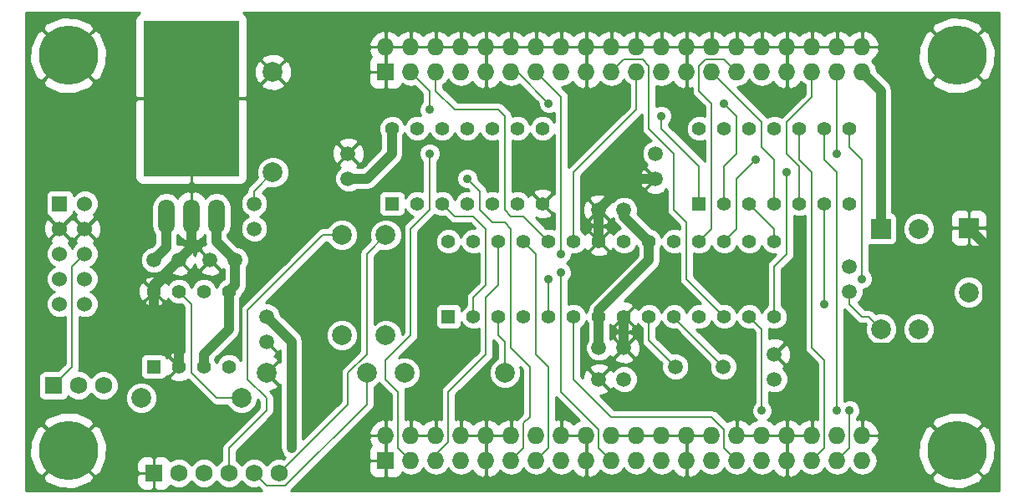
<source format=gtl>
%FSLAX46Y46*%
G04 Gerber Fmt 4.6, Leading zero omitted, Abs format (unit mm)*
G04 Created by KiCad (PCBNEW (2014-jul-16 BZR unknown)-product) date Fri 03 Oct 2014 10:25:21 PM PDT*
%MOMM*%
G01*
G04 APERTURE LIST*
%ADD10C,0.100000*%
%ADD11C,1.501140*%
%ADD12C,1.998980*%
%ADD13R,1.998980X1.998980*%
%ADD14C,6.000000*%
%ADD15R,1.727200X1.727200*%
%ADD16C,1.727200*%
%ADD17R,1.524000X1.524000*%
%ADD18C,1.524000*%
%ADD19O,1.727200X1.727200*%
%ADD20R,1.397000X1.397000*%
%ADD21C,1.397000*%
%ADD22O,1.699260X3.500120*%
%ADD23R,9.652000X15.748000*%
%ADD24C,0.889000*%
%ADD25C,0.203200*%
%ADD26C,1.016000*%
%ADD27C,0.254000*%
G04 APERTURE END LIST*
D10*
D11*
X161290000Y-137795000D03*
X158750000Y-137795000D03*
X113665000Y-125730000D03*
X116205000Y-125730000D03*
X176530000Y-137795000D03*
X176530000Y-135255000D03*
X123825000Y-122555000D03*
X123825000Y-120015000D03*
X121920000Y-125730000D03*
X119380000Y-125730000D03*
X158750000Y-134620000D03*
X161290000Y-134620000D03*
X161290000Y-120650000D03*
X158750000Y-120650000D03*
X125095000Y-131445000D03*
X125095000Y-133985000D03*
X133350000Y-117475000D03*
X133350000Y-114935000D03*
X184150000Y-126365000D03*
X184150000Y-128905000D03*
X164465000Y-114935000D03*
X164465000Y-117475000D03*
D12*
X187325000Y-132715000D03*
D13*
X187325000Y-122555000D03*
D14*
X105000000Y-105000000D03*
X195000000Y-105000000D03*
X105000000Y-145000000D03*
X195000000Y-145000000D03*
D15*
X103505000Y-138430000D03*
D16*
X106045000Y-138430000D03*
X108585000Y-138430000D03*
D17*
X104140000Y-120015000D03*
D18*
X106680000Y-120015000D03*
X104140000Y-122555000D03*
X106680000Y-122555000D03*
X104140000Y-125095000D03*
X106680000Y-125095000D03*
X104140000Y-127635000D03*
X106680000Y-127635000D03*
X104140000Y-130175000D03*
X106680000Y-130175000D03*
D15*
X113665000Y-147320000D03*
D16*
X116205000Y-147320000D03*
X118745000Y-147320000D03*
X121285000Y-147320000D03*
X123825000Y-147320000D03*
X126365000Y-147320000D03*
D15*
X137160000Y-106680000D03*
D19*
X137160000Y-104140000D03*
X139700000Y-106680000D03*
X139700000Y-104140000D03*
X142240000Y-106680000D03*
X142240000Y-104140000D03*
X144780000Y-106680000D03*
X144780000Y-104140000D03*
X147320000Y-106680000D03*
X147320000Y-104140000D03*
X149860000Y-106680000D03*
X149860000Y-104140000D03*
X152400000Y-106680000D03*
X152400000Y-104140000D03*
X154940000Y-106680000D03*
X154940000Y-104140000D03*
X157480000Y-106680000D03*
X157480000Y-104140000D03*
X160020000Y-106680000D03*
X160020000Y-104140000D03*
X162560000Y-106680000D03*
X162560000Y-104140000D03*
X165100000Y-106680000D03*
X165100000Y-104140000D03*
X167640000Y-106680000D03*
X167640000Y-104140000D03*
X170180000Y-106680000D03*
X170180000Y-104140000D03*
X172720000Y-106680000D03*
X172720000Y-104140000D03*
X175260000Y-106680000D03*
X175260000Y-104140000D03*
X177800000Y-106680000D03*
X177800000Y-104140000D03*
X180340000Y-106680000D03*
X180340000Y-104140000D03*
X182880000Y-106680000D03*
X182880000Y-104140000D03*
X185420000Y-106680000D03*
X185420000Y-104140000D03*
D15*
X137160000Y-146050000D03*
D19*
X137160000Y-143510000D03*
X139700000Y-146050000D03*
X139700000Y-143510000D03*
X142240000Y-146050000D03*
X142240000Y-143510000D03*
X144780000Y-146050000D03*
X144780000Y-143510000D03*
X147320000Y-146050000D03*
X147320000Y-143510000D03*
X149860000Y-146050000D03*
X149860000Y-143510000D03*
X152400000Y-146050000D03*
X152400000Y-143510000D03*
X154940000Y-146050000D03*
X154940000Y-143510000D03*
X157480000Y-146050000D03*
X157480000Y-143510000D03*
X160020000Y-146050000D03*
X160020000Y-143510000D03*
X162560000Y-146050000D03*
X162560000Y-143510000D03*
X165100000Y-146050000D03*
X165100000Y-143510000D03*
X167640000Y-146050000D03*
X167640000Y-143510000D03*
X170180000Y-146050000D03*
X170180000Y-143510000D03*
X172720000Y-146050000D03*
X172720000Y-143510000D03*
X175260000Y-146050000D03*
X175260000Y-143510000D03*
X177800000Y-146050000D03*
X177800000Y-143510000D03*
X180340000Y-146050000D03*
X180340000Y-143510000D03*
X182880000Y-146050000D03*
X182880000Y-143510000D03*
X185420000Y-146050000D03*
X185420000Y-143510000D03*
D12*
X125730000Y-106680000D03*
X125730000Y-116840000D03*
X139065000Y-137160000D03*
X149225000Y-137160000D03*
X125095000Y-137160000D03*
X135255000Y-137160000D03*
X132715000Y-123190000D03*
X132715000Y-133350000D03*
X137160000Y-123190000D03*
X137160000Y-133350000D03*
X122555000Y-139700000D03*
X112395000Y-139700000D03*
X191135000Y-132715000D03*
X191135000Y-122555000D03*
D13*
X196215000Y-122478800D03*
D12*
X196215000Y-128981200D03*
D20*
X137795000Y-120015000D03*
D21*
X140335000Y-120015000D03*
X142875000Y-120015000D03*
X145415000Y-120015000D03*
X147955000Y-120015000D03*
X150495000Y-120015000D03*
X153035000Y-120015000D03*
X153035000Y-112395000D03*
X150495000Y-112395000D03*
X147955000Y-112395000D03*
X145415000Y-112395000D03*
X142875000Y-112395000D03*
X140335000Y-112395000D03*
X137795000Y-112395000D03*
D22*
X117475000Y-121285000D03*
X114935000Y-121285000D03*
X120015000Y-121285000D03*
D23*
X117475000Y-109347000D03*
D20*
X113665000Y-136525000D03*
D21*
X116205000Y-136525000D03*
X118745000Y-136525000D03*
X121285000Y-136525000D03*
X121285000Y-128905000D03*
X118745000Y-128905000D03*
X116205000Y-128905000D03*
X113665000Y-128905000D03*
X146050000Y-131445000D03*
X148590000Y-131445000D03*
X151130000Y-131445000D03*
X153670000Y-131445000D03*
X156210000Y-131445000D03*
X158750000Y-131445000D03*
X161290000Y-131445000D03*
X163830000Y-131445000D03*
X166370000Y-131445000D03*
X168910000Y-131445000D03*
X171450000Y-131445000D03*
X173990000Y-131445000D03*
X176530000Y-131445000D03*
D20*
X143510000Y-131445000D03*
D21*
X176530000Y-123825000D03*
X173990000Y-123825000D03*
X171450000Y-123825000D03*
X168910000Y-123825000D03*
X166370000Y-123825000D03*
X163830000Y-123825000D03*
X161290000Y-123825000D03*
X158750000Y-123825000D03*
X156210000Y-123825000D03*
X153670000Y-123825000D03*
X151130000Y-123825000D03*
X148590000Y-123825000D03*
X146050000Y-123825000D03*
X143510000Y-123825000D03*
D20*
X168910000Y-120015000D03*
D21*
X171450000Y-120015000D03*
X173990000Y-120015000D03*
X176530000Y-120015000D03*
X179070000Y-120015000D03*
X181610000Y-120015000D03*
X184150000Y-120015000D03*
X184150000Y-112395000D03*
X181610000Y-112395000D03*
X179070000Y-112395000D03*
X176530000Y-112395000D03*
X173990000Y-112395000D03*
X171450000Y-112395000D03*
X168910000Y-112395000D03*
D11*
X166469060Y-136525000D03*
X171350940Y-136525000D03*
D24*
X184150000Y-140970000D03*
X153670000Y-127635000D03*
X185420000Y-127635000D03*
X181610000Y-130175000D03*
X175260000Y-140970000D03*
X182880000Y-114935000D03*
X177800000Y-116840000D03*
X154940000Y-127000000D03*
X174625000Y-115570000D03*
X154940000Y-125095000D03*
X174625000Y-126365000D03*
X178435000Y-126365000D03*
X179070000Y-131445000D03*
X184150000Y-134620000D03*
X127635000Y-144780000D03*
X165100000Y-111125000D03*
X141605000Y-110490000D03*
X171450000Y-109855000D03*
X153670000Y-109855000D03*
X141605000Y-114935000D03*
X145415000Y-117475000D03*
X182880000Y-140970000D03*
D25*
X184150000Y-144780000D02*
X182880000Y-146050000D01*
X184150000Y-140970000D02*
X184150000Y-144780000D01*
X184150000Y-112395000D02*
X184150000Y-114300000D01*
X153670000Y-127635000D02*
X153670000Y-131445000D01*
X185420000Y-115570000D02*
X185420000Y-127635000D01*
X184150000Y-114300000D02*
X185420000Y-115570000D01*
X156210000Y-131445000D02*
X156210000Y-137795000D01*
X171450000Y-144780000D02*
X172720000Y-146050000D01*
X171450000Y-142875000D02*
X171450000Y-144780000D01*
X170180000Y-141605000D02*
X171450000Y-142875000D01*
X160020000Y-141605000D02*
X170180000Y-141605000D01*
X156210000Y-137795000D02*
X160020000Y-141605000D01*
X181610000Y-130175000D02*
X181610000Y-120015000D01*
X167640000Y-127635000D02*
X167640000Y-121920000D01*
X166370000Y-120650000D02*
X166370000Y-114935000D01*
X167640000Y-121920000D02*
X166370000Y-120650000D01*
X171450000Y-131445000D02*
X167640000Y-127635000D01*
X161290000Y-105410000D02*
X160020000Y-106680000D01*
X163195000Y-105410000D02*
X161290000Y-105410000D01*
X163830000Y-106045000D02*
X163195000Y-105410000D01*
X163830000Y-112395000D02*
X163830000Y-106045000D01*
X166370000Y-114935000D02*
X163830000Y-112395000D01*
X173990000Y-131445000D02*
X175260000Y-132715000D01*
X175260000Y-132715000D02*
X175260000Y-140970000D01*
X176530000Y-131445000D02*
X176530000Y-126365000D01*
X182880000Y-114935000D02*
X182880000Y-106680000D01*
X177800000Y-125095000D02*
X177800000Y-116840000D01*
X176530000Y-126365000D02*
X177800000Y-125095000D01*
X176530000Y-123825000D02*
X176530000Y-122555000D01*
X176530000Y-122555000D02*
X173990000Y-120015000D01*
X160020000Y-146050000D02*
X158750000Y-144780000D01*
X154940000Y-139065000D02*
X154940000Y-127000000D01*
X158750000Y-142875000D02*
X154940000Y-139065000D01*
X158750000Y-144780000D02*
X158750000Y-142875000D01*
X171450000Y-123825000D02*
X172720000Y-122555000D01*
X172720000Y-117475000D02*
X174625000Y-115570000D01*
X172720000Y-122555000D02*
X172720000Y-117475000D01*
X168910000Y-123825000D02*
X170180000Y-122555000D01*
X171450000Y-105410000D02*
X172720000Y-106680000D01*
X169545000Y-105410000D02*
X171450000Y-105410000D01*
X168910000Y-106045000D02*
X169545000Y-105410000D01*
X168910000Y-108585000D02*
X168910000Y-106045000D01*
X170180000Y-109855000D02*
X168910000Y-108585000D01*
X170180000Y-122555000D02*
X170180000Y-109855000D01*
X154940000Y-109220000D02*
X152400000Y-106680000D01*
X154940000Y-125095000D02*
X154940000Y-109220000D01*
D26*
X196215000Y-122478800D02*
X198120000Y-124383800D01*
X178435000Y-130810000D02*
X178435000Y-126365000D01*
X179070000Y-131445000D02*
X178435000Y-130810000D01*
X193675000Y-134620000D02*
X184150000Y-134620000D01*
X198120000Y-130175000D02*
X193675000Y-134620000D01*
X198120000Y-124383800D02*
X198120000Y-130175000D01*
X158750000Y-120650000D02*
X161925000Y-117475000D01*
X161925000Y-117475000D02*
X164465000Y-117475000D01*
X161290000Y-134620000D02*
X161290000Y-131445000D01*
X158750000Y-123825000D02*
X158750000Y-120650000D01*
X116205000Y-136525000D02*
X116205000Y-133985000D01*
X113665000Y-131445000D02*
X113665000Y-128905000D01*
X116205000Y-133985000D02*
X113665000Y-131445000D01*
X113665000Y-128905000D02*
X113665000Y-128270000D01*
X113665000Y-128270000D02*
X116205000Y-125730000D01*
X116205000Y-125730000D02*
X117475000Y-124460000D01*
X117475000Y-124460000D02*
X117475000Y-121285000D01*
X121920000Y-125730000D02*
X120015000Y-123825000D01*
X120015000Y-123825000D02*
X120015000Y-121285000D01*
X121285000Y-128905000D02*
X121920000Y-128270000D01*
X121920000Y-128270000D02*
X121920000Y-125730000D01*
X158750000Y-131445000D02*
X158750000Y-130810000D01*
X158750000Y-130810000D02*
X163830000Y-125730000D01*
X163830000Y-125730000D02*
X163830000Y-123825000D01*
X158750000Y-134620000D02*
X158750000Y-131445000D01*
X127635000Y-144780000D02*
X127635000Y-133985000D01*
X127635000Y-133985000D02*
X125095000Y-131445000D01*
X187325000Y-122555000D02*
X187325000Y-108585000D01*
X187325000Y-108585000D02*
X185420000Y-106680000D01*
X163830000Y-123825000D02*
X161290000Y-121285000D01*
X161290000Y-121285000D02*
X161290000Y-120650000D01*
X133350000Y-117475000D02*
X135255000Y-117475000D01*
X135255000Y-117475000D02*
X137795000Y-114935000D01*
X137795000Y-114935000D02*
X137795000Y-112395000D01*
X118745000Y-136525000D02*
X118745000Y-135255000D01*
X121285000Y-132715000D02*
X121285000Y-128905000D01*
X118745000Y-135255000D02*
X121285000Y-132715000D01*
D25*
X187325000Y-132715000D02*
X186055000Y-131445000D01*
X184150000Y-130175000D02*
X184150000Y-128905000D01*
X185420000Y-131445000D02*
X184150000Y-130175000D01*
X186055000Y-131445000D02*
X185420000Y-131445000D01*
X122555000Y-139700000D02*
X120015000Y-139700000D01*
X117475000Y-130175000D02*
X116205000Y-128905000D01*
X117475000Y-137160000D02*
X117475000Y-130175000D01*
X120015000Y-139700000D02*
X117475000Y-137160000D01*
X121285000Y-147320000D02*
X121285000Y-144780000D01*
X130810000Y-123190000D02*
X132715000Y-123190000D01*
X123190000Y-130810000D02*
X130810000Y-123190000D01*
X123190000Y-137795000D02*
X123190000Y-130810000D01*
X125095000Y-139700000D02*
X123190000Y-137795000D01*
X125095000Y-140970000D02*
X125095000Y-139700000D01*
X121285000Y-144780000D02*
X125095000Y-140970000D01*
X123825000Y-147320000D02*
X125095000Y-148590000D01*
X135255000Y-140335000D02*
X135255000Y-137160000D01*
X127000000Y-148590000D02*
X135255000Y-140335000D01*
X125095000Y-148590000D02*
X127000000Y-148590000D01*
X126365000Y-147320000D02*
X133350000Y-140335000D01*
X135255000Y-125095000D02*
X137160000Y-123190000D01*
X135255000Y-135255000D02*
X135255000Y-125095000D01*
X133350000Y-137160000D02*
X135255000Y-135255000D01*
X133350000Y-140335000D02*
X133350000Y-137160000D01*
X149225000Y-137160000D02*
X149225000Y-133985000D01*
X148590000Y-133350000D02*
X148590000Y-132080000D01*
X149225000Y-133985000D02*
X148590000Y-133350000D01*
X148590000Y-132080000D02*
X148590000Y-131445000D01*
X146050000Y-131445000D02*
X146050000Y-129540000D01*
X144145000Y-121285000D02*
X142875000Y-120015000D01*
X146050000Y-121285000D02*
X144145000Y-121285000D01*
X147320000Y-122555000D02*
X146050000Y-121285000D01*
X147320000Y-128270000D02*
X147320000Y-122555000D01*
X146050000Y-129540000D02*
X147320000Y-128270000D01*
D26*
X113665000Y-125730000D02*
X114935000Y-124460000D01*
X114935000Y-124460000D02*
X114935000Y-121285000D01*
D25*
X166469060Y-136525000D02*
X163830000Y-133885940D01*
X163830000Y-133885940D02*
X163830000Y-131445000D01*
X171350940Y-136525000D02*
X166370000Y-131544060D01*
X166370000Y-131544060D02*
X166370000Y-131445000D01*
X123825000Y-120015000D02*
X123825000Y-118745000D01*
X123825000Y-118745000D02*
X125730000Y-116840000D01*
X103505000Y-138430000D02*
X105410000Y-136525000D01*
X105410000Y-126365000D02*
X106680000Y-125095000D01*
X105410000Y-136525000D02*
X105410000Y-126365000D01*
X141605000Y-110490000D02*
X141605000Y-108585000D01*
X141605000Y-108585000D02*
X139700000Y-106680000D01*
X168910000Y-116205000D02*
X165100000Y-112395000D01*
X165100000Y-112395000D02*
X165100000Y-111125000D01*
X168910000Y-120015000D02*
X168910000Y-116205000D01*
X149225000Y-120650000D02*
X149225000Y-111125000D01*
X148590000Y-110490000D02*
X144145000Y-110490000D01*
X149225000Y-111125000D02*
X148590000Y-110490000D01*
X153670000Y-123825000D02*
X151130000Y-121285000D01*
X142240000Y-108585000D02*
X142240000Y-106680000D01*
X144145000Y-110490000D02*
X142240000Y-108585000D01*
X149860000Y-121285000D02*
X149225000Y-120650000D01*
X151130000Y-121285000D02*
X149860000Y-121285000D01*
X153670000Y-109855000D02*
X150495000Y-106680000D01*
X150495000Y-106680000D02*
X149860000Y-106680000D01*
X171450000Y-120015000D02*
X171450000Y-116205000D01*
X172720000Y-111125000D02*
X171450000Y-109855000D01*
X172720000Y-114935000D02*
X172720000Y-111125000D01*
X171450000Y-116205000D02*
X172720000Y-114935000D01*
X156210000Y-123825000D02*
X156210000Y-116840000D01*
X162560000Y-110490000D02*
X162560000Y-106680000D01*
X156210000Y-116840000D02*
X162560000Y-110490000D01*
X176530000Y-120015000D02*
X176530000Y-115570000D01*
X175260000Y-111760000D02*
X170180000Y-106680000D01*
X175260000Y-114300000D02*
X175260000Y-111760000D01*
X176530000Y-115570000D02*
X175260000Y-114300000D01*
X180340000Y-106680000D02*
X180340000Y-109220000D01*
X180340000Y-109220000D02*
X177800000Y-111760000D01*
X179070000Y-120015000D02*
X179070000Y-116205000D01*
X177800000Y-114935000D02*
X177800000Y-111760000D01*
X179070000Y-116205000D02*
X177800000Y-114935000D01*
X139700000Y-146050000D02*
X138430000Y-144780000D01*
X139700000Y-122555000D02*
X141605000Y-120650000D01*
X139700000Y-133350000D02*
X139700000Y-122555000D01*
X137160000Y-135890000D02*
X139700000Y-133350000D01*
X137160000Y-137795000D02*
X137160000Y-135890000D01*
X138430000Y-139065000D02*
X137160000Y-137795000D01*
X138430000Y-144780000D02*
X138430000Y-139065000D01*
X141605000Y-114935000D02*
X141605000Y-120650000D01*
X142240000Y-146050000D02*
X142240000Y-145415000D01*
X142240000Y-145415000D02*
X143510000Y-144145000D01*
X143510000Y-144145000D02*
X143510000Y-139065000D01*
X143510000Y-139065000D02*
X147320000Y-135255000D01*
X147320000Y-135255000D02*
X147320000Y-129540000D01*
X147320000Y-129540000D02*
X148590000Y-128270000D01*
X148590000Y-128270000D02*
X148590000Y-123825000D01*
X151130000Y-144780000D02*
X149860000Y-146050000D01*
X151130000Y-142240000D02*
X151130000Y-144780000D01*
X151765000Y-141605000D02*
X151130000Y-142240000D01*
X151765000Y-136525000D02*
X151765000Y-141605000D01*
X149860000Y-134620000D02*
X151765000Y-136525000D01*
X149860000Y-122555000D02*
X149860000Y-134620000D01*
X149225000Y-121920000D02*
X149860000Y-122555000D01*
X147955000Y-121920000D02*
X149225000Y-121920000D01*
X146685000Y-120650000D02*
X147955000Y-121920000D01*
X146685000Y-118745000D02*
X146685000Y-120650000D01*
X145415000Y-117475000D02*
X146685000Y-118745000D01*
X152400000Y-146050000D02*
X153670000Y-144780000D01*
X152400000Y-125095000D02*
X151130000Y-123825000D01*
X152400000Y-135255000D02*
X152400000Y-125095000D01*
X153670000Y-136525000D02*
X152400000Y-135255000D01*
X153670000Y-144780000D02*
X153670000Y-136525000D01*
X181610000Y-115570000D02*
X181610000Y-112395000D01*
X182880000Y-116840000D02*
X181610000Y-115570000D01*
X182880000Y-140970000D02*
X182880000Y-116840000D01*
X180340000Y-146050000D02*
X181610000Y-144780000D01*
X179070000Y-115570000D02*
X179070000Y-112395000D01*
X180340000Y-116840000D02*
X179070000Y-115570000D01*
X180340000Y-134620000D02*
X180340000Y-116840000D01*
X181610000Y-135890000D02*
X180340000Y-134620000D01*
X181610000Y-144780000D02*
X181610000Y-135890000D01*
D27*
G36*
X126963626Y-145679663D02*
X126775496Y-145867793D01*
X126664398Y-145821661D01*
X126068218Y-145821141D01*
X125517220Y-146048808D01*
X125095290Y-146470003D01*
X125094904Y-146470930D01*
X124674997Y-146050290D01*
X124124398Y-145821661D01*
X123528218Y-145821141D01*
X122977220Y-146048808D01*
X122555290Y-146470003D01*
X122554904Y-146470930D01*
X122134997Y-146050290D01*
X122021600Y-146003203D01*
X122021600Y-145085110D01*
X125615855Y-141490855D01*
X125775530Y-141251885D01*
X125775530Y-141251884D01*
X125831600Y-140970000D01*
X125831600Y-139700000D01*
X125775530Y-139418116D01*
X125775530Y-139418115D01*
X125615855Y-139179145D01*
X125474077Y-139037367D01*
X126122634Y-138788334D01*
X126206126Y-138732547D01*
X126281277Y-138382198D01*
X125095000Y-137195921D01*
X125080857Y-137210063D01*
X125044936Y-137174142D01*
X125059079Y-137160000D01*
X125044936Y-137145857D01*
X125080857Y-137109936D01*
X125095000Y-137124079D01*
X126281277Y-135937802D01*
X126206126Y-135587453D01*
X125876534Y-135440749D01*
X125990013Y-135396915D01*
X126056933Y-135352200D01*
X126101791Y-135027712D01*
X125095000Y-134020921D01*
X125080857Y-134035063D01*
X125044936Y-133999142D01*
X125059079Y-133985000D01*
X125044936Y-133970857D01*
X125080857Y-133934936D01*
X125095000Y-133949079D01*
X125109142Y-133934936D01*
X125145063Y-133970857D01*
X125130921Y-133985000D01*
X126137712Y-134991791D01*
X126462200Y-134946933D01*
X126492000Y-134879620D01*
X126492000Y-136011218D01*
X126317198Y-135973723D01*
X125130921Y-137160000D01*
X126317198Y-138346277D01*
X126492000Y-138308781D01*
X126492000Y-144780000D01*
X126579006Y-145217407D01*
X126826777Y-145588223D01*
X126963626Y-145679663D01*
X126963626Y-145679663D01*
G37*
X126963626Y-145679663D02*
X126775496Y-145867793D01*
X126664398Y-145821661D01*
X126068218Y-145821141D01*
X125517220Y-146048808D01*
X125095290Y-146470003D01*
X125094904Y-146470930D01*
X124674997Y-146050290D01*
X124124398Y-145821661D01*
X123528218Y-145821141D01*
X122977220Y-146048808D01*
X122555290Y-146470003D01*
X122554904Y-146470930D01*
X122134997Y-146050290D01*
X122021600Y-146003203D01*
X122021600Y-145085110D01*
X125615855Y-141490855D01*
X125775530Y-141251885D01*
X125775530Y-141251884D01*
X125831600Y-140970000D01*
X125831600Y-139700000D01*
X125775530Y-139418116D01*
X125775530Y-139418115D01*
X125615855Y-139179145D01*
X125474077Y-139037367D01*
X126122634Y-138788334D01*
X126206126Y-138732547D01*
X126281277Y-138382198D01*
X125095000Y-137195921D01*
X125080857Y-137210063D01*
X125044936Y-137174142D01*
X125059079Y-137160000D01*
X125044936Y-137145857D01*
X125080857Y-137109936D01*
X125095000Y-137124079D01*
X126281277Y-135937802D01*
X126206126Y-135587453D01*
X125876534Y-135440749D01*
X125990013Y-135396915D01*
X126056933Y-135352200D01*
X126101791Y-135027712D01*
X125095000Y-134020921D01*
X125080857Y-134035063D01*
X125044936Y-133999142D01*
X125059079Y-133985000D01*
X125044936Y-133970857D01*
X125080857Y-133934936D01*
X125095000Y-133949079D01*
X125109142Y-133934936D01*
X125145063Y-133970857D01*
X125130921Y-133985000D01*
X126137712Y-134991791D01*
X126462200Y-134946933D01*
X126492000Y-134879620D01*
X126492000Y-136011218D01*
X126317198Y-135973723D01*
X125130921Y-137160000D01*
X126317198Y-138346277D01*
X126492000Y-138308781D01*
X126492000Y-144780000D01*
X126579006Y-145217407D01*
X126826777Y-145588223D01*
X126963626Y-145679663D01*
G36*
X146583400Y-134949890D02*
X142989145Y-138544145D01*
X142829470Y-138783115D01*
X142773400Y-139065000D01*
X142773400Y-141873399D01*
X142539226Y-141783131D01*
X142265400Y-141979832D01*
X142265400Y-143484600D01*
X142285400Y-143484600D01*
X142285400Y-143535400D01*
X142265400Y-143535400D01*
X142265400Y-143555400D01*
X142214600Y-143555400D01*
X142214600Y-143535400D01*
X142214600Y-143484600D01*
X142214600Y-141979832D01*
X141940774Y-141783131D01*
X141302707Y-142029090D01*
X140970000Y-142345705D01*
X140637293Y-142029090D01*
X139999226Y-141783131D01*
X139725400Y-141979832D01*
X139725400Y-143484600D01*
X140709861Y-143484600D01*
X141230139Y-143484600D01*
X142214600Y-143484600D01*
X142214600Y-143535400D01*
X141230139Y-143535400D01*
X140709861Y-143535400D01*
X139725400Y-143535400D01*
X139725400Y-143555400D01*
X139674600Y-143555400D01*
X139674600Y-143535400D01*
X139654600Y-143535400D01*
X139654600Y-143484600D01*
X139674600Y-143484600D01*
X139674600Y-141979832D01*
X139400774Y-141783131D01*
X139166600Y-141873399D01*
X139166600Y-139065000D01*
X139112801Y-138794533D01*
X139388694Y-138794774D01*
X139989655Y-138546462D01*
X140449846Y-138087073D01*
X140699206Y-137486547D01*
X140699774Y-136836306D01*
X140451462Y-136235345D01*
X139992073Y-135775154D01*
X139391547Y-135525794D01*
X138741306Y-135525226D01*
X138443385Y-135648324D01*
X140220855Y-133870855D01*
X140380530Y-133631885D01*
X140436600Y-133350000D01*
X140436600Y-122860110D01*
X142125855Y-121170855D01*
X142137903Y-121152823D01*
X142608587Y-121348268D01*
X143139086Y-121348731D01*
X143158853Y-121340563D01*
X143624145Y-121805855D01*
X143863115Y-121965530D01*
X144145000Y-122021600D01*
X145744890Y-122021600D01*
X146214933Y-122491643D01*
X145785914Y-122491269D01*
X145295620Y-122693854D01*
X144920173Y-123068647D01*
X144779906Y-123406446D01*
X144641146Y-123070620D01*
X144266353Y-122695173D01*
X143776413Y-122491732D01*
X143245914Y-122491269D01*
X142755620Y-122693854D01*
X142380173Y-123068647D01*
X142176732Y-123558587D01*
X142176269Y-124089086D01*
X142378854Y-124579380D01*
X142753647Y-124954827D01*
X143243587Y-125158268D01*
X143774086Y-125158731D01*
X144264380Y-124956146D01*
X144639827Y-124581353D01*
X144780093Y-124243553D01*
X144918854Y-124579380D01*
X145293647Y-124954827D01*
X145783587Y-125158268D01*
X146314086Y-125158731D01*
X146583400Y-125047452D01*
X146583400Y-127964890D01*
X145529145Y-129019145D01*
X145369470Y-129258115D01*
X145313400Y-129540000D01*
X145313400Y-130306507D01*
X145295620Y-130313854D01*
X144920173Y-130688647D01*
X144843500Y-130873295D01*
X144843500Y-130620191D01*
X144746827Y-130386802D01*
X144568199Y-130208173D01*
X144334810Y-130111500D01*
X144082191Y-130111500D01*
X142685191Y-130111500D01*
X142451802Y-130208173D01*
X142273173Y-130386801D01*
X142176500Y-130620190D01*
X142176500Y-130872809D01*
X142176500Y-132269809D01*
X142273173Y-132503198D01*
X142451801Y-132681827D01*
X142685190Y-132778500D01*
X142937809Y-132778500D01*
X144334809Y-132778500D01*
X144568198Y-132681827D01*
X144746827Y-132503199D01*
X144843500Y-132269810D01*
X144843500Y-132017191D01*
X144843500Y-132017009D01*
X144918854Y-132199380D01*
X145293647Y-132574827D01*
X145783587Y-132778268D01*
X146314086Y-132778731D01*
X146583400Y-132667452D01*
X146583400Y-134949890D01*
X146583400Y-134949890D01*
G37*
X146583400Y-134949890D02*
X142989145Y-138544145D01*
X142829470Y-138783115D01*
X142773400Y-139065000D01*
X142773400Y-141873399D01*
X142539226Y-141783131D01*
X142265400Y-141979832D01*
X142265400Y-143484600D01*
X142285400Y-143484600D01*
X142285400Y-143535400D01*
X142265400Y-143535400D01*
X142265400Y-143555400D01*
X142214600Y-143555400D01*
X142214600Y-143535400D01*
X142214600Y-143484600D01*
X142214600Y-141979832D01*
X141940774Y-141783131D01*
X141302707Y-142029090D01*
X140970000Y-142345705D01*
X140637293Y-142029090D01*
X139999226Y-141783131D01*
X139725400Y-141979832D01*
X139725400Y-143484600D01*
X140709861Y-143484600D01*
X141230139Y-143484600D01*
X142214600Y-143484600D01*
X142214600Y-143535400D01*
X141230139Y-143535400D01*
X140709861Y-143535400D01*
X139725400Y-143535400D01*
X139725400Y-143555400D01*
X139674600Y-143555400D01*
X139674600Y-143535400D01*
X139654600Y-143535400D01*
X139654600Y-143484600D01*
X139674600Y-143484600D01*
X139674600Y-141979832D01*
X139400774Y-141783131D01*
X139166600Y-141873399D01*
X139166600Y-139065000D01*
X139112801Y-138794533D01*
X139388694Y-138794774D01*
X139989655Y-138546462D01*
X140449846Y-138087073D01*
X140699206Y-137486547D01*
X140699774Y-136836306D01*
X140451462Y-136235345D01*
X139992073Y-135775154D01*
X139391547Y-135525794D01*
X138741306Y-135525226D01*
X138443385Y-135648324D01*
X140220855Y-133870855D01*
X140380530Y-133631885D01*
X140436600Y-133350000D01*
X140436600Y-122860110D01*
X142125855Y-121170855D01*
X142137903Y-121152823D01*
X142608587Y-121348268D01*
X143139086Y-121348731D01*
X143158853Y-121340563D01*
X143624145Y-121805855D01*
X143863115Y-121965530D01*
X144145000Y-122021600D01*
X145744890Y-122021600D01*
X146214933Y-122491643D01*
X145785914Y-122491269D01*
X145295620Y-122693854D01*
X144920173Y-123068647D01*
X144779906Y-123406446D01*
X144641146Y-123070620D01*
X144266353Y-122695173D01*
X143776413Y-122491732D01*
X143245914Y-122491269D01*
X142755620Y-122693854D01*
X142380173Y-123068647D01*
X142176732Y-123558587D01*
X142176269Y-124089086D01*
X142378854Y-124579380D01*
X142753647Y-124954827D01*
X143243587Y-125158268D01*
X143774086Y-125158731D01*
X144264380Y-124956146D01*
X144639827Y-124581353D01*
X144780093Y-124243553D01*
X144918854Y-124579380D01*
X145293647Y-124954827D01*
X145783587Y-125158268D01*
X146314086Y-125158731D01*
X146583400Y-125047452D01*
X146583400Y-127964890D01*
X145529145Y-129019145D01*
X145369470Y-129258115D01*
X145313400Y-129540000D01*
X145313400Y-130306507D01*
X145295620Y-130313854D01*
X144920173Y-130688647D01*
X144843500Y-130873295D01*
X144843500Y-130620191D01*
X144746827Y-130386802D01*
X144568199Y-130208173D01*
X144334810Y-130111500D01*
X144082191Y-130111500D01*
X142685191Y-130111500D01*
X142451802Y-130208173D01*
X142273173Y-130386801D01*
X142176500Y-130620190D01*
X142176500Y-130872809D01*
X142176500Y-132269809D01*
X142273173Y-132503198D01*
X142451801Y-132681827D01*
X142685190Y-132778500D01*
X142937809Y-132778500D01*
X144334809Y-132778500D01*
X144568198Y-132681827D01*
X144746827Y-132503199D01*
X144843500Y-132269810D01*
X144843500Y-132017191D01*
X144843500Y-132017009D01*
X144918854Y-132199380D01*
X145293647Y-132574827D01*
X145783587Y-132778268D01*
X146314086Y-132778731D01*
X146583400Y-132667452D01*
X146583400Y-134949890D01*
G36*
X152445400Y-143535400D02*
X152425400Y-143535400D01*
X152425400Y-143555400D01*
X152374600Y-143555400D01*
X152374600Y-143535400D01*
X152354600Y-143535400D01*
X152354600Y-143484600D01*
X152374600Y-143484600D01*
X152374600Y-143464600D01*
X152425400Y-143464600D01*
X152425400Y-143484600D01*
X152445400Y-143484600D01*
X152445400Y-143535400D01*
X152445400Y-143535400D01*
G37*
X152445400Y-143535400D02*
X152425400Y-143535400D01*
X152425400Y-143555400D01*
X152374600Y-143555400D01*
X152374600Y-143535400D01*
X152354600Y-143535400D01*
X152354600Y-143484600D01*
X152374600Y-143484600D01*
X152374600Y-143464600D01*
X152425400Y-143464600D01*
X152425400Y-143484600D01*
X152445400Y-143484600D01*
X152445400Y-143535400D01*
G36*
X154203400Y-122602594D02*
X153936413Y-122491732D01*
X153405914Y-122491269D01*
X153386146Y-122499436D01*
X152322381Y-121435671D01*
X152681890Y-121594615D01*
X153313261Y-121609504D01*
X153902271Y-121381644D01*
X153965724Y-121339244D01*
X154004245Y-121020166D01*
X153035000Y-120050921D01*
X153020857Y-120065063D01*
X152984936Y-120029142D01*
X152999079Y-120015000D01*
X152029834Y-119045755D01*
X151710756Y-119084276D01*
X151629356Y-119268390D01*
X151626146Y-119260620D01*
X151251353Y-118885173D01*
X150761413Y-118681732D01*
X150230914Y-118681269D01*
X149961600Y-118792547D01*
X149961600Y-113617405D01*
X150228587Y-113728268D01*
X150759086Y-113728731D01*
X151249380Y-113526146D01*
X151624827Y-113151353D01*
X151765093Y-112813553D01*
X151903854Y-113149380D01*
X152278647Y-113524827D01*
X152768587Y-113728268D01*
X153299086Y-113728731D01*
X153789380Y-113526146D01*
X154164827Y-113151353D01*
X154203400Y-113058458D01*
X154203400Y-119065461D01*
X154040166Y-119045755D01*
X154004245Y-119081676D01*
X154004245Y-119009834D01*
X153965724Y-118690756D01*
X153388110Y-118435385D01*
X152756739Y-118420496D01*
X152167729Y-118648356D01*
X152104276Y-118690756D01*
X152065755Y-119009834D01*
X153035000Y-119979079D01*
X154004245Y-119009834D01*
X154004245Y-119081676D01*
X153070921Y-120015000D01*
X154040166Y-120984245D01*
X154203400Y-120964538D01*
X154203400Y-122602594D01*
X154203400Y-122602594D01*
G37*
X154203400Y-122602594D02*
X153936413Y-122491732D01*
X153405914Y-122491269D01*
X153386146Y-122499436D01*
X152322381Y-121435671D01*
X152681890Y-121594615D01*
X153313261Y-121609504D01*
X153902271Y-121381644D01*
X153965724Y-121339244D01*
X154004245Y-121020166D01*
X153035000Y-120050921D01*
X153020857Y-120065063D01*
X152984936Y-120029142D01*
X152999079Y-120015000D01*
X152029834Y-119045755D01*
X151710756Y-119084276D01*
X151629356Y-119268390D01*
X151626146Y-119260620D01*
X151251353Y-118885173D01*
X150761413Y-118681732D01*
X150230914Y-118681269D01*
X149961600Y-118792547D01*
X149961600Y-113617405D01*
X150228587Y-113728268D01*
X150759086Y-113728731D01*
X151249380Y-113526146D01*
X151624827Y-113151353D01*
X151765093Y-112813553D01*
X151903854Y-113149380D01*
X152278647Y-113524827D01*
X152768587Y-113728268D01*
X153299086Y-113728731D01*
X153789380Y-113526146D01*
X154164827Y-113151353D01*
X154203400Y-113058458D01*
X154203400Y-119065461D01*
X154040166Y-119045755D01*
X154004245Y-119081676D01*
X154004245Y-119009834D01*
X153965724Y-118690756D01*
X153388110Y-118435385D01*
X152756739Y-118420496D01*
X152167729Y-118648356D01*
X152104276Y-118690756D01*
X152065755Y-119009834D01*
X153035000Y-119979079D01*
X154004245Y-119009834D01*
X154004245Y-119081676D01*
X153070921Y-120015000D01*
X154040166Y-120984245D01*
X154203400Y-120964538D01*
X154203400Y-122602594D01*
G36*
X166903400Y-122602594D02*
X166636413Y-122491732D01*
X166105914Y-122491269D01*
X165615620Y-122693854D01*
X165471791Y-122837432D01*
X165240173Y-123068647D01*
X165099906Y-123406446D01*
X164961146Y-123070620D01*
X164586353Y-122695173D01*
X164125082Y-122503636D01*
X162638046Y-121016600D01*
X162675329Y-120926816D01*
X162675810Y-120375602D01*
X162465314Y-119866163D01*
X162075887Y-119476056D01*
X161566816Y-119264671D01*
X161015602Y-119264190D01*
X160506163Y-119474686D01*
X160179574Y-119800704D01*
X160161915Y-119754987D01*
X160117200Y-119688067D01*
X159792712Y-119643209D01*
X159756791Y-119679130D01*
X159756791Y-119607288D01*
X159711933Y-119282800D01*
X159115506Y-119018756D01*
X158463433Y-119003054D01*
X157854987Y-119238085D01*
X157788067Y-119282800D01*
X157743209Y-119607288D01*
X158750000Y-120614079D01*
X159756791Y-119607288D01*
X159756791Y-119679130D01*
X158785921Y-120650000D01*
X159792712Y-121656791D01*
X160117200Y-121611933D01*
X160171048Y-121490298D01*
X160192014Y-121511300D01*
X160234006Y-121722407D01*
X160481777Y-122093223D01*
X160922537Y-122533983D01*
X160535620Y-122693854D01*
X160160173Y-123068647D01*
X160159851Y-123069420D01*
X160116644Y-122957729D01*
X160074244Y-122894276D01*
X159756791Y-122855951D01*
X159756791Y-121692712D01*
X158750000Y-120685921D01*
X158714079Y-120721842D01*
X158714079Y-120650000D01*
X157707288Y-119643209D01*
X157382800Y-119688067D01*
X157118756Y-120284494D01*
X157103054Y-120936567D01*
X157338085Y-121545013D01*
X157382800Y-121611933D01*
X157707288Y-121656791D01*
X158714079Y-120650000D01*
X158714079Y-120721842D01*
X157743209Y-121692712D01*
X157788067Y-122017200D01*
X158364004Y-122272173D01*
X157882729Y-122458356D01*
X157819276Y-122500756D01*
X157780755Y-122819834D01*
X158750000Y-123789079D01*
X159719245Y-122819834D01*
X159680724Y-122500756D01*
X159134323Y-122259184D01*
X159645013Y-122061915D01*
X159711933Y-122017200D01*
X159756791Y-121692712D01*
X159756791Y-122855951D01*
X159755166Y-122855755D01*
X158785921Y-123825000D01*
X159755166Y-124794245D01*
X160074244Y-124755724D01*
X160155643Y-124571609D01*
X160158854Y-124579380D01*
X160533647Y-124954827D01*
X161023587Y-125158268D01*
X161554086Y-125158731D01*
X162044380Y-124956146D01*
X162419827Y-124581353D01*
X162560093Y-124243553D01*
X162687000Y-124550691D01*
X162687000Y-125256554D01*
X159719245Y-128224309D01*
X159719245Y-124830166D01*
X158750000Y-123860921D01*
X157780755Y-124830166D01*
X157819276Y-125149244D01*
X158396890Y-125404615D01*
X159028261Y-125419504D01*
X159617271Y-125191644D01*
X159680724Y-125149244D01*
X159719245Y-124830166D01*
X159719245Y-128224309D01*
X157941777Y-130001777D01*
X157694006Y-130372593D01*
X157633855Y-130674988D01*
X157620173Y-130688647D01*
X157479906Y-131026446D01*
X157341146Y-130690620D01*
X156966353Y-130315173D01*
X156476413Y-130111732D01*
X155945914Y-130111269D01*
X155676600Y-130222547D01*
X155676600Y-127789997D01*
X155854622Y-127612286D01*
X156019313Y-127215668D01*
X156019687Y-126786216D01*
X155855689Y-126389311D01*
X155552286Y-126085378D01*
X155461332Y-126047610D01*
X155550689Y-126010689D01*
X155854622Y-125707286D01*
X156019313Y-125310668D01*
X156019445Y-125158334D01*
X156474086Y-125158731D01*
X156964380Y-124956146D01*
X157339827Y-124581353D01*
X157340148Y-124580579D01*
X157383356Y-124692271D01*
X157425756Y-124755724D01*
X157744834Y-124794245D01*
X158714079Y-123825000D01*
X157744834Y-122855755D01*
X157425756Y-122894276D01*
X157344356Y-123078390D01*
X157341146Y-123070620D01*
X156966353Y-122695173D01*
X156946600Y-122686970D01*
X156946600Y-117145110D01*
X163080855Y-111010855D01*
X163093400Y-110992080D01*
X163093400Y-112395000D01*
X163149470Y-112676885D01*
X163309145Y-112915855D01*
X164015026Y-113621736D01*
X163681163Y-113759686D01*
X163291056Y-114149113D01*
X163079671Y-114658184D01*
X163079190Y-115209398D01*
X163289686Y-115718837D01*
X163615704Y-116045425D01*
X163569987Y-116063085D01*
X163503067Y-116107800D01*
X163458209Y-116432288D01*
X164465000Y-117439079D01*
X164479142Y-117424936D01*
X164515063Y-117460857D01*
X164500921Y-117475000D01*
X164515063Y-117489142D01*
X164479142Y-117525063D01*
X164465000Y-117510921D01*
X164429079Y-117546842D01*
X164429079Y-117475000D01*
X163422288Y-116468209D01*
X163097800Y-116513067D01*
X162833756Y-117109494D01*
X162818054Y-117761567D01*
X163053085Y-118370013D01*
X163097800Y-118436933D01*
X163422288Y-118481791D01*
X164429079Y-117475000D01*
X164429079Y-117546842D01*
X163458209Y-118517712D01*
X163503067Y-118842200D01*
X164099494Y-119106244D01*
X164751567Y-119121946D01*
X165360013Y-118886915D01*
X165426933Y-118842200D01*
X165471790Y-118517714D01*
X165471791Y-118517715D01*
X165627343Y-118673267D01*
X165633400Y-118667210D01*
X165633400Y-120650000D01*
X165689470Y-120931885D01*
X165849145Y-121170855D01*
X166903400Y-122225110D01*
X166903400Y-122602594D01*
X166903400Y-122602594D01*
G37*
X166903400Y-122602594D02*
X166636413Y-122491732D01*
X166105914Y-122491269D01*
X165615620Y-122693854D01*
X165471791Y-122837432D01*
X165240173Y-123068647D01*
X165099906Y-123406446D01*
X164961146Y-123070620D01*
X164586353Y-122695173D01*
X164125082Y-122503636D01*
X162638046Y-121016600D01*
X162675329Y-120926816D01*
X162675810Y-120375602D01*
X162465314Y-119866163D01*
X162075887Y-119476056D01*
X161566816Y-119264671D01*
X161015602Y-119264190D01*
X160506163Y-119474686D01*
X160179574Y-119800704D01*
X160161915Y-119754987D01*
X160117200Y-119688067D01*
X159792712Y-119643209D01*
X159756791Y-119679130D01*
X159756791Y-119607288D01*
X159711933Y-119282800D01*
X159115506Y-119018756D01*
X158463433Y-119003054D01*
X157854987Y-119238085D01*
X157788067Y-119282800D01*
X157743209Y-119607288D01*
X158750000Y-120614079D01*
X159756791Y-119607288D01*
X159756791Y-119679130D01*
X158785921Y-120650000D01*
X159792712Y-121656791D01*
X160117200Y-121611933D01*
X160171048Y-121490298D01*
X160192014Y-121511300D01*
X160234006Y-121722407D01*
X160481777Y-122093223D01*
X160922537Y-122533983D01*
X160535620Y-122693854D01*
X160160173Y-123068647D01*
X160159851Y-123069420D01*
X160116644Y-122957729D01*
X160074244Y-122894276D01*
X159756791Y-122855951D01*
X159756791Y-121692712D01*
X158750000Y-120685921D01*
X158714079Y-120721842D01*
X158714079Y-120650000D01*
X157707288Y-119643209D01*
X157382800Y-119688067D01*
X157118756Y-120284494D01*
X157103054Y-120936567D01*
X157338085Y-121545013D01*
X157382800Y-121611933D01*
X157707288Y-121656791D01*
X158714079Y-120650000D01*
X158714079Y-120721842D01*
X157743209Y-121692712D01*
X157788067Y-122017200D01*
X158364004Y-122272173D01*
X157882729Y-122458356D01*
X157819276Y-122500756D01*
X157780755Y-122819834D01*
X158750000Y-123789079D01*
X159719245Y-122819834D01*
X159680724Y-122500756D01*
X159134323Y-122259184D01*
X159645013Y-122061915D01*
X159711933Y-122017200D01*
X159756791Y-121692712D01*
X159756791Y-122855951D01*
X159755166Y-122855755D01*
X158785921Y-123825000D01*
X159755166Y-124794245D01*
X160074244Y-124755724D01*
X160155643Y-124571609D01*
X160158854Y-124579380D01*
X160533647Y-124954827D01*
X161023587Y-125158268D01*
X161554086Y-125158731D01*
X162044380Y-124956146D01*
X162419827Y-124581353D01*
X162560093Y-124243553D01*
X162687000Y-124550691D01*
X162687000Y-125256554D01*
X159719245Y-128224309D01*
X159719245Y-124830166D01*
X158750000Y-123860921D01*
X157780755Y-124830166D01*
X157819276Y-125149244D01*
X158396890Y-125404615D01*
X159028261Y-125419504D01*
X159617271Y-125191644D01*
X159680724Y-125149244D01*
X159719245Y-124830166D01*
X159719245Y-128224309D01*
X157941777Y-130001777D01*
X157694006Y-130372593D01*
X157633855Y-130674988D01*
X157620173Y-130688647D01*
X157479906Y-131026446D01*
X157341146Y-130690620D01*
X156966353Y-130315173D01*
X156476413Y-130111732D01*
X155945914Y-130111269D01*
X155676600Y-130222547D01*
X155676600Y-127789997D01*
X155854622Y-127612286D01*
X156019313Y-127215668D01*
X156019687Y-126786216D01*
X155855689Y-126389311D01*
X155552286Y-126085378D01*
X155461332Y-126047610D01*
X155550689Y-126010689D01*
X155854622Y-125707286D01*
X156019313Y-125310668D01*
X156019445Y-125158334D01*
X156474086Y-125158731D01*
X156964380Y-124956146D01*
X157339827Y-124581353D01*
X157340148Y-124580579D01*
X157383356Y-124692271D01*
X157425756Y-124755724D01*
X157744834Y-124794245D01*
X158714079Y-123825000D01*
X157744834Y-122855755D01*
X157425756Y-122894276D01*
X157344356Y-123078390D01*
X157341146Y-123070620D01*
X156966353Y-122695173D01*
X156946600Y-122686970D01*
X156946600Y-117145110D01*
X163080855Y-111010855D01*
X163093400Y-110992080D01*
X163093400Y-112395000D01*
X163149470Y-112676885D01*
X163309145Y-112915855D01*
X164015026Y-113621736D01*
X163681163Y-113759686D01*
X163291056Y-114149113D01*
X163079671Y-114658184D01*
X163079190Y-115209398D01*
X163289686Y-115718837D01*
X163615704Y-116045425D01*
X163569987Y-116063085D01*
X163503067Y-116107800D01*
X163458209Y-116432288D01*
X164465000Y-117439079D01*
X164479142Y-117424936D01*
X164515063Y-117460857D01*
X164500921Y-117475000D01*
X164515063Y-117489142D01*
X164479142Y-117525063D01*
X164465000Y-117510921D01*
X164429079Y-117546842D01*
X164429079Y-117475000D01*
X163422288Y-116468209D01*
X163097800Y-116513067D01*
X162833756Y-117109494D01*
X162818054Y-117761567D01*
X163053085Y-118370013D01*
X163097800Y-118436933D01*
X163422288Y-118481791D01*
X164429079Y-117475000D01*
X164429079Y-117546842D01*
X163458209Y-118517712D01*
X163503067Y-118842200D01*
X164099494Y-119106244D01*
X164751567Y-119121946D01*
X165360013Y-118886915D01*
X165426933Y-118842200D01*
X165471790Y-118517714D01*
X165471791Y-118517715D01*
X165627343Y-118673267D01*
X165633400Y-118667210D01*
X165633400Y-120650000D01*
X165689470Y-120931885D01*
X165849145Y-121170855D01*
X166903400Y-122225110D01*
X166903400Y-122602594D01*
G36*
X176694645Y-125158644D02*
X176009145Y-125844145D01*
X175849470Y-126083115D01*
X175793400Y-126365000D01*
X175793400Y-130306507D01*
X175775620Y-130313854D01*
X175400173Y-130688647D01*
X175259906Y-131026446D01*
X175121146Y-130690620D01*
X174746353Y-130315173D01*
X174256413Y-130111732D01*
X173725914Y-130111269D01*
X173235620Y-130313854D01*
X172860173Y-130688647D01*
X172719906Y-131026446D01*
X172581146Y-130690620D01*
X172206353Y-130315173D01*
X171716413Y-130111732D01*
X171185914Y-130111269D01*
X171166146Y-130119436D01*
X168376600Y-127329890D01*
X168376600Y-125047405D01*
X168643587Y-125158268D01*
X169174086Y-125158731D01*
X169664380Y-124956146D01*
X170039827Y-124581353D01*
X170180093Y-124243553D01*
X170318854Y-124579380D01*
X170693647Y-124954827D01*
X171183587Y-125158268D01*
X171714086Y-125158731D01*
X172204380Y-124956146D01*
X172579827Y-124581353D01*
X172720093Y-124243553D01*
X172858854Y-124579380D01*
X173233647Y-124954827D01*
X173723587Y-125158268D01*
X174254086Y-125158731D01*
X174744380Y-124956146D01*
X175119827Y-124581353D01*
X175260093Y-124243553D01*
X175398854Y-124579380D01*
X175773647Y-124954827D01*
X176263587Y-125158268D01*
X176694645Y-125158644D01*
X176694645Y-125158644D01*
G37*
X176694645Y-125158644D02*
X176009145Y-125844145D01*
X175849470Y-126083115D01*
X175793400Y-126365000D01*
X175793400Y-130306507D01*
X175775620Y-130313854D01*
X175400173Y-130688647D01*
X175259906Y-131026446D01*
X175121146Y-130690620D01*
X174746353Y-130315173D01*
X174256413Y-130111732D01*
X173725914Y-130111269D01*
X173235620Y-130313854D01*
X172860173Y-130688647D01*
X172719906Y-131026446D01*
X172581146Y-130690620D01*
X172206353Y-130315173D01*
X171716413Y-130111732D01*
X171185914Y-130111269D01*
X171166146Y-130119436D01*
X168376600Y-127329890D01*
X168376600Y-125047405D01*
X168643587Y-125158268D01*
X169174086Y-125158731D01*
X169664380Y-124956146D01*
X170039827Y-124581353D01*
X170180093Y-124243553D01*
X170318854Y-124579380D01*
X170693647Y-124954827D01*
X171183587Y-125158268D01*
X171714086Y-125158731D01*
X172204380Y-124956146D01*
X172579827Y-124581353D01*
X172720093Y-124243553D01*
X172858854Y-124579380D01*
X173233647Y-124954827D01*
X173723587Y-125158268D01*
X174254086Y-125158731D01*
X174744380Y-124956146D01*
X175119827Y-124581353D01*
X175260093Y-124243553D01*
X175398854Y-124579380D01*
X175773647Y-124954827D01*
X176263587Y-125158268D01*
X176694645Y-125158644D01*
G36*
X182925400Y-143535400D02*
X182905400Y-143535400D01*
X182905400Y-143555400D01*
X182854600Y-143555400D01*
X182854600Y-143535400D01*
X182834600Y-143535400D01*
X182834600Y-143484600D01*
X182854600Y-143484600D01*
X182854600Y-143464600D01*
X182905400Y-143464600D01*
X182905400Y-143484600D01*
X182925400Y-143484600D01*
X182925400Y-143535400D01*
X182925400Y-143535400D01*
G37*
X182925400Y-143535400D02*
X182905400Y-143535400D01*
X182905400Y-143555400D01*
X182854600Y-143555400D01*
X182854600Y-143535400D01*
X182834600Y-143535400D01*
X182834600Y-143484600D01*
X182854600Y-143484600D01*
X182854600Y-143464600D01*
X182905400Y-143464600D01*
X182905400Y-143484600D01*
X182925400Y-143484600D01*
X182925400Y-143535400D01*
G36*
X184200063Y-120029142D02*
X184164142Y-120065063D01*
X184150000Y-120050921D01*
X184135857Y-120065063D01*
X184099936Y-120029142D01*
X184114079Y-120015000D01*
X184099936Y-120000857D01*
X184135857Y-119964936D01*
X184150000Y-119979079D01*
X184164142Y-119964936D01*
X184200063Y-120000857D01*
X184185921Y-120015000D01*
X184200063Y-120029142D01*
X184200063Y-120029142D01*
G37*
X184200063Y-120029142D02*
X184164142Y-120065063D01*
X184150000Y-120050921D01*
X184135857Y-120065063D01*
X184099936Y-120029142D01*
X184114079Y-120015000D01*
X184099936Y-120000857D01*
X184135857Y-119964936D01*
X184150000Y-119979079D01*
X184164142Y-119964936D01*
X184200063Y-120000857D01*
X184185921Y-120015000D01*
X184200063Y-120029142D01*
G36*
X199263000Y-149098000D02*
X198912318Y-149098000D01*
X198912318Y-144354633D01*
X198912318Y-104354633D01*
X198367539Y-102906579D01*
X198222770Y-102689917D01*
X197664558Y-102371363D01*
X197628637Y-102407284D01*
X197628637Y-102335442D01*
X197310083Y-101777230D01*
X195900937Y-101138518D01*
X194354633Y-101087682D01*
X192906579Y-101632461D01*
X192689917Y-101777230D01*
X192371363Y-102335442D01*
X195000000Y-104964079D01*
X197628637Y-102335442D01*
X197628637Y-102407284D01*
X195035921Y-105000000D01*
X197664558Y-107628637D01*
X198222770Y-107310083D01*
X198861482Y-105900937D01*
X198912318Y-104354633D01*
X198912318Y-144354633D01*
X198367539Y-142906579D01*
X198222770Y-142689917D01*
X198103490Y-142621847D01*
X198103490Y-123655123D01*
X198103490Y-122726450D01*
X198103490Y-122231150D01*
X198103490Y-121302477D01*
X197968148Y-120975732D01*
X197718068Y-120725652D01*
X197628637Y-120688608D01*
X197628637Y-107664558D01*
X195000000Y-105035921D01*
X194964079Y-105071842D01*
X194964079Y-105000000D01*
X192335442Y-102371363D01*
X191777230Y-102689917D01*
X191138518Y-104099063D01*
X191087682Y-105645367D01*
X191632461Y-107093421D01*
X191777230Y-107310083D01*
X192335442Y-107628637D01*
X194964079Y-105000000D01*
X194964079Y-105071842D01*
X192371363Y-107664558D01*
X192689917Y-108222770D01*
X194099063Y-108861482D01*
X195645367Y-108912318D01*
X197093421Y-108367539D01*
X197310083Y-108222770D01*
X197628637Y-107664558D01*
X197628637Y-120688608D01*
X197391323Y-120590310D01*
X197037657Y-120590310D01*
X196462650Y-120590310D01*
X196240400Y-120812560D01*
X196240400Y-122453400D01*
X197881240Y-122453400D01*
X198103490Y-122231150D01*
X198103490Y-122726450D01*
X197881240Y-122504200D01*
X196240400Y-122504200D01*
X196240400Y-124145040D01*
X196462650Y-124367290D01*
X197037657Y-124367290D01*
X197391323Y-124367290D01*
X197718068Y-124231948D01*
X197968148Y-123981868D01*
X198103490Y-123655123D01*
X198103490Y-142621847D01*
X197849774Y-142477059D01*
X197849774Y-128657506D01*
X197601462Y-128056545D01*
X197142073Y-127596354D01*
X196541547Y-127346994D01*
X196189600Y-127346686D01*
X196189600Y-124145040D01*
X196189600Y-122504200D01*
X196189600Y-122453400D01*
X196189600Y-120812560D01*
X195967350Y-120590310D01*
X195392343Y-120590310D01*
X195038677Y-120590310D01*
X194711932Y-120725652D01*
X194461852Y-120975732D01*
X194326510Y-121302477D01*
X194326510Y-122231150D01*
X194548760Y-122453400D01*
X196189600Y-122453400D01*
X196189600Y-122504200D01*
X194548760Y-122504200D01*
X194326510Y-122726450D01*
X194326510Y-123655123D01*
X194461852Y-123981868D01*
X194711932Y-124231948D01*
X195038677Y-124367290D01*
X195392343Y-124367290D01*
X195967350Y-124367290D01*
X196189600Y-124145040D01*
X196189600Y-127346686D01*
X195891306Y-127346426D01*
X195290345Y-127594738D01*
X194830154Y-128054127D01*
X194580794Y-128654653D01*
X194580226Y-129304894D01*
X194828538Y-129905855D01*
X195287927Y-130366046D01*
X195888453Y-130615406D01*
X196538694Y-130615974D01*
X197139655Y-130367662D01*
X197599846Y-129908273D01*
X197849206Y-129307747D01*
X197849774Y-128657506D01*
X197849774Y-142477059D01*
X197664558Y-142371363D01*
X197628637Y-142407284D01*
X197628637Y-142335442D01*
X197310083Y-141777230D01*
X195900937Y-141138518D01*
X194354633Y-141087682D01*
X192906579Y-141632461D01*
X192769774Y-141723871D01*
X192769774Y-132391306D01*
X192769774Y-122231306D01*
X192521462Y-121630345D01*
X192062073Y-121170154D01*
X191461547Y-120920794D01*
X190811306Y-120920226D01*
X190210345Y-121168538D01*
X189750154Y-121627927D01*
X189500794Y-122228453D01*
X189500226Y-122878694D01*
X189748538Y-123479655D01*
X190207927Y-123939846D01*
X190808453Y-124189206D01*
X191458694Y-124189774D01*
X192059655Y-123941462D01*
X192519846Y-123482073D01*
X192769206Y-122881547D01*
X192769774Y-122231306D01*
X192769774Y-132391306D01*
X192521462Y-131790345D01*
X192062073Y-131330154D01*
X191461547Y-131080794D01*
X190811306Y-131080226D01*
X190210345Y-131328538D01*
X189750154Y-131787927D01*
X189500794Y-132388453D01*
X189500226Y-133038694D01*
X189748538Y-133639655D01*
X190207927Y-134099846D01*
X190808453Y-134349206D01*
X191458694Y-134349774D01*
X192059655Y-134101462D01*
X192519846Y-133642073D01*
X192769206Y-133041547D01*
X192769774Y-132391306D01*
X192769774Y-141723871D01*
X192689917Y-141777230D01*
X192371363Y-142335442D01*
X195000000Y-144964079D01*
X197628637Y-142335442D01*
X197628637Y-142407284D01*
X195035921Y-145000000D01*
X197664558Y-147628637D01*
X198222770Y-147310083D01*
X198861482Y-145900937D01*
X198912318Y-144354633D01*
X198912318Y-149098000D01*
X197628637Y-149098000D01*
X197628637Y-147664558D01*
X195000000Y-145035921D01*
X194964079Y-145071842D01*
X194964079Y-145000000D01*
X192335442Y-142371363D01*
X191777230Y-142689917D01*
X191138518Y-144099063D01*
X191087682Y-145645367D01*
X191632461Y-147093421D01*
X191777230Y-147310083D01*
X192335442Y-147628637D01*
X194964079Y-145000000D01*
X194964079Y-145071842D01*
X192371363Y-147664558D01*
X192689917Y-148222770D01*
X194099063Y-148861482D01*
X195645367Y-148912318D01*
X197093421Y-148367539D01*
X197310083Y-148222770D01*
X197628637Y-147664558D01*
X197628637Y-149098000D01*
X137134600Y-149098000D01*
X137134600Y-147580350D01*
X137134600Y-146075400D01*
X137134600Y-146024600D01*
X137134600Y-145040168D01*
X137134600Y-144519650D01*
X137134600Y-143535400D01*
X137134600Y-143484600D01*
X137134600Y-141979832D01*
X136860774Y-141783131D01*
X136222707Y-142029090D01*
X135727334Y-142500504D01*
X135450072Y-143125605D01*
X135433133Y-143210774D01*
X135629861Y-143484600D01*
X137134600Y-143484600D01*
X137134600Y-143535400D01*
X135629861Y-143535400D01*
X135433133Y-143809226D01*
X135450072Y-143894395D01*
X135720799Y-144504764D01*
X135542742Y-144682822D01*
X135407400Y-145009567D01*
X135407400Y-145363233D01*
X135407400Y-145802350D01*
X135629650Y-146024600D01*
X137134600Y-146024600D01*
X137134600Y-146075400D01*
X135629650Y-146075400D01*
X135407400Y-146297650D01*
X135407400Y-146736767D01*
X135407400Y-147090433D01*
X135542742Y-147417178D01*
X135792822Y-147667258D01*
X136119567Y-147802600D01*
X136912350Y-147802600D01*
X137134600Y-147580350D01*
X137134600Y-149098000D01*
X127533709Y-149098000D01*
X135775855Y-140855855D01*
X135935530Y-140616885D01*
X135991600Y-140335000D01*
X135991600Y-138624164D01*
X136179655Y-138546462D01*
X136547724Y-138179034D01*
X136639145Y-138315855D01*
X137693400Y-139370110D01*
X137693400Y-141873399D01*
X137459226Y-141783131D01*
X137185400Y-141979832D01*
X137185400Y-143484600D01*
X137205400Y-143484600D01*
X137205400Y-143535400D01*
X137185400Y-143535400D01*
X137185400Y-144519650D01*
X137185400Y-145040168D01*
X137185400Y-146024600D01*
X137205400Y-146024600D01*
X137205400Y-146075400D01*
X137185400Y-146075400D01*
X137185400Y-147580350D01*
X137407650Y-147802600D01*
X138200433Y-147802600D01*
X138527178Y-147667258D01*
X138777258Y-147417178D01*
X138840974Y-147263353D01*
X139097152Y-147434526D01*
X139670641Y-147548600D01*
X139729359Y-147548600D01*
X140302848Y-147434526D01*
X140789029Y-147109670D01*
X140970000Y-146838827D01*
X141150971Y-147109670D01*
X141637152Y-147434526D01*
X142210641Y-147548600D01*
X142269359Y-147548600D01*
X142842848Y-147434526D01*
X143329029Y-147109670D01*
X143510000Y-146838827D01*
X143690971Y-147109670D01*
X144177152Y-147434526D01*
X144750641Y-147548600D01*
X144809359Y-147548600D01*
X145382848Y-147434526D01*
X145869029Y-147109670D01*
X145896638Y-147068350D01*
X146382707Y-147530910D01*
X147020774Y-147776869D01*
X147294600Y-147580168D01*
X147294600Y-146075400D01*
X147274600Y-146075400D01*
X147274600Y-146024600D01*
X147294600Y-146024600D01*
X147294600Y-145040168D01*
X147294600Y-144519832D01*
X147294600Y-143535400D01*
X147294600Y-143484600D01*
X147294600Y-141979832D01*
X147020774Y-141783131D01*
X146382707Y-142029090D01*
X146050000Y-142345705D01*
X145717293Y-142029090D01*
X145079226Y-141783131D01*
X144805400Y-141979832D01*
X144805400Y-143484600D01*
X145789861Y-143484600D01*
X146310139Y-143484600D01*
X147294600Y-143484600D01*
X147294600Y-143535400D01*
X146310139Y-143535400D01*
X145789861Y-143535400D01*
X144805400Y-143535400D01*
X144805400Y-143555400D01*
X144754600Y-143555400D01*
X144754600Y-143535400D01*
X144734600Y-143535400D01*
X144734600Y-143484600D01*
X144754600Y-143484600D01*
X144754600Y-141979832D01*
X144480774Y-141783131D01*
X144246600Y-141873399D01*
X144246600Y-139370110D01*
X147840855Y-135775855D01*
X148000530Y-135536885D01*
X148000530Y-135536884D01*
X148056600Y-135255000D01*
X148056600Y-133852080D01*
X148069145Y-133870855D01*
X148488400Y-134290110D01*
X148488400Y-135695835D01*
X148300345Y-135773538D01*
X147840154Y-136232927D01*
X147590794Y-136833453D01*
X147590226Y-137483694D01*
X147838538Y-138084655D01*
X148297927Y-138544846D01*
X148898453Y-138794206D01*
X149548694Y-138794774D01*
X150149655Y-138546462D01*
X150609846Y-138087073D01*
X150859206Y-137486547D01*
X150859774Y-136836306D01*
X150736675Y-136538385D01*
X151028400Y-136830110D01*
X151028400Y-141299890D01*
X150609145Y-141719145D01*
X150482997Y-141907937D01*
X150159226Y-141783131D01*
X149885400Y-141979832D01*
X149885400Y-143484600D01*
X149905400Y-143484600D01*
X149905400Y-143535400D01*
X149885400Y-143535400D01*
X149885400Y-143555400D01*
X149834600Y-143555400D01*
X149834600Y-143535400D01*
X149834600Y-143484600D01*
X149834600Y-141979832D01*
X149560774Y-141783131D01*
X148922707Y-142029090D01*
X148590000Y-142345705D01*
X148257293Y-142029090D01*
X147619226Y-141783131D01*
X147345400Y-141979832D01*
X147345400Y-143484600D01*
X148329861Y-143484600D01*
X148850139Y-143484600D01*
X149834600Y-143484600D01*
X149834600Y-143535400D01*
X148850139Y-143535400D01*
X148329861Y-143535400D01*
X147345400Y-143535400D01*
X147345400Y-144519832D01*
X147345400Y-145040168D01*
X147345400Y-146024600D01*
X147365400Y-146024600D01*
X147365400Y-146075400D01*
X147345400Y-146075400D01*
X147345400Y-147580168D01*
X147619226Y-147776869D01*
X148257293Y-147530910D01*
X148743361Y-147068350D01*
X148770971Y-147109670D01*
X149257152Y-147434526D01*
X149830641Y-147548600D01*
X149889359Y-147548600D01*
X150462848Y-147434526D01*
X150949029Y-147109670D01*
X151130000Y-146838827D01*
X151310971Y-147109670D01*
X151797152Y-147434526D01*
X152370641Y-147548600D01*
X152429359Y-147548600D01*
X153002848Y-147434526D01*
X153489029Y-147109670D01*
X153670000Y-146838827D01*
X153850971Y-147109670D01*
X154337152Y-147434526D01*
X154910641Y-147548600D01*
X154969359Y-147548600D01*
X155542848Y-147434526D01*
X156029029Y-147109670D01*
X156056638Y-147068350D01*
X156542707Y-147530910D01*
X157180774Y-147776869D01*
X157454600Y-147580168D01*
X157454600Y-146075400D01*
X157434600Y-146075400D01*
X157434600Y-146024600D01*
X157454600Y-146024600D01*
X157454600Y-145040168D01*
X157454600Y-144519832D01*
X157454600Y-143535400D01*
X156470139Y-143535400D01*
X155949861Y-143535400D01*
X154965400Y-143535400D01*
X154965400Y-143555400D01*
X154914600Y-143555400D01*
X154914600Y-143535400D01*
X154894600Y-143535400D01*
X154894600Y-143484600D01*
X154914600Y-143484600D01*
X154914600Y-141979832D01*
X154640774Y-141783131D01*
X154406600Y-141873399D01*
X154406600Y-139567080D01*
X154419145Y-139585855D01*
X156773438Y-141940148D01*
X156542707Y-142029090D01*
X156210000Y-142345705D01*
X155877293Y-142029090D01*
X155239226Y-141783131D01*
X154965400Y-141979832D01*
X154965400Y-143484600D01*
X155949861Y-143484600D01*
X156470139Y-143484600D01*
X157454600Y-143484600D01*
X157454600Y-143464600D01*
X157505400Y-143464600D01*
X157505400Y-143484600D01*
X157525400Y-143484600D01*
X157525400Y-143535400D01*
X157505400Y-143535400D01*
X157505400Y-144519832D01*
X157505400Y-145040168D01*
X157505400Y-146024600D01*
X157525400Y-146024600D01*
X157525400Y-146075400D01*
X157505400Y-146075400D01*
X157505400Y-147580168D01*
X157779226Y-147776869D01*
X158417293Y-147530910D01*
X158903361Y-147068350D01*
X158930971Y-147109670D01*
X159417152Y-147434526D01*
X159990641Y-147548600D01*
X160049359Y-147548600D01*
X160622848Y-147434526D01*
X161109029Y-147109670D01*
X161290000Y-146838827D01*
X161470971Y-147109670D01*
X161957152Y-147434526D01*
X162530641Y-147548600D01*
X162589359Y-147548600D01*
X163162848Y-147434526D01*
X163649029Y-147109670D01*
X163830000Y-146838827D01*
X164010971Y-147109670D01*
X164497152Y-147434526D01*
X165070641Y-147548600D01*
X165129359Y-147548600D01*
X165702848Y-147434526D01*
X166189029Y-147109670D01*
X166216638Y-147068350D01*
X166702707Y-147530910D01*
X167340774Y-147776869D01*
X167614600Y-147580168D01*
X167614600Y-146075400D01*
X167594600Y-146075400D01*
X167594600Y-146024600D01*
X167614600Y-146024600D01*
X167614600Y-145040168D01*
X167614600Y-144519832D01*
X167614600Y-143535400D01*
X166630139Y-143535400D01*
X166109861Y-143535400D01*
X165125400Y-143535400D01*
X165125400Y-143555400D01*
X165074600Y-143555400D01*
X165074600Y-143535400D01*
X164090139Y-143535400D01*
X163569861Y-143535400D01*
X162585400Y-143535400D01*
X162585400Y-143555400D01*
X162534600Y-143555400D01*
X162534600Y-143535400D01*
X161550139Y-143535400D01*
X161029861Y-143535400D01*
X160045400Y-143535400D01*
X160045400Y-143555400D01*
X159994600Y-143555400D01*
X159994600Y-143535400D01*
X159974600Y-143535400D01*
X159974600Y-143484600D01*
X159994600Y-143484600D01*
X159994600Y-143464600D01*
X160045400Y-143464600D01*
X160045400Y-143484600D01*
X161029861Y-143484600D01*
X161550139Y-143484600D01*
X162534600Y-143484600D01*
X162534600Y-143464600D01*
X162585400Y-143464600D01*
X162585400Y-143484600D01*
X163569861Y-143484600D01*
X164090139Y-143484600D01*
X165074600Y-143484600D01*
X165074600Y-143464600D01*
X165125400Y-143464600D01*
X165125400Y-143484600D01*
X166109861Y-143484600D01*
X166630139Y-143484600D01*
X167614600Y-143484600D01*
X167614600Y-143464600D01*
X167665400Y-143464600D01*
X167665400Y-143484600D01*
X168649861Y-143484600D01*
X169170139Y-143484600D01*
X170154600Y-143484600D01*
X170154600Y-143464600D01*
X170205400Y-143464600D01*
X170205400Y-143484600D01*
X170225400Y-143484600D01*
X170225400Y-143535400D01*
X170205400Y-143535400D01*
X170205400Y-143555400D01*
X170154600Y-143555400D01*
X170154600Y-143535400D01*
X169170139Y-143535400D01*
X168649861Y-143535400D01*
X167665400Y-143535400D01*
X167665400Y-144519832D01*
X167665400Y-145040168D01*
X167665400Y-146024600D01*
X167685400Y-146024600D01*
X167685400Y-146075400D01*
X167665400Y-146075400D01*
X167665400Y-147580168D01*
X167939226Y-147776869D01*
X168577293Y-147530910D01*
X169063361Y-147068350D01*
X169090971Y-147109670D01*
X169577152Y-147434526D01*
X170150641Y-147548600D01*
X170209359Y-147548600D01*
X170782848Y-147434526D01*
X171269029Y-147109670D01*
X171450000Y-146838827D01*
X171630971Y-147109670D01*
X172117152Y-147434526D01*
X172690641Y-147548600D01*
X172749359Y-147548600D01*
X173322848Y-147434526D01*
X173809029Y-147109670D01*
X173990000Y-146838827D01*
X174170971Y-147109670D01*
X174657152Y-147434526D01*
X175230641Y-147548600D01*
X175289359Y-147548600D01*
X175862848Y-147434526D01*
X176349029Y-147109670D01*
X176376638Y-147068350D01*
X176862707Y-147530910D01*
X177500774Y-147776869D01*
X177774600Y-147580168D01*
X177774600Y-146075400D01*
X177754600Y-146075400D01*
X177754600Y-146024600D01*
X177774600Y-146024600D01*
X177774600Y-145040168D01*
X177774600Y-144519832D01*
X177774600Y-143535400D01*
X176790139Y-143535400D01*
X176269861Y-143535400D01*
X175285400Y-143535400D01*
X175285400Y-143555400D01*
X175234600Y-143555400D01*
X175234600Y-143535400D01*
X174250139Y-143535400D01*
X173729861Y-143535400D01*
X172745400Y-143535400D01*
X172745400Y-143555400D01*
X172694600Y-143555400D01*
X172694600Y-143535400D01*
X172674600Y-143535400D01*
X172674600Y-143484600D01*
X172694600Y-143484600D01*
X172694600Y-141979832D01*
X172420774Y-141783131D01*
X171782707Y-142029090D01*
X171712557Y-142095847D01*
X170700855Y-141084145D01*
X170461885Y-140924470D01*
X170180000Y-140868400D01*
X162936946Y-140868400D01*
X162936946Y-134333433D01*
X162701915Y-133724987D01*
X162657200Y-133658067D01*
X162332712Y-133613209D01*
X162296791Y-133649130D01*
X162296791Y-133577288D01*
X162251933Y-133252800D01*
X161675995Y-132997826D01*
X162157271Y-132811644D01*
X162220724Y-132769244D01*
X162259245Y-132450166D01*
X161290000Y-131480921D01*
X160320755Y-132450166D01*
X160359276Y-132769244D01*
X160905676Y-133010815D01*
X160394987Y-133208085D01*
X160328067Y-133252800D01*
X160283209Y-133577288D01*
X161290000Y-134584079D01*
X162296791Y-133577288D01*
X162296791Y-133649130D01*
X161325921Y-134620000D01*
X162332712Y-135626791D01*
X162657200Y-135581933D01*
X162921244Y-134985506D01*
X162936946Y-134333433D01*
X162936946Y-140868400D01*
X162675810Y-140868400D01*
X162675810Y-137520602D01*
X162465314Y-137011163D01*
X162296791Y-136842345D01*
X162296791Y-135662712D01*
X161290000Y-134655921D01*
X160283209Y-135662712D01*
X160328067Y-135987200D01*
X160924494Y-136251244D01*
X161576567Y-136266946D01*
X162185013Y-136031915D01*
X162251933Y-135987200D01*
X162296791Y-135662712D01*
X162296791Y-136842345D01*
X162075887Y-136621056D01*
X161566816Y-136409671D01*
X161015602Y-136409190D01*
X160506163Y-136619686D01*
X160179574Y-136945704D01*
X160161915Y-136899987D01*
X160117200Y-136833067D01*
X159792712Y-136788209D01*
X159756791Y-136824130D01*
X159756791Y-136752288D01*
X159711933Y-136427800D01*
X159115506Y-136163756D01*
X158463433Y-136148054D01*
X157854987Y-136383085D01*
X157788067Y-136427800D01*
X157743209Y-136752288D01*
X158750000Y-137759079D01*
X159756791Y-136752288D01*
X159756791Y-136824130D01*
X158785921Y-137795000D01*
X159792712Y-138801791D01*
X160117200Y-138756933D01*
X160171048Y-138635298D01*
X160504113Y-138968944D01*
X161013184Y-139180329D01*
X161564398Y-139180810D01*
X162073837Y-138970314D01*
X162463944Y-138580887D01*
X162675329Y-138071816D01*
X162675810Y-137520602D01*
X162675810Y-140868400D01*
X160325110Y-140868400D01*
X158895253Y-139438543D01*
X159036567Y-139441946D01*
X159645013Y-139206915D01*
X159711933Y-139162200D01*
X159756791Y-138837712D01*
X158750000Y-137830921D01*
X158735857Y-137845063D01*
X158699936Y-137809142D01*
X158714079Y-137795000D01*
X157707288Y-136788209D01*
X157382800Y-136833067D01*
X157118756Y-137429494D01*
X157113287Y-137656577D01*
X156946600Y-137489890D01*
X156946600Y-132583492D01*
X156964380Y-132576146D01*
X157339827Y-132201353D01*
X157480093Y-131863553D01*
X157607000Y-132170691D01*
X157607000Y-133803222D01*
X157576056Y-133834113D01*
X157364671Y-134343184D01*
X157364190Y-134894398D01*
X157574686Y-135403837D01*
X157964113Y-135793944D01*
X158473184Y-136005329D01*
X159024398Y-136005810D01*
X159533837Y-135795314D01*
X159860425Y-135469295D01*
X159878085Y-135515013D01*
X159922800Y-135581933D01*
X160247288Y-135626791D01*
X161254079Y-134620000D01*
X160247288Y-133613209D01*
X159922800Y-133658067D01*
X159893000Y-133725379D01*
X159893000Y-132233801D01*
X159923356Y-132312271D01*
X159965756Y-132375724D01*
X160284834Y-132414245D01*
X161254079Y-131445000D01*
X161239936Y-131430857D01*
X161275857Y-131394936D01*
X161290000Y-131409079D01*
X162259245Y-130439834D01*
X162220724Y-130120756D01*
X161643110Y-129865385D01*
X161318710Y-129857735D01*
X164638223Y-126538223D01*
X164885994Y-126167407D01*
X164973000Y-125730000D01*
X164973000Y-124549628D01*
X165100093Y-124243553D01*
X165238854Y-124579380D01*
X165613647Y-124954827D01*
X166103587Y-125158268D01*
X166634086Y-125158731D01*
X166903400Y-125047452D01*
X166903400Y-127635000D01*
X166959470Y-127916885D01*
X167119145Y-128155855D01*
X169074933Y-130111643D01*
X168645914Y-130111269D01*
X168155620Y-130313854D01*
X167780173Y-130688647D01*
X167639906Y-131026446D01*
X167501146Y-130690620D01*
X167126353Y-130315173D01*
X166636413Y-130111732D01*
X166105914Y-130111269D01*
X165615620Y-130313854D01*
X165240173Y-130688647D01*
X165099906Y-131026446D01*
X164961146Y-130690620D01*
X164586353Y-130315173D01*
X164096413Y-130111732D01*
X163565914Y-130111269D01*
X163075620Y-130313854D01*
X162700173Y-130688647D01*
X162699851Y-130689420D01*
X162656644Y-130577729D01*
X162614244Y-130514276D01*
X162295166Y-130475755D01*
X161325921Y-131445000D01*
X162295166Y-132414245D01*
X162614244Y-132375724D01*
X162695643Y-132191609D01*
X162698854Y-132199380D01*
X163073647Y-132574827D01*
X163093400Y-132583029D01*
X163093400Y-133885940D01*
X163149470Y-134167825D01*
X163309145Y-134406795D01*
X165103331Y-136200981D01*
X165083731Y-136248184D01*
X165083250Y-136799398D01*
X165293746Y-137308837D01*
X165683173Y-137698944D01*
X166192244Y-137910329D01*
X166743458Y-137910810D01*
X167252897Y-137700314D01*
X167643004Y-137310887D01*
X167854389Y-136801816D01*
X167854870Y-136250602D01*
X167644374Y-135741163D01*
X167254947Y-135351056D01*
X166745876Y-135139671D01*
X166194662Y-135139190D01*
X166145339Y-135159569D01*
X164566600Y-133580830D01*
X164566600Y-132583492D01*
X164584380Y-132576146D01*
X164959827Y-132201353D01*
X165100093Y-131863553D01*
X165238854Y-132199380D01*
X165613647Y-132574827D01*
X166103587Y-132778268D01*
X166562898Y-132778668D01*
X169985211Y-136200981D01*
X169965611Y-136248184D01*
X169965130Y-136799398D01*
X170175626Y-137308837D01*
X170565053Y-137698944D01*
X171074124Y-137910329D01*
X171625338Y-137910810D01*
X172134777Y-137700314D01*
X172524884Y-137310887D01*
X172736269Y-136801816D01*
X172736750Y-136250602D01*
X172526254Y-135741163D01*
X172136827Y-135351056D01*
X171627756Y-135139671D01*
X171076542Y-135139190D01*
X171027219Y-135159569D01*
X168645920Y-132778270D01*
X169174086Y-132778731D01*
X169664380Y-132576146D01*
X170039827Y-132201353D01*
X170180093Y-131863553D01*
X170318854Y-132199380D01*
X170693647Y-132574827D01*
X171183587Y-132778268D01*
X171714086Y-132778731D01*
X172204380Y-132576146D01*
X172579827Y-132201353D01*
X172720093Y-131863553D01*
X172858854Y-132199380D01*
X173233647Y-132574827D01*
X173723587Y-132778268D01*
X174254086Y-132778731D01*
X174273853Y-132770563D01*
X174523400Y-133020110D01*
X174523400Y-140180002D01*
X174345378Y-140357714D01*
X174180687Y-140754332D01*
X174180313Y-141183784D01*
X174344311Y-141580689D01*
X174647714Y-141884622D01*
X174671674Y-141894571D01*
X174322707Y-142029090D01*
X173990000Y-142345705D01*
X173657293Y-142029090D01*
X173019226Y-141783131D01*
X172745400Y-141979832D01*
X172745400Y-143484600D01*
X173729861Y-143484600D01*
X174250139Y-143484600D01*
X175234600Y-143484600D01*
X175234600Y-143464600D01*
X175285400Y-143464600D01*
X175285400Y-143484600D01*
X176269861Y-143484600D01*
X176790139Y-143484600D01*
X177774600Y-143484600D01*
X177774600Y-141979832D01*
X177500774Y-141783131D01*
X176862707Y-142029090D01*
X176530000Y-142345705D01*
X176197293Y-142029090D01*
X175848773Y-141894744D01*
X175870689Y-141885689D01*
X176174622Y-141582286D01*
X176339313Y-141185668D01*
X176339687Y-140756216D01*
X176175689Y-140359311D01*
X175996600Y-140179909D01*
X175996600Y-139073785D01*
X176253184Y-139180329D01*
X176804398Y-139180810D01*
X177313837Y-138970314D01*
X177703944Y-138580887D01*
X177915329Y-138071816D01*
X177915810Y-137520602D01*
X177705314Y-137011163D01*
X177379295Y-136684574D01*
X177425013Y-136666915D01*
X177491933Y-136622200D01*
X177536791Y-136297712D01*
X176530000Y-135290921D01*
X176515857Y-135305063D01*
X176479936Y-135269142D01*
X176494079Y-135255000D01*
X176479936Y-135240857D01*
X176515857Y-135204936D01*
X176530000Y-135219079D01*
X177536791Y-134212288D01*
X177491933Y-133887800D01*
X176895506Y-133623756D01*
X176243433Y-133608054D01*
X175996600Y-133703400D01*
X175996600Y-132715000D01*
X175986280Y-132663120D01*
X176263587Y-132778268D01*
X176794086Y-132778731D01*
X177284380Y-132576146D01*
X177659827Y-132201353D01*
X177863268Y-131711413D01*
X177863731Y-131180914D01*
X177661146Y-130690620D01*
X177286353Y-130315173D01*
X177266600Y-130306970D01*
X177266600Y-126670110D01*
X178320855Y-125615855D01*
X178480530Y-125376885D01*
X178536600Y-125095000D01*
X178536600Y-121237405D01*
X178803587Y-121348268D01*
X179334086Y-121348731D01*
X179603400Y-121237452D01*
X179603400Y-134620000D01*
X179659470Y-134901885D01*
X179819145Y-135140855D01*
X180873400Y-136195110D01*
X180873400Y-141873399D01*
X180639226Y-141783131D01*
X180365400Y-141979832D01*
X180365400Y-143484600D01*
X180385400Y-143484600D01*
X180385400Y-143535400D01*
X180365400Y-143535400D01*
X180365400Y-143555400D01*
X180314600Y-143555400D01*
X180314600Y-143535400D01*
X180314600Y-143484600D01*
X180314600Y-141979832D01*
X180040774Y-141783131D01*
X179402707Y-142029090D01*
X179070000Y-142345705D01*
X178737293Y-142029090D01*
X178176946Y-141813090D01*
X178176946Y-134968433D01*
X177941915Y-134359987D01*
X177897200Y-134293067D01*
X177572712Y-134248209D01*
X176565921Y-135255000D01*
X177572712Y-136261791D01*
X177897200Y-136216933D01*
X178161244Y-135620506D01*
X178176946Y-134968433D01*
X178176946Y-141813090D01*
X178099226Y-141783131D01*
X177825400Y-141979832D01*
X177825400Y-143484600D01*
X178809861Y-143484600D01*
X179330139Y-143484600D01*
X180314600Y-143484600D01*
X180314600Y-143535400D01*
X179330139Y-143535400D01*
X178809861Y-143535400D01*
X177825400Y-143535400D01*
X177825400Y-144519832D01*
X177825400Y-145040168D01*
X177825400Y-146024600D01*
X177845400Y-146024600D01*
X177845400Y-146075400D01*
X177825400Y-146075400D01*
X177825400Y-147580168D01*
X178099226Y-147776869D01*
X178737293Y-147530910D01*
X179223361Y-147068350D01*
X179250971Y-147109670D01*
X179737152Y-147434526D01*
X180310641Y-147548600D01*
X180369359Y-147548600D01*
X180942848Y-147434526D01*
X181429029Y-147109670D01*
X181610000Y-146838827D01*
X181790971Y-147109670D01*
X182277152Y-147434526D01*
X182850641Y-147548600D01*
X182909359Y-147548600D01*
X183482848Y-147434526D01*
X183969029Y-147109670D01*
X184150000Y-146838827D01*
X184330971Y-147109670D01*
X184817152Y-147434526D01*
X185390641Y-147548600D01*
X185449359Y-147548600D01*
X186022848Y-147434526D01*
X186509029Y-147109670D01*
X186833885Y-146623489D01*
X186947959Y-146050000D01*
X186833885Y-145476511D01*
X186509029Y-144990330D01*
X186420242Y-144931004D01*
X186852666Y-144519496D01*
X187129928Y-143894395D01*
X187146867Y-143809226D01*
X187146867Y-143210774D01*
X187129928Y-143125605D01*
X186852666Y-142500504D01*
X186357293Y-142029090D01*
X185719226Y-141783131D01*
X185445400Y-141979832D01*
X185445400Y-143484600D01*
X186950139Y-143484600D01*
X187146867Y-143210774D01*
X187146867Y-143809226D01*
X186950139Y-143535400D01*
X185445400Y-143535400D01*
X185445400Y-143555400D01*
X185394600Y-143555400D01*
X185394600Y-143535400D01*
X185374600Y-143535400D01*
X185374600Y-143484600D01*
X185394600Y-143484600D01*
X185394600Y-141979832D01*
X185120774Y-141783131D01*
X184886600Y-141873399D01*
X184886600Y-141759997D01*
X185064622Y-141582286D01*
X185229313Y-141185668D01*
X185229687Y-140756216D01*
X185065689Y-140359311D01*
X184762286Y-140055378D01*
X184365668Y-139890687D01*
X183936216Y-139890313D01*
X183616600Y-140022375D01*
X183616600Y-130677080D01*
X183629145Y-130695855D01*
X184899145Y-131965855D01*
X185138115Y-132125530D01*
X185420000Y-132181600D01*
X185749890Y-132181600D01*
X185768824Y-132200534D01*
X185690794Y-132388453D01*
X185690226Y-133038694D01*
X185938538Y-133639655D01*
X186397927Y-134099846D01*
X186998453Y-134349206D01*
X187648694Y-134349774D01*
X188249655Y-134101462D01*
X188709846Y-133642073D01*
X188959206Y-133041547D01*
X188959774Y-132391306D01*
X188711462Y-131790345D01*
X188252073Y-131330154D01*
X187651547Y-131080794D01*
X187001306Y-131080226D01*
X186810694Y-131158984D01*
X186575855Y-130924145D01*
X186336885Y-130764470D01*
X186055000Y-130708400D01*
X185725110Y-130708400D01*
X185015501Y-129998791D01*
X185323944Y-129690887D01*
X185535329Y-129181816D01*
X185535736Y-128714601D01*
X185633784Y-128714687D01*
X186030689Y-128550689D01*
X186334622Y-128247286D01*
X186499313Y-127850668D01*
X186499687Y-127421216D01*
X186335689Y-127024311D01*
X186156600Y-126844909D01*
X186156600Y-124171844D01*
X186199200Y-124189490D01*
X186451819Y-124189490D01*
X188450799Y-124189490D01*
X188684188Y-124092817D01*
X188862817Y-123914189D01*
X188959490Y-123680800D01*
X188959490Y-123428181D01*
X188959490Y-121429201D01*
X188862817Y-121195812D01*
X188684189Y-121017183D01*
X188468000Y-120927634D01*
X188468000Y-108585000D01*
X188380994Y-108147593D01*
X188133223Y-107776777D01*
X186925987Y-106569541D01*
X186833885Y-106106511D01*
X186509029Y-105620330D01*
X186420242Y-105561004D01*
X186852666Y-105149496D01*
X187129928Y-104524395D01*
X187146867Y-104439226D01*
X187146867Y-103840774D01*
X187129928Y-103755605D01*
X186852666Y-103130504D01*
X186357293Y-102659090D01*
X185719226Y-102413131D01*
X185445400Y-102609832D01*
X185445400Y-104114600D01*
X186950139Y-104114600D01*
X187146867Y-103840774D01*
X187146867Y-104439226D01*
X186950139Y-104165400D01*
X185445400Y-104165400D01*
X185445400Y-104185400D01*
X185394600Y-104185400D01*
X185394600Y-104165400D01*
X185394600Y-104114600D01*
X185394600Y-102609832D01*
X185120774Y-102413131D01*
X184482707Y-102659090D01*
X184150000Y-102975705D01*
X183817293Y-102659090D01*
X183179226Y-102413131D01*
X182905400Y-102609832D01*
X182905400Y-104114600D01*
X183889861Y-104114600D01*
X184410139Y-104114600D01*
X185394600Y-104114600D01*
X185394600Y-104165400D01*
X184410139Y-104165400D01*
X183889861Y-104165400D01*
X182905400Y-104165400D01*
X182905400Y-104185400D01*
X182854600Y-104185400D01*
X182854600Y-104165400D01*
X182854600Y-104114600D01*
X182854600Y-102609832D01*
X182580774Y-102413131D01*
X181942707Y-102659090D01*
X181610000Y-102975705D01*
X181277293Y-102659090D01*
X180639226Y-102413131D01*
X180365400Y-102609832D01*
X180365400Y-104114600D01*
X181349861Y-104114600D01*
X181870139Y-104114600D01*
X182854600Y-104114600D01*
X182854600Y-104165400D01*
X181870139Y-104165400D01*
X181349861Y-104165400D01*
X180365400Y-104165400D01*
X180365400Y-104185400D01*
X180314600Y-104185400D01*
X180314600Y-104165400D01*
X180314600Y-104114600D01*
X180314600Y-102609832D01*
X180040774Y-102413131D01*
X179402707Y-102659090D01*
X179070000Y-102975705D01*
X178737293Y-102659090D01*
X178099226Y-102413131D01*
X177825400Y-102609832D01*
X177825400Y-104114600D01*
X178809861Y-104114600D01*
X179330139Y-104114600D01*
X180314600Y-104114600D01*
X180314600Y-104165400D01*
X179330139Y-104165400D01*
X178809861Y-104165400D01*
X177825400Y-104165400D01*
X177825400Y-105149832D01*
X177825400Y-105670168D01*
X177825400Y-106654600D01*
X177845400Y-106654600D01*
X177845400Y-106705400D01*
X177825400Y-106705400D01*
X177825400Y-108210168D01*
X178099226Y-108406869D01*
X178737293Y-108160910D01*
X179223361Y-107698350D01*
X179250971Y-107739670D01*
X179603400Y-107975155D01*
X179603400Y-108914890D01*
X177279145Y-111239145D01*
X177267096Y-111257176D01*
X176796413Y-111061732D01*
X176265914Y-111061269D01*
X175792660Y-111256813D01*
X175780855Y-111239145D01*
X172720310Y-108178600D01*
X172749359Y-108178600D01*
X173322848Y-108064526D01*
X173809029Y-107739670D01*
X173990000Y-107468827D01*
X174170971Y-107739670D01*
X174657152Y-108064526D01*
X175230641Y-108178600D01*
X175289359Y-108178600D01*
X175862848Y-108064526D01*
X176349029Y-107739670D01*
X176376638Y-107698350D01*
X176862707Y-108160910D01*
X177500774Y-108406869D01*
X177774600Y-108210168D01*
X177774600Y-106705400D01*
X177754600Y-106705400D01*
X177754600Y-106654600D01*
X177774600Y-106654600D01*
X177774600Y-105670168D01*
X177774600Y-105149832D01*
X177774600Y-104165400D01*
X177774600Y-104114600D01*
X177774600Y-102609832D01*
X177500774Y-102413131D01*
X176862707Y-102659090D01*
X176530000Y-102975705D01*
X176197293Y-102659090D01*
X175559226Y-102413131D01*
X175285400Y-102609832D01*
X175285400Y-104114600D01*
X176269861Y-104114600D01*
X176790139Y-104114600D01*
X177774600Y-104114600D01*
X177774600Y-104165400D01*
X176790139Y-104165400D01*
X176269861Y-104165400D01*
X175285400Y-104165400D01*
X175285400Y-104185400D01*
X175234600Y-104185400D01*
X175234600Y-104165400D01*
X175234600Y-104114600D01*
X175234600Y-102609832D01*
X174960774Y-102413131D01*
X174322707Y-102659090D01*
X173990000Y-102975705D01*
X173657293Y-102659090D01*
X173019226Y-102413131D01*
X172745400Y-102609832D01*
X172745400Y-104114600D01*
X173729861Y-104114600D01*
X174250139Y-104114600D01*
X175234600Y-104114600D01*
X175234600Y-104165400D01*
X174250139Y-104165400D01*
X173729861Y-104165400D01*
X172745400Y-104165400D01*
X172745400Y-104185400D01*
X172694600Y-104185400D01*
X172694600Y-104165400D01*
X172694600Y-104114600D01*
X172694600Y-102609832D01*
X172420774Y-102413131D01*
X171782707Y-102659090D01*
X171450000Y-102975705D01*
X171117293Y-102659090D01*
X170479226Y-102413131D01*
X170205400Y-102609832D01*
X170205400Y-104114600D01*
X171189861Y-104114600D01*
X171710139Y-104114600D01*
X172694600Y-104114600D01*
X172694600Y-104165400D01*
X171710139Y-104165400D01*
X171189861Y-104165400D01*
X170205400Y-104165400D01*
X170205400Y-104185400D01*
X170154600Y-104185400D01*
X170154600Y-104165400D01*
X170154600Y-104114600D01*
X170154600Y-102609832D01*
X169880774Y-102413131D01*
X169242707Y-102659090D01*
X168910000Y-102975705D01*
X168577293Y-102659090D01*
X167939226Y-102413131D01*
X167665400Y-102609832D01*
X167665400Y-104114600D01*
X168649861Y-104114600D01*
X169170139Y-104114600D01*
X170154600Y-104114600D01*
X170154600Y-104165400D01*
X169170139Y-104165400D01*
X168649861Y-104165400D01*
X167665400Y-104165400D01*
X167665400Y-105149832D01*
X167665400Y-105670168D01*
X167665400Y-106654600D01*
X167685400Y-106654600D01*
X167685400Y-106705400D01*
X167665400Y-106705400D01*
X167665400Y-108210168D01*
X167939226Y-108406869D01*
X168173400Y-108316600D01*
X168173400Y-108585000D01*
X168229470Y-108866885D01*
X168389145Y-109105855D01*
X169443400Y-110160110D01*
X169443400Y-111172594D01*
X169176413Y-111061732D01*
X168645914Y-111061269D01*
X168155620Y-111263854D01*
X167780173Y-111638647D01*
X167576732Y-112128587D01*
X167576269Y-112659086D01*
X167778854Y-113149380D01*
X168153647Y-113524827D01*
X168643587Y-113728268D01*
X169174086Y-113728731D01*
X169443400Y-113617452D01*
X169443400Y-115702919D01*
X169430855Y-115684145D01*
X165836600Y-112089890D01*
X165836600Y-111914997D01*
X166014622Y-111737286D01*
X166179313Y-111340668D01*
X166179687Y-110911216D01*
X166015689Y-110514311D01*
X165712286Y-110210378D01*
X165315668Y-110045687D01*
X164886216Y-110045313D01*
X164566600Y-110177375D01*
X164566600Y-108078340D01*
X165070641Y-108178600D01*
X165129359Y-108178600D01*
X165702848Y-108064526D01*
X166189029Y-107739670D01*
X166216638Y-107698350D01*
X166702707Y-108160910D01*
X167340774Y-108406869D01*
X167614600Y-108210168D01*
X167614600Y-106705400D01*
X167594600Y-106705400D01*
X167594600Y-106654600D01*
X167614600Y-106654600D01*
X167614600Y-105670168D01*
X167614600Y-105149832D01*
X167614600Y-104165400D01*
X167614600Y-104114600D01*
X167614600Y-102609832D01*
X167340774Y-102413131D01*
X166702707Y-102659090D01*
X166370000Y-102975705D01*
X166037293Y-102659090D01*
X165399226Y-102413131D01*
X165125400Y-102609832D01*
X165125400Y-104114600D01*
X166109861Y-104114600D01*
X166630139Y-104114600D01*
X167614600Y-104114600D01*
X167614600Y-104165400D01*
X166630139Y-104165400D01*
X166109861Y-104165400D01*
X165125400Y-104165400D01*
X165125400Y-104185400D01*
X165074600Y-104185400D01*
X165074600Y-104165400D01*
X165074600Y-104114600D01*
X165074600Y-102609832D01*
X164800774Y-102413131D01*
X164162707Y-102659090D01*
X163830000Y-102975705D01*
X163497293Y-102659090D01*
X162859226Y-102413131D01*
X162585400Y-102609832D01*
X162585400Y-104114600D01*
X163569861Y-104114600D01*
X164090139Y-104114600D01*
X165074600Y-104114600D01*
X165074600Y-104165400D01*
X164090139Y-104165400D01*
X163569861Y-104165400D01*
X162585400Y-104165400D01*
X162585400Y-104185400D01*
X162534600Y-104185400D01*
X162534600Y-104165400D01*
X162534600Y-104114600D01*
X162534600Y-102609832D01*
X162260774Y-102413131D01*
X161622707Y-102659090D01*
X161290000Y-102975705D01*
X160957293Y-102659090D01*
X160319226Y-102413131D01*
X160045400Y-102609832D01*
X160045400Y-104114600D01*
X161029861Y-104114600D01*
X161550139Y-104114600D01*
X162534600Y-104114600D01*
X162534600Y-104165400D01*
X161550139Y-104165400D01*
X161029861Y-104165400D01*
X160045400Y-104165400D01*
X160045400Y-104185400D01*
X159994600Y-104185400D01*
X159994600Y-104165400D01*
X159994600Y-104114600D01*
X159994600Y-102609832D01*
X159720774Y-102413131D01*
X159082707Y-102659090D01*
X158750000Y-102975705D01*
X158417293Y-102659090D01*
X157779226Y-102413131D01*
X157505400Y-102609832D01*
X157505400Y-104114600D01*
X158489861Y-104114600D01*
X159010139Y-104114600D01*
X159994600Y-104114600D01*
X159994600Y-104165400D01*
X159010139Y-104165400D01*
X158489861Y-104165400D01*
X157505400Y-104165400D01*
X157505400Y-105149832D01*
X157505400Y-105670168D01*
X157505400Y-106654600D01*
X157525400Y-106654600D01*
X157525400Y-106705400D01*
X157505400Y-106705400D01*
X157505400Y-108210168D01*
X157779226Y-108406869D01*
X158417293Y-108160910D01*
X158903361Y-107698350D01*
X158930971Y-107739670D01*
X159417152Y-108064526D01*
X159990641Y-108178600D01*
X160049359Y-108178600D01*
X160622848Y-108064526D01*
X161109029Y-107739670D01*
X161290000Y-107468827D01*
X161470971Y-107739670D01*
X161823400Y-107975155D01*
X161823400Y-110184890D01*
X155689145Y-116319145D01*
X155676600Y-116337919D01*
X155676600Y-109220000D01*
X155620530Y-108938115D01*
X155460855Y-108699145D01*
X154940310Y-108178600D01*
X154969359Y-108178600D01*
X155542848Y-108064526D01*
X156029029Y-107739670D01*
X156056638Y-107698350D01*
X156542707Y-108160910D01*
X157180774Y-108406869D01*
X157454600Y-108210168D01*
X157454600Y-106705400D01*
X157434600Y-106705400D01*
X157434600Y-106654600D01*
X157454600Y-106654600D01*
X157454600Y-105670168D01*
X157454600Y-105149832D01*
X157454600Y-104165400D01*
X157454600Y-104114600D01*
X157454600Y-102609832D01*
X157180774Y-102413131D01*
X156542707Y-102659090D01*
X156210000Y-102975705D01*
X155877293Y-102659090D01*
X155239226Y-102413131D01*
X154965400Y-102609832D01*
X154965400Y-104114600D01*
X155949861Y-104114600D01*
X156470139Y-104114600D01*
X157454600Y-104114600D01*
X157454600Y-104165400D01*
X156470139Y-104165400D01*
X155949861Y-104165400D01*
X154965400Y-104165400D01*
X154965400Y-104185400D01*
X154914600Y-104185400D01*
X154914600Y-104165400D01*
X154914600Y-104114600D01*
X154914600Y-102609832D01*
X154640774Y-102413131D01*
X154002707Y-102659090D01*
X153670000Y-102975705D01*
X153337293Y-102659090D01*
X152699226Y-102413131D01*
X152425400Y-102609832D01*
X152425400Y-104114600D01*
X153409861Y-104114600D01*
X153930139Y-104114600D01*
X154914600Y-104114600D01*
X154914600Y-104165400D01*
X153930139Y-104165400D01*
X153409861Y-104165400D01*
X152425400Y-104165400D01*
X152425400Y-104185400D01*
X152374600Y-104185400D01*
X152374600Y-104165400D01*
X152374600Y-104114600D01*
X152374600Y-102609832D01*
X152100774Y-102413131D01*
X151462707Y-102659090D01*
X151130000Y-102975705D01*
X150797293Y-102659090D01*
X150159226Y-102413131D01*
X149885400Y-102609832D01*
X149885400Y-104114600D01*
X150869861Y-104114600D01*
X151390139Y-104114600D01*
X152374600Y-104114600D01*
X152374600Y-104165400D01*
X151390139Y-104165400D01*
X150869861Y-104165400D01*
X149885400Y-104165400D01*
X149885400Y-104185400D01*
X149834600Y-104185400D01*
X149834600Y-104165400D01*
X149834600Y-104114600D01*
X149834600Y-102609832D01*
X149560774Y-102413131D01*
X148922707Y-102659090D01*
X148590000Y-102975705D01*
X148257293Y-102659090D01*
X147619226Y-102413131D01*
X147345400Y-102609832D01*
X147345400Y-104114600D01*
X148329861Y-104114600D01*
X148850139Y-104114600D01*
X149834600Y-104114600D01*
X149834600Y-104165400D01*
X148850139Y-104165400D01*
X148329861Y-104165400D01*
X147345400Y-104165400D01*
X147345400Y-105149832D01*
X147345400Y-105670168D01*
X147345400Y-106654600D01*
X147365400Y-106654600D01*
X147365400Y-106705400D01*
X147345400Y-106705400D01*
X147345400Y-108210168D01*
X147619226Y-108406869D01*
X148257293Y-108160910D01*
X148743361Y-107698350D01*
X148770971Y-107739670D01*
X149257152Y-108064526D01*
X149830641Y-108178600D01*
X149889359Y-108178600D01*
X150462848Y-108064526D01*
X150687624Y-107914334D01*
X152590532Y-109817242D01*
X152590313Y-110068784D01*
X152754311Y-110465689D01*
X153057714Y-110769622D01*
X153454332Y-110934313D01*
X153883784Y-110934687D01*
X154203400Y-110802624D01*
X154203400Y-111730781D01*
X154166146Y-111640620D01*
X153791353Y-111265173D01*
X153301413Y-111061732D01*
X152770914Y-111061269D01*
X152280620Y-111263854D01*
X151905173Y-111638647D01*
X151764906Y-111976446D01*
X151626146Y-111640620D01*
X151251353Y-111265173D01*
X150761413Y-111061732D01*
X150230914Y-111061269D01*
X149961600Y-111172547D01*
X149961600Y-111125000D01*
X149905530Y-110843116D01*
X149905530Y-110843115D01*
X149745855Y-110604145D01*
X149110855Y-109969145D01*
X148871885Y-109809470D01*
X148590000Y-109753400D01*
X144450110Y-109753400D01*
X142976600Y-108279890D01*
X142976600Y-107975155D01*
X143329029Y-107739670D01*
X143510000Y-107468827D01*
X143690971Y-107739670D01*
X144177152Y-108064526D01*
X144750641Y-108178600D01*
X144809359Y-108178600D01*
X145382848Y-108064526D01*
X145869029Y-107739670D01*
X145896638Y-107698350D01*
X146382707Y-108160910D01*
X147020774Y-108406869D01*
X147294600Y-108210168D01*
X147294600Y-106705400D01*
X147274600Y-106705400D01*
X147274600Y-106654600D01*
X147294600Y-106654600D01*
X147294600Y-105670168D01*
X147294600Y-105149832D01*
X147294600Y-104165400D01*
X147294600Y-104114600D01*
X147294600Y-102609832D01*
X147020774Y-102413131D01*
X146382707Y-102659090D01*
X146050000Y-102975705D01*
X145717293Y-102659090D01*
X145079226Y-102413131D01*
X144805400Y-102609832D01*
X144805400Y-104114600D01*
X145789861Y-104114600D01*
X146310139Y-104114600D01*
X147294600Y-104114600D01*
X147294600Y-104165400D01*
X146310139Y-104165400D01*
X145789861Y-104165400D01*
X144805400Y-104165400D01*
X144805400Y-104185400D01*
X144754600Y-104185400D01*
X144754600Y-104165400D01*
X144754600Y-104114600D01*
X144754600Y-102609832D01*
X144480774Y-102413131D01*
X143842707Y-102659090D01*
X143510000Y-102975705D01*
X143177293Y-102659090D01*
X142539226Y-102413131D01*
X142265400Y-102609832D01*
X142265400Y-104114600D01*
X143249861Y-104114600D01*
X143770139Y-104114600D01*
X144754600Y-104114600D01*
X144754600Y-104165400D01*
X143770139Y-104165400D01*
X143249861Y-104165400D01*
X142265400Y-104165400D01*
X142265400Y-104185400D01*
X142214600Y-104185400D01*
X142214600Y-104165400D01*
X142214600Y-104114600D01*
X142214600Y-102609832D01*
X141940774Y-102413131D01*
X141302707Y-102659090D01*
X140970000Y-102975705D01*
X140637293Y-102659090D01*
X139999226Y-102413131D01*
X139725400Y-102609832D01*
X139725400Y-104114600D01*
X140709861Y-104114600D01*
X141230139Y-104114600D01*
X142214600Y-104114600D01*
X142214600Y-104165400D01*
X141230139Y-104165400D01*
X140709861Y-104165400D01*
X139725400Y-104165400D01*
X139725400Y-104185400D01*
X139674600Y-104185400D01*
X139674600Y-104165400D01*
X139674600Y-104114600D01*
X139674600Y-102609832D01*
X139400774Y-102413131D01*
X138762707Y-102659090D01*
X138430000Y-102975705D01*
X138097293Y-102659090D01*
X137459226Y-102413131D01*
X137185400Y-102609832D01*
X137185400Y-104114600D01*
X138169861Y-104114600D01*
X138690139Y-104114600D01*
X139674600Y-104114600D01*
X139674600Y-104165400D01*
X138690139Y-104165400D01*
X138169861Y-104165400D01*
X137185400Y-104165400D01*
X137185400Y-105149650D01*
X137185400Y-105670168D01*
X137185400Y-106654600D01*
X137205400Y-106654600D01*
X137205400Y-106705400D01*
X137185400Y-106705400D01*
X137185400Y-108210350D01*
X137407650Y-108432600D01*
X138200433Y-108432600D01*
X138527178Y-108297258D01*
X138777258Y-108047178D01*
X138840974Y-107893353D01*
X139097152Y-108064526D01*
X139670641Y-108178600D01*
X139729359Y-108178600D01*
X140085958Y-108107668D01*
X140868400Y-108890110D01*
X140868400Y-109700002D01*
X140690378Y-109877714D01*
X140525687Y-110274332D01*
X140525313Y-110703784D01*
X140688084Y-111097721D01*
X140601413Y-111061732D01*
X140070914Y-111061269D01*
X139580620Y-111263854D01*
X139205173Y-111638647D01*
X139064906Y-111976446D01*
X138926146Y-111640620D01*
X138551353Y-111265173D01*
X138061413Y-111061732D01*
X137530914Y-111061269D01*
X137134600Y-111225022D01*
X137134600Y-108210350D01*
X137134600Y-106705400D01*
X137134600Y-106654600D01*
X137134600Y-105670168D01*
X137134600Y-105149650D01*
X137134600Y-104165400D01*
X137134600Y-104114600D01*
X137134600Y-102609832D01*
X136860774Y-102413131D01*
X136222707Y-102659090D01*
X135727334Y-103130504D01*
X135450072Y-103755605D01*
X135433133Y-103840774D01*
X135629861Y-104114600D01*
X137134600Y-104114600D01*
X137134600Y-104165400D01*
X135629861Y-104165400D01*
X135433133Y-104439226D01*
X135450072Y-104524395D01*
X135720799Y-105134764D01*
X135542742Y-105312822D01*
X135407400Y-105639567D01*
X135407400Y-105993233D01*
X135407400Y-106432350D01*
X135629650Y-106654600D01*
X137134600Y-106654600D01*
X137134600Y-106705400D01*
X135629650Y-106705400D01*
X135407400Y-106927650D01*
X135407400Y-107366767D01*
X135407400Y-107720433D01*
X135542742Y-108047178D01*
X135792822Y-108297258D01*
X136119567Y-108432600D01*
X136912350Y-108432600D01*
X137134600Y-108210350D01*
X137134600Y-111225022D01*
X137040620Y-111263854D01*
X136665173Y-111638647D01*
X136461732Y-112128587D01*
X136461269Y-112659086D01*
X136652000Y-113120691D01*
X136652000Y-114461554D01*
X134996946Y-116116608D01*
X134996946Y-114648433D01*
X134761915Y-114039987D01*
X134717200Y-113973067D01*
X134392712Y-113928209D01*
X134356791Y-113964130D01*
X134356791Y-113892288D01*
X134311933Y-113567800D01*
X133715506Y-113303756D01*
X133063433Y-113288054D01*
X132454987Y-113523085D01*
X132388067Y-113567800D01*
X132343209Y-113892288D01*
X133350000Y-114899079D01*
X134356791Y-113892288D01*
X134356791Y-113964130D01*
X133385921Y-114935000D01*
X134392712Y-115941791D01*
X134717200Y-115896933D01*
X134981244Y-115300506D01*
X134996946Y-114648433D01*
X134996946Y-116116608D01*
X134781554Y-116332000D01*
X134267334Y-116332000D01*
X134311933Y-116302200D01*
X134356791Y-115977712D01*
X133350000Y-114970921D01*
X133314079Y-115006842D01*
X133314079Y-114935000D01*
X132307288Y-113928209D01*
X131982800Y-113973067D01*
X131718756Y-114569494D01*
X131703054Y-115221567D01*
X131938085Y-115830013D01*
X131982800Y-115896933D01*
X132307288Y-115941791D01*
X133314079Y-114935000D01*
X133314079Y-115006842D01*
X132343209Y-115977712D01*
X132388067Y-116302200D01*
X132509701Y-116356048D01*
X132176056Y-116689113D01*
X131964671Y-117198184D01*
X131964190Y-117749398D01*
X132174686Y-118258837D01*
X132564113Y-118648944D01*
X133073184Y-118860329D01*
X133624398Y-118860810D01*
X134133837Y-118650314D01*
X134166207Y-118618000D01*
X135255000Y-118618000D01*
X135692407Y-118530994D01*
X136063223Y-118283223D01*
X138603223Y-115743223D01*
X138850994Y-115372407D01*
X138938000Y-114935000D01*
X138938000Y-113119628D01*
X139065093Y-112813553D01*
X139203854Y-113149380D01*
X139578647Y-113524827D01*
X140068587Y-113728268D01*
X140599086Y-113728731D01*
X141089380Y-113526146D01*
X141464827Y-113151353D01*
X141605093Y-112813553D01*
X141743854Y-113149380D01*
X142118647Y-113524827D01*
X142608587Y-113728268D01*
X143139086Y-113728731D01*
X143629380Y-113526146D01*
X144004827Y-113151353D01*
X144145093Y-112813553D01*
X144283854Y-113149380D01*
X144658647Y-113524827D01*
X145148587Y-113728268D01*
X145679086Y-113728731D01*
X146169380Y-113526146D01*
X146544827Y-113151353D01*
X146685093Y-112813553D01*
X146823854Y-113149380D01*
X147198647Y-113524827D01*
X147688587Y-113728268D01*
X148219086Y-113728731D01*
X148488400Y-113617452D01*
X148488400Y-118792594D01*
X148221413Y-118681732D01*
X147690914Y-118681269D01*
X147421600Y-118792547D01*
X147421600Y-118745000D01*
X147365530Y-118463115D01*
X147205855Y-118224145D01*
X146494467Y-117512757D01*
X146494687Y-117261216D01*
X146330689Y-116864311D01*
X146027286Y-116560378D01*
X145630668Y-116395687D01*
X145201216Y-116395313D01*
X144804311Y-116559311D01*
X144500378Y-116862714D01*
X144335687Y-117259332D01*
X144335313Y-117688784D01*
X144499311Y-118085689D01*
X144802714Y-118389622D01*
X145199332Y-118554313D01*
X145452823Y-118554533D01*
X145579933Y-118681643D01*
X145150914Y-118681269D01*
X144660620Y-118883854D01*
X144285173Y-119258647D01*
X144144906Y-119596446D01*
X144006146Y-119260620D01*
X143631353Y-118885173D01*
X143141413Y-118681732D01*
X142610914Y-118681269D01*
X142341600Y-118792547D01*
X142341600Y-115724997D01*
X142519622Y-115547286D01*
X142684313Y-115150668D01*
X142684687Y-114721216D01*
X142520689Y-114324311D01*
X142217286Y-114020378D01*
X141820668Y-113855687D01*
X141391216Y-113855313D01*
X140994311Y-114019311D01*
X140690378Y-114322714D01*
X140525687Y-114719332D01*
X140525313Y-115148784D01*
X140689311Y-115545689D01*
X140868400Y-115725090D01*
X140868400Y-118792594D01*
X140601413Y-118681732D01*
X140070914Y-118681269D01*
X139580620Y-118883854D01*
X139205173Y-119258647D01*
X139128500Y-119443295D01*
X139128500Y-119190191D01*
X139031827Y-118956802D01*
X138853199Y-118778173D01*
X138619810Y-118681500D01*
X138367191Y-118681500D01*
X136970191Y-118681500D01*
X136736802Y-118778173D01*
X136558173Y-118956801D01*
X136461500Y-119190190D01*
X136461500Y-119442809D01*
X136461500Y-120839809D01*
X136558173Y-121073198D01*
X136736801Y-121251827D01*
X136970190Y-121348500D01*
X137222809Y-121348500D01*
X138619809Y-121348500D01*
X138853198Y-121251827D01*
X139031827Y-121073199D01*
X139128500Y-120839810D01*
X139128500Y-120587191D01*
X139128500Y-120587009D01*
X139203854Y-120769380D01*
X139578647Y-121144827D01*
X139924748Y-121288541D01*
X139179145Y-122034145D01*
X139019470Y-122273115D01*
X138963400Y-122555000D01*
X138963400Y-133044890D01*
X138794610Y-133213679D01*
X138794774Y-133026306D01*
X138546462Y-132425345D01*
X138087073Y-131965154D01*
X137486547Y-131715794D01*
X136836306Y-131715226D01*
X136235345Y-131963538D01*
X135991600Y-132206858D01*
X135991600Y-125400110D01*
X136645534Y-124746175D01*
X136833453Y-124824206D01*
X137483694Y-124824774D01*
X138084655Y-124576462D01*
X138544846Y-124117073D01*
X138794206Y-123516547D01*
X138794774Y-122866306D01*
X138546462Y-122265345D01*
X138087073Y-121805154D01*
X137486547Y-121555794D01*
X136836306Y-121555226D01*
X136235345Y-121803538D01*
X135775154Y-122262927D01*
X135525794Y-122863453D01*
X135525226Y-123513694D01*
X135603984Y-123704305D01*
X134734145Y-124574145D01*
X134574470Y-124813115D01*
X134518400Y-125095000D01*
X134518400Y-134949890D01*
X134349774Y-135118516D01*
X134349774Y-133026306D01*
X134101462Y-132425345D01*
X133642073Y-131965154D01*
X133041547Y-131715794D01*
X132391306Y-131715226D01*
X131790345Y-131963538D01*
X131330154Y-132422927D01*
X131080794Y-133023453D01*
X131080226Y-133673694D01*
X131328538Y-134274655D01*
X131787927Y-134734846D01*
X132388453Y-134984206D01*
X133038694Y-134984774D01*
X133639655Y-134736462D01*
X134099846Y-134277073D01*
X134349206Y-133676547D01*
X134349774Y-133026306D01*
X134349774Y-135118516D01*
X132829145Y-136639145D01*
X132669470Y-136878115D01*
X132613400Y-137160000D01*
X132613400Y-140029890D01*
X128778000Y-143865290D01*
X128778000Y-133985000D01*
X128690994Y-133547593D01*
X128443223Y-133176777D01*
X126480771Y-131214325D01*
X126480810Y-131170602D01*
X126270314Y-130661163D01*
X125880887Y-130271056D01*
X125371816Y-130059671D01*
X124982378Y-130059331D01*
X131115110Y-123926600D01*
X131250835Y-123926600D01*
X131328538Y-124114655D01*
X131787927Y-124574846D01*
X132388453Y-124824206D01*
X133038694Y-124824774D01*
X133639655Y-124576462D01*
X134099846Y-124117073D01*
X134349206Y-123516547D01*
X134349774Y-122866306D01*
X134101462Y-122265345D01*
X133642073Y-121805154D01*
X133041547Y-121555794D01*
X132391306Y-121555226D01*
X131790345Y-121803538D01*
X131330154Y-122262927D01*
X131251062Y-122453400D01*
X130810000Y-122453400D01*
X130528115Y-122509470D01*
X130289145Y-122669145D01*
X127627643Y-125330647D01*
X127627643Y-106353727D01*
X127358334Y-105652366D01*
X127302547Y-105568874D01*
X126952198Y-105493723D01*
X126916277Y-105529644D01*
X126916277Y-105457802D01*
X126841126Y-105107453D01*
X126154759Y-104801947D01*
X125403727Y-104782357D01*
X124702366Y-105051666D01*
X124618874Y-105107453D01*
X124543723Y-105457802D01*
X125730000Y-106644079D01*
X126916277Y-105457802D01*
X126916277Y-105529644D01*
X125765921Y-106680000D01*
X126952198Y-107866277D01*
X127302547Y-107791126D01*
X127608053Y-107104759D01*
X127627643Y-106353727D01*
X127627643Y-125330647D01*
X127364774Y-125593516D01*
X127364774Y-116516306D01*
X127116462Y-115915345D01*
X126916277Y-115714810D01*
X126916277Y-107902198D01*
X125730000Y-106715921D01*
X125694079Y-106751842D01*
X125694079Y-106680000D01*
X124507802Y-105493723D01*
X124157453Y-105568874D01*
X123851947Y-106255241D01*
X123832357Y-107006273D01*
X124101666Y-107707634D01*
X124157453Y-107791126D01*
X124507802Y-107866277D01*
X125694079Y-106680000D01*
X125694079Y-106751842D01*
X124543723Y-107902198D01*
X124618874Y-108252547D01*
X125305241Y-108558053D01*
X126056273Y-108577643D01*
X126757634Y-108308334D01*
X126841126Y-108252547D01*
X126916277Y-107902198D01*
X126916277Y-115714810D01*
X126657073Y-115455154D01*
X126056547Y-115205794D01*
X125406306Y-115205226D01*
X124805345Y-115453538D01*
X124345154Y-115912927D01*
X124095794Y-116513453D01*
X124095226Y-117163694D01*
X124173984Y-117354305D01*
X123304145Y-118224145D01*
X123190000Y-118394974D01*
X123190000Y-117397833D01*
X123190000Y-109594650D01*
X122967750Y-109372400D01*
X117500400Y-109372400D01*
X117500400Y-117887750D01*
X117722650Y-118110000D01*
X122124167Y-118110000D01*
X122477833Y-118110000D01*
X122804578Y-117974658D01*
X123054658Y-117724578D01*
X123190000Y-117397833D01*
X123190000Y-118394974D01*
X123144470Y-118463115D01*
X123088400Y-118745000D01*
X123088400Y-118820168D01*
X123041163Y-118839686D01*
X122651056Y-119229113D01*
X122439671Y-119738184D01*
X122439190Y-120289398D01*
X122649686Y-120798837D01*
X123039113Y-121188944D01*
X123270381Y-121284974D01*
X123041163Y-121379686D01*
X122651056Y-121769113D01*
X122439671Y-122278184D01*
X122439190Y-122829398D01*
X122649686Y-123338837D01*
X123039113Y-123728944D01*
X123548184Y-123940329D01*
X124099398Y-123940810D01*
X124608837Y-123730314D01*
X124998944Y-123340887D01*
X125210329Y-122831816D01*
X125210810Y-122280602D01*
X125000314Y-121771163D01*
X124610887Y-121381056D01*
X124379618Y-121285025D01*
X124608837Y-121190314D01*
X124998944Y-120800887D01*
X125210329Y-120291816D01*
X125210810Y-119740602D01*
X125000314Y-119231163D01*
X124690700Y-118921009D01*
X125215534Y-118396175D01*
X125403453Y-118474206D01*
X126053694Y-118474774D01*
X126654655Y-118226462D01*
X127114846Y-117767073D01*
X127364206Y-117166547D01*
X127364774Y-116516306D01*
X127364774Y-125593516D01*
X122669145Y-130289145D01*
X122509470Y-130528115D01*
X122453400Y-130810000D01*
X122453400Y-135860781D01*
X122416146Y-135770620D01*
X122041353Y-135395173D01*
X121551413Y-135191732D01*
X121020914Y-135191269D01*
X120530620Y-135393854D01*
X120155173Y-135768647D01*
X120014906Y-136106446D01*
X119888000Y-135799308D01*
X119888000Y-135728446D01*
X122093223Y-133523223D01*
X122340994Y-133152407D01*
X122428000Y-132715000D01*
X122428000Y-129629628D01*
X122606363Y-129200082D01*
X122728223Y-129078223D01*
X122975994Y-128707407D01*
X123063000Y-128270000D01*
X123063000Y-126546777D01*
X123093944Y-126515887D01*
X123305329Y-126006816D01*
X123305810Y-125455602D01*
X123095314Y-124946163D01*
X122705887Y-124556056D01*
X122196816Y-124344671D01*
X122151077Y-124344631D01*
X121158000Y-123351554D01*
X121158000Y-123142452D01*
X121386619Y-122800299D01*
X121499630Y-122232156D01*
X121499630Y-120337844D01*
X121386619Y-119769701D01*
X121064792Y-119288052D01*
X120583143Y-118966225D01*
X120015000Y-118853214D01*
X119446857Y-118966225D01*
X118965208Y-119288052D01*
X118879199Y-119416773D01*
X118686437Y-119137213D01*
X118116879Y-118768566D01*
X117772040Y-118671503D01*
X117500400Y-118868403D01*
X117500400Y-121259600D01*
X117520400Y-121259600D01*
X117520400Y-121310400D01*
X117500400Y-121310400D01*
X117500400Y-123701597D01*
X117772040Y-123898497D01*
X118116879Y-123801434D01*
X118686437Y-123432787D01*
X118872000Y-123163667D01*
X118872000Y-123825000D01*
X118935467Y-124144072D01*
X118484987Y-124318085D01*
X118418067Y-124362800D01*
X118373209Y-124687288D01*
X119380000Y-125694079D01*
X119394142Y-125679936D01*
X119430063Y-125715857D01*
X119415921Y-125730000D01*
X120422712Y-126736791D01*
X120747200Y-126691933D01*
X120777000Y-126624620D01*
X120777000Y-127672052D01*
X120530620Y-127773854D01*
X120386791Y-127917432D01*
X120386791Y-126772712D01*
X119380000Y-125765921D01*
X119344079Y-125801842D01*
X119344079Y-125730000D01*
X118337288Y-124723209D01*
X118012800Y-124768067D01*
X117787578Y-125276800D01*
X117616915Y-124834987D01*
X117572200Y-124768067D01*
X117449600Y-124751118D01*
X117449600Y-123701597D01*
X117449600Y-121310400D01*
X117429600Y-121310400D01*
X117429600Y-121259600D01*
X117449600Y-121259600D01*
X117449600Y-118868403D01*
X117449600Y-117887750D01*
X117449600Y-109372400D01*
X111982250Y-109372400D01*
X111760000Y-109594650D01*
X111760000Y-117397833D01*
X111895342Y-117724578D01*
X112145422Y-117974658D01*
X112472167Y-118110000D01*
X112825833Y-118110000D01*
X117227350Y-118110000D01*
X117449600Y-117887750D01*
X117449600Y-118868403D01*
X117177960Y-118671503D01*
X116833121Y-118768566D01*
X116263563Y-119137213D01*
X116070800Y-119416773D01*
X115984792Y-119288052D01*
X115503143Y-118966225D01*
X114935000Y-118853214D01*
X114366857Y-118966225D01*
X113885208Y-119288052D01*
X113563381Y-119769701D01*
X113450370Y-120337844D01*
X113450370Y-122232156D01*
X113563381Y-122800299D01*
X113792000Y-123142452D01*
X113792000Y-123986554D01*
X113434325Y-124344228D01*
X113390602Y-124344190D01*
X112881163Y-124554686D01*
X112491056Y-124944113D01*
X112279671Y-125453184D01*
X112279190Y-126004398D01*
X112489686Y-126513837D01*
X112879113Y-126903944D01*
X113388184Y-127115329D01*
X113939398Y-127115810D01*
X114448837Y-126905314D01*
X114775425Y-126579295D01*
X114793085Y-126625013D01*
X114837800Y-126691933D01*
X115162288Y-126736791D01*
X116169079Y-125730000D01*
X116154936Y-125715857D01*
X116190857Y-125679936D01*
X116205000Y-125694079D01*
X117211791Y-124687288D01*
X117166933Y-124362800D01*
X116570506Y-124098756D01*
X116078000Y-124086896D01*
X116078000Y-123163667D01*
X116263563Y-123432787D01*
X116833121Y-123801434D01*
X117177960Y-123898497D01*
X117449600Y-123701597D01*
X117449600Y-124751118D01*
X117247712Y-124723209D01*
X116240921Y-125730000D01*
X117247712Y-126736791D01*
X117572200Y-126691933D01*
X117797421Y-126183199D01*
X117968085Y-126625013D01*
X118012800Y-126691933D01*
X118337288Y-126736791D01*
X119344079Y-125730000D01*
X119344079Y-125801842D01*
X118373209Y-126772712D01*
X118418067Y-127097200D01*
X119014494Y-127361244D01*
X119666567Y-127376946D01*
X120275013Y-127141915D01*
X120341933Y-127097200D01*
X120386791Y-126772712D01*
X120386791Y-127917432D01*
X120155173Y-128148647D01*
X120014906Y-128486446D01*
X119876146Y-128150620D01*
X119501353Y-127775173D01*
X119011413Y-127571732D01*
X118480914Y-127571269D01*
X117990620Y-127773854D01*
X117615173Y-128148647D01*
X117474906Y-128486446D01*
X117336146Y-128150620D01*
X117211791Y-128026048D01*
X117211791Y-126772712D01*
X116205000Y-125765921D01*
X115198209Y-126772712D01*
X115243067Y-127097200D01*
X115839494Y-127361244D01*
X116491567Y-127376946D01*
X117100013Y-127141915D01*
X117166933Y-127097200D01*
X117211791Y-126772712D01*
X117211791Y-128026048D01*
X116961353Y-127775173D01*
X116471413Y-127571732D01*
X115940914Y-127571269D01*
X115450620Y-127773854D01*
X115075173Y-128148647D01*
X115074851Y-128149420D01*
X115031644Y-128037729D01*
X114989244Y-127974276D01*
X114670166Y-127935755D01*
X114634245Y-127971676D01*
X114634245Y-127899834D01*
X114595724Y-127580756D01*
X114018110Y-127325385D01*
X113386739Y-127310496D01*
X112797729Y-127538356D01*
X112734276Y-127580756D01*
X112695755Y-127899834D01*
X113665000Y-128869079D01*
X114634245Y-127899834D01*
X114634245Y-127971676D01*
X113700921Y-128905000D01*
X114670166Y-129874245D01*
X114989244Y-129835724D01*
X115070643Y-129651609D01*
X115073854Y-129659380D01*
X115448647Y-130034827D01*
X115938587Y-130238268D01*
X116469086Y-130238731D01*
X116488853Y-130230563D01*
X116738400Y-130480110D01*
X116738400Y-135025093D01*
X116558110Y-134945385D01*
X115926739Y-134930496D01*
X115337729Y-135158356D01*
X115274276Y-135200756D01*
X115235755Y-135519834D01*
X116205000Y-136489079D01*
X116219142Y-136474936D01*
X116255063Y-136510857D01*
X116240921Y-136525000D01*
X116255063Y-136539142D01*
X116219142Y-136575063D01*
X116205000Y-136560921D01*
X116169079Y-136596842D01*
X116169079Y-136525000D01*
X115199834Y-135555755D01*
X114951110Y-135585782D01*
X114901827Y-135466802D01*
X114723199Y-135288173D01*
X114634245Y-135251327D01*
X114634245Y-129910166D01*
X113665000Y-128940921D01*
X113629079Y-128976842D01*
X113629079Y-128905000D01*
X112659834Y-127935755D01*
X112340756Y-127974276D01*
X112085385Y-128551890D01*
X112070496Y-129183261D01*
X112298356Y-129772271D01*
X112340756Y-129835724D01*
X112659834Y-129874245D01*
X113629079Y-128905000D01*
X113629079Y-128976842D01*
X112695755Y-129910166D01*
X112734276Y-130229244D01*
X113311890Y-130484615D01*
X113943261Y-130499504D01*
X114532271Y-130271644D01*
X114595724Y-130229244D01*
X114634245Y-129910166D01*
X114634245Y-135251327D01*
X114489810Y-135191500D01*
X114237191Y-135191500D01*
X112840191Y-135191500D01*
X112606802Y-135288173D01*
X112428173Y-135466801D01*
X112331500Y-135700190D01*
X112331500Y-135952809D01*
X112331500Y-137349809D01*
X112428173Y-137583198D01*
X112606801Y-137761827D01*
X112840190Y-137858500D01*
X113092809Y-137858500D01*
X114489809Y-137858500D01*
X114723198Y-137761827D01*
X114901827Y-137583199D01*
X114951110Y-137464217D01*
X115199834Y-137494245D01*
X116169079Y-136525000D01*
X116169079Y-136596842D01*
X115235755Y-137530166D01*
X115274276Y-137849244D01*
X115851890Y-138104615D01*
X116483261Y-138119504D01*
X117072271Y-137891644D01*
X117127817Y-137854527D01*
X119494145Y-140220855D01*
X119733115Y-140380530D01*
X120015000Y-140436600D01*
X121090835Y-140436600D01*
X121168538Y-140624655D01*
X121627927Y-141084846D01*
X122228453Y-141334206D01*
X122878694Y-141334774D01*
X123479655Y-141086462D01*
X123939846Y-140627073D01*
X124189206Y-140026547D01*
X124189372Y-139836082D01*
X124358400Y-140005110D01*
X124358400Y-140664890D01*
X120764145Y-144259145D01*
X120604470Y-144498115D01*
X120548400Y-144780000D01*
X120548400Y-146002869D01*
X120437220Y-146048808D01*
X120015290Y-146470003D01*
X120014904Y-146470930D01*
X119594997Y-146050290D01*
X119044398Y-145821661D01*
X118448218Y-145821141D01*
X117897220Y-146048808D01*
X117475290Y-146470003D01*
X117474904Y-146470930D01*
X117054997Y-146050290D01*
X116504398Y-145821661D01*
X115908218Y-145821141D01*
X115357220Y-146048808D01*
X115332314Y-146073669D01*
X115282258Y-145952822D01*
X115032178Y-145702742D01*
X114705433Y-145567400D01*
X114029774Y-145567400D01*
X114029774Y-139376306D01*
X113781462Y-138775345D01*
X113322073Y-138315154D01*
X112721547Y-138065794D01*
X112071306Y-138065226D01*
X111470345Y-138313538D01*
X111010154Y-138772927D01*
X110760794Y-139373453D01*
X110760226Y-140023694D01*
X111008538Y-140624655D01*
X111467927Y-141084846D01*
X112068453Y-141334206D01*
X112718694Y-141334774D01*
X113319655Y-141086462D01*
X113779846Y-140627073D01*
X114029206Y-140026547D01*
X114029774Y-139376306D01*
X114029774Y-145567400D01*
X113912650Y-145567400D01*
X113690400Y-145789650D01*
X113690400Y-147294600D01*
X113710400Y-147294600D01*
X113710400Y-147345400D01*
X113690400Y-147345400D01*
X113690400Y-148850350D01*
X113912650Y-149072600D01*
X114705433Y-149072600D01*
X115032178Y-148937258D01*
X115282258Y-148687178D01*
X115332123Y-148566790D01*
X115355003Y-148589710D01*
X115905602Y-148818339D01*
X116501782Y-148818859D01*
X117052780Y-148591192D01*
X117474710Y-148169997D01*
X117475095Y-148169069D01*
X117895003Y-148589710D01*
X118445602Y-148818339D01*
X119041782Y-148818859D01*
X119592780Y-148591192D01*
X120014710Y-148169997D01*
X120015095Y-148169069D01*
X120435003Y-148589710D01*
X120985602Y-148818339D01*
X121581782Y-148818859D01*
X122132780Y-148591192D01*
X122554710Y-148169997D01*
X122555095Y-148169069D01*
X122975003Y-148589710D01*
X123525602Y-148818339D01*
X124121782Y-148818859D01*
X124235260Y-148771970D01*
X124561289Y-149098000D01*
X113639600Y-149098000D01*
X113639600Y-148850350D01*
X113639600Y-147345400D01*
X113639600Y-147294600D01*
X113639600Y-145789650D01*
X113417350Y-145567400D01*
X112624567Y-145567400D01*
X112297822Y-145702742D01*
X112047742Y-145952822D01*
X111912400Y-146279567D01*
X111912400Y-146633233D01*
X111912400Y-147072350D01*
X112134650Y-147294600D01*
X113639600Y-147294600D01*
X113639600Y-147345400D01*
X112134650Y-147345400D01*
X111912400Y-147567650D01*
X111912400Y-148006767D01*
X111912400Y-148360433D01*
X112047742Y-148687178D01*
X112297822Y-148937258D01*
X112624567Y-149072600D01*
X113417350Y-149072600D01*
X113639600Y-148850350D01*
X113639600Y-149098000D01*
X110083859Y-149098000D01*
X110083859Y-138133218D01*
X109856192Y-137582220D01*
X109434997Y-137160290D01*
X108912318Y-136943254D01*
X108912318Y-104354633D01*
X108367539Y-102906579D01*
X108222770Y-102689917D01*
X107664558Y-102371363D01*
X107628637Y-102407284D01*
X107628637Y-102335442D01*
X107310083Y-101777230D01*
X105900937Y-101138518D01*
X104354633Y-101087682D01*
X102906579Y-101632461D01*
X102689917Y-101777230D01*
X102371363Y-102335442D01*
X105000000Y-104964079D01*
X107628637Y-102335442D01*
X107628637Y-102407284D01*
X105035921Y-105000000D01*
X107664558Y-107628637D01*
X108222770Y-107310083D01*
X108861482Y-105900937D01*
X108912318Y-104354633D01*
X108912318Y-136943254D01*
X108884398Y-136931661D01*
X108338457Y-136931184D01*
X108338457Y-122266609D01*
X108101852Y-121653898D01*
X108077242Y-121617065D01*
X108077242Y-119738339D01*
X107865010Y-119224697D01*
X107628637Y-118987911D01*
X107628637Y-107664558D01*
X105000000Y-105035921D01*
X104964079Y-105071842D01*
X104964079Y-105000000D01*
X102335442Y-102371363D01*
X101777230Y-102689917D01*
X101138518Y-104099063D01*
X101087682Y-105645367D01*
X101632461Y-107093421D01*
X101777230Y-107310083D01*
X102335442Y-107628637D01*
X104964079Y-105000000D01*
X104964079Y-105071842D01*
X102371363Y-107664558D01*
X102689917Y-108222770D01*
X104099063Y-108861482D01*
X105645367Y-108912318D01*
X107093421Y-108367539D01*
X107310083Y-108222770D01*
X107628637Y-107664558D01*
X107628637Y-118987911D01*
X107472370Y-118831371D01*
X106959100Y-118618243D01*
X106403339Y-118617758D01*
X105889697Y-118829990D01*
X105537000Y-119182071D01*
X105537000Y-119126691D01*
X105440327Y-118893302D01*
X105261699Y-118714673D01*
X105028310Y-118618000D01*
X104775691Y-118618000D01*
X103251691Y-118618000D01*
X103018302Y-118714673D01*
X102839673Y-118893301D01*
X102743000Y-119126690D01*
X102743000Y-119379309D01*
X102743000Y-120903309D01*
X102839673Y-121136698D01*
X103018301Y-121315327D01*
X103144352Y-121367539D01*
X103124967Y-121504046D01*
X104140000Y-122519079D01*
X105155033Y-121504046D01*
X105135647Y-121367538D01*
X105261698Y-121315327D01*
X105440327Y-121136699D01*
X105537000Y-120903310D01*
X105537000Y-120847386D01*
X105810197Y-121121061D01*
X105778898Y-121133148D01*
X105711216Y-121178371D01*
X105664967Y-121504046D01*
X106680000Y-122519079D01*
X107695033Y-121504046D01*
X107648784Y-121178371D01*
X107540164Y-121130270D01*
X107863629Y-120807370D01*
X108076757Y-120294100D01*
X108077242Y-119738339D01*
X108077242Y-121617065D01*
X108056629Y-121586216D01*
X107730954Y-121539967D01*
X106715921Y-122555000D01*
X107730954Y-123570033D01*
X108056629Y-123523784D01*
X108322577Y-122923226D01*
X108338457Y-122266609D01*
X108338457Y-136931184D01*
X108288218Y-136931141D01*
X107737220Y-137158808D01*
X107315290Y-137580003D01*
X107314904Y-137580930D01*
X106894997Y-137160290D01*
X106344398Y-136931661D01*
X106007353Y-136931367D01*
X106090530Y-136806885D01*
X106090530Y-136806884D01*
X106146600Y-136525000D01*
X106146600Y-131466162D01*
X106400900Y-131571757D01*
X106956661Y-131572242D01*
X107470303Y-131360010D01*
X107863629Y-130967370D01*
X108076757Y-130454100D01*
X108077242Y-129898339D01*
X107865010Y-129384697D01*
X107472370Y-128991371D01*
X107264487Y-128905050D01*
X107470303Y-128820010D01*
X107863629Y-128427370D01*
X108076757Y-127914100D01*
X108077242Y-127358339D01*
X107865010Y-126844697D01*
X107472370Y-126451371D01*
X107264487Y-126365050D01*
X107470303Y-126280010D01*
X107863629Y-125887370D01*
X108076757Y-125374100D01*
X108077242Y-124818339D01*
X107865010Y-124304697D01*
X107549802Y-123988938D01*
X107581102Y-123976852D01*
X107648784Y-123931629D01*
X107695033Y-123605954D01*
X106680000Y-122590921D01*
X106644079Y-122626842D01*
X106644079Y-122555000D01*
X105629046Y-121539967D01*
X105410000Y-121571073D01*
X105190954Y-121539967D01*
X104175921Y-122555000D01*
X105190954Y-123570033D01*
X105410000Y-123538926D01*
X105629046Y-123570033D01*
X106644079Y-122555000D01*
X106644079Y-122626842D01*
X105664967Y-123605954D01*
X105711216Y-123931629D01*
X105819835Y-123979729D01*
X105496371Y-124302630D01*
X105410050Y-124510512D01*
X105325010Y-124304697D01*
X105009802Y-123988938D01*
X105041102Y-123976852D01*
X105108784Y-123931629D01*
X105155033Y-123605954D01*
X104140000Y-122590921D01*
X104104079Y-122626842D01*
X104104079Y-122555000D01*
X103089046Y-121539967D01*
X102763371Y-121586216D01*
X102497423Y-122186774D01*
X102481543Y-122843391D01*
X102718148Y-123456102D01*
X102763371Y-123523784D01*
X103089046Y-123570033D01*
X104104079Y-122555000D01*
X104104079Y-122626842D01*
X103124967Y-123605954D01*
X103171216Y-123931629D01*
X103279835Y-123979729D01*
X102956371Y-124302630D01*
X102743243Y-124815900D01*
X102742758Y-125371661D01*
X102954990Y-125885303D01*
X103347630Y-126278629D01*
X103555512Y-126364949D01*
X103349697Y-126449990D01*
X102956371Y-126842630D01*
X102743243Y-127355900D01*
X102742758Y-127911661D01*
X102954990Y-128425303D01*
X103347630Y-128818629D01*
X103555512Y-128904949D01*
X103349697Y-128989990D01*
X102956371Y-129382630D01*
X102743243Y-129895900D01*
X102742758Y-130451661D01*
X102954990Y-130965303D01*
X103347630Y-131358629D01*
X103860900Y-131571757D01*
X104416661Y-131572242D01*
X104673400Y-131466159D01*
X104673400Y-136219890D01*
X103961890Y-136931400D01*
X102515091Y-136931400D01*
X102281702Y-137028073D01*
X102103073Y-137206701D01*
X102006400Y-137440090D01*
X102006400Y-137692709D01*
X102006400Y-139419909D01*
X102103073Y-139653298D01*
X102281701Y-139831927D01*
X102515090Y-139928600D01*
X102767709Y-139928600D01*
X104494909Y-139928600D01*
X104728298Y-139831927D01*
X104906927Y-139653299D01*
X104977820Y-139482148D01*
X105195003Y-139699710D01*
X105745602Y-139928339D01*
X106341782Y-139928859D01*
X106892780Y-139701192D01*
X107314710Y-139279997D01*
X107315095Y-139279069D01*
X107735003Y-139699710D01*
X108285602Y-139928339D01*
X108881782Y-139928859D01*
X109432780Y-139701192D01*
X109854710Y-139279997D01*
X110083339Y-138729398D01*
X110083859Y-138133218D01*
X110083859Y-149098000D01*
X108912318Y-149098000D01*
X108912318Y-144354633D01*
X108367539Y-142906579D01*
X108222770Y-142689917D01*
X107664558Y-142371363D01*
X107628637Y-142407284D01*
X107628637Y-142335442D01*
X107310083Y-141777230D01*
X105900937Y-141138518D01*
X104354633Y-141087682D01*
X102906579Y-141632461D01*
X102689917Y-141777230D01*
X102371363Y-142335442D01*
X105000000Y-144964079D01*
X107628637Y-142335442D01*
X107628637Y-142407284D01*
X105035921Y-145000000D01*
X107664558Y-147628637D01*
X108222770Y-147310083D01*
X108861482Y-145900937D01*
X108912318Y-144354633D01*
X108912318Y-149098000D01*
X107628637Y-149098000D01*
X107628637Y-147664558D01*
X105000000Y-145035921D01*
X104964079Y-145071842D01*
X104964079Y-145000000D01*
X102335442Y-142371363D01*
X101777230Y-142689917D01*
X101138518Y-144099063D01*
X101087682Y-145645367D01*
X101632461Y-147093421D01*
X101777230Y-147310083D01*
X102335442Y-147628637D01*
X104964079Y-145000000D01*
X104964079Y-145071842D01*
X102371363Y-147664558D01*
X102689917Y-148222770D01*
X104099063Y-148861482D01*
X105645367Y-148912318D01*
X107093421Y-148367539D01*
X107310083Y-148222770D01*
X107628637Y-147664558D01*
X107628637Y-149098000D01*
X100685000Y-149098000D01*
X100685000Y-100685000D01*
X112228331Y-100685000D01*
X112145422Y-100719342D01*
X111895342Y-100969422D01*
X111760000Y-101296167D01*
X111760000Y-109099350D01*
X111982250Y-109321600D01*
X117449600Y-109321600D01*
X117449600Y-109301600D01*
X117500400Y-109301600D01*
X117500400Y-109321600D01*
X122967750Y-109321600D01*
X123190000Y-109099350D01*
X123190000Y-101296167D01*
X123054658Y-100969422D01*
X122804578Y-100719342D01*
X122721668Y-100685000D01*
X199263000Y-100685000D01*
X199263000Y-149098000D01*
X199263000Y-149098000D01*
G37*
X199263000Y-149098000D02*
X198912318Y-149098000D01*
X198912318Y-144354633D01*
X198912318Y-104354633D01*
X198367539Y-102906579D01*
X198222770Y-102689917D01*
X197664558Y-102371363D01*
X197628637Y-102407284D01*
X197628637Y-102335442D01*
X197310083Y-101777230D01*
X195900937Y-101138518D01*
X194354633Y-101087682D01*
X192906579Y-101632461D01*
X192689917Y-101777230D01*
X192371363Y-102335442D01*
X195000000Y-104964079D01*
X197628637Y-102335442D01*
X197628637Y-102407284D01*
X195035921Y-105000000D01*
X197664558Y-107628637D01*
X198222770Y-107310083D01*
X198861482Y-105900937D01*
X198912318Y-104354633D01*
X198912318Y-144354633D01*
X198367539Y-142906579D01*
X198222770Y-142689917D01*
X198103490Y-142621847D01*
X198103490Y-123655123D01*
X198103490Y-122726450D01*
X198103490Y-122231150D01*
X198103490Y-121302477D01*
X197968148Y-120975732D01*
X197718068Y-120725652D01*
X197628637Y-120688608D01*
X197628637Y-107664558D01*
X195000000Y-105035921D01*
X194964079Y-105071842D01*
X194964079Y-105000000D01*
X192335442Y-102371363D01*
X191777230Y-102689917D01*
X191138518Y-104099063D01*
X191087682Y-105645367D01*
X191632461Y-107093421D01*
X191777230Y-107310083D01*
X192335442Y-107628637D01*
X194964079Y-105000000D01*
X194964079Y-105071842D01*
X192371363Y-107664558D01*
X192689917Y-108222770D01*
X194099063Y-108861482D01*
X195645367Y-108912318D01*
X197093421Y-108367539D01*
X197310083Y-108222770D01*
X197628637Y-107664558D01*
X197628637Y-120688608D01*
X197391323Y-120590310D01*
X197037657Y-120590310D01*
X196462650Y-120590310D01*
X196240400Y-120812560D01*
X196240400Y-122453400D01*
X197881240Y-122453400D01*
X198103490Y-122231150D01*
X198103490Y-122726450D01*
X197881240Y-122504200D01*
X196240400Y-122504200D01*
X196240400Y-124145040D01*
X196462650Y-124367290D01*
X197037657Y-124367290D01*
X197391323Y-124367290D01*
X197718068Y-124231948D01*
X197968148Y-123981868D01*
X198103490Y-123655123D01*
X198103490Y-142621847D01*
X197849774Y-142477059D01*
X197849774Y-128657506D01*
X197601462Y-128056545D01*
X197142073Y-127596354D01*
X196541547Y-127346994D01*
X196189600Y-127346686D01*
X196189600Y-124145040D01*
X196189600Y-122504200D01*
X196189600Y-122453400D01*
X196189600Y-120812560D01*
X195967350Y-120590310D01*
X195392343Y-120590310D01*
X195038677Y-120590310D01*
X194711932Y-120725652D01*
X194461852Y-120975732D01*
X194326510Y-121302477D01*
X194326510Y-122231150D01*
X194548760Y-122453400D01*
X196189600Y-122453400D01*
X196189600Y-122504200D01*
X194548760Y-122504200D01*
X194326510Y-122726450D01*
X194326510Y-123655123D01*
X194461852Y-123981868D01*
X194711932Y-124231948D01*
X195038677Y-124367290D01*
X195392343Y-124367290D01*
X195967350Y-124367290D01*
X196189600Y-124145040D01*
X196189600Y-127346686D01*
X195891306Y-127346426D01*
X195290345Y-127594738D01*
X194830154Y-128054127D01*
X194580794Y-128654653D01*
X194580226Y-129304894D01*
X194828538Y-129905855D01*
X195287927Y-130366046D01*
X195888453Y-130615406D01*
X196538694Y-130615974D01*
X197139655Y-130367662D01*
X197599846Y-129908273D01*
X197849206Y-129307747D01*
X197849774Y-128657506D01*
X197849774Y-142477059D01*
X197664558Y-142371363D01*
X197628637Y-142407284D01*
X197628637Y-142335442D01*
X197310083Y-141777230D01*
X195900937Y-141138518D01*
X194354633Y-141087682D01*
X192906579Y-141632461D01*
X192769774Y-141723871D01*
X192769774Y-132391306D01*
X192769774Y-122231306D01*
X192521462Y-121630345D01*
X192062073Y-121170154D01*
X191461547Y-120920794D01*
X190811306Y-120920226D01*
X190210345Y-121168538D01*
X189750154Y-121627927D01*
X189500794Y-122228453D01*
X189500226Y-122878694D01*
X189748538Y-123479655D01*
X190207927Y-123939846D01*
X190808453Y-124189206D01*
X191458694Y-124189774D01*
X192059655Y-123941462D01*
X192519846Y-123482073D01*
X192769206Y-122881547D01*
X192769774Y-122231306D01*
X192769774Y-132391306D01*
X192521462Y-131790345D01*
X192062073Y-131330154D01*
X191461547Y-131080794D01*
X190811306Y-131080226D01*
X190210345Y-131328538D01*
X189750154Y-131787927D01*
X189500794Y-132388453D01*
X189500226Y-133038694D01*
X189748538Y-133639655D01*
X190207927Y-134099846D01*
X190808453Y-134349206D01*
X191458694Y-134349774D01*
X192059655Y-134101462D01*
X192519846Y-133642073D01*
X192769206Y-133041547D01*
X192769774Y-132391306D01*
X192769774Y-141723871D01*
X192689917Y-141777230D01*
X192371363Y-142335442D01*
X195000000Y-144964079D01*
X197628637Y-142335442D01*
X197628637Y-142407284D01*
X195035921Y-145000000D01*
X197664558Y-147628637D01*
X198222770Y-147310083D01*
X198861482Y-145900937D01*
X198912318Y-144354633D01*
X198912318Y-149098000D01*
X197628637Y-149098000D01*
X197628637Y-147664558D01*
X195000000Y-145035921D01*
X194964079Y-145071842D01*
X194964079Y-145000000D01*
X192335442Y-142371363D01*
X191777230Y-142689917D01*
X191138518Y-144099063D01*
X191087682Y-145645367D01*
X191632461Y-147093421D01*
X191777230Y-147310083D01*
X192335442Y-147628637D01*
X194964079Y-145000000D01*
X194964079Y-145071842D01*
X192371363Y-147664558D01*
X192689917Y-148222770D01*
X194099063Y-148861482D01*
X195645367Y-148912318D01*
X197093421Y-148367539D01*
X197310083Y-148222770D01*
X197628637Y-147664558D01*
X197628637Y-149098000D01*
X137134600Y-149098000D01*
X137134600Y-147580350D01*
X137134600Y-146075400D01*
X137134600Y-146024600D01*
X137134600Y-145040168D01*
X137134600Y-144519650D01*
X137134600Y-143535400D01*
X137134600Y-143484600D01*
X137134600Y-141979832D01*
X136860774Y-141783131D01*
X136222707Y-142029090D01*
X135727334Y-142500504D01*
X135450072Y-143125605D01*
X135433133Y-143210774D01*
X135629861Y-143484600D01*
X137134600Y-143484600D01*
X137134600Y-143535400D01*
X135629861Y-143535400D01*
X135433133Y-143809226D01*
X135450072Y-143894395D01*
X135720799Y-144504764D01*
X135542742Y-144682822D01*
X135407400Y-145009567D01*
X135407400Y-145363233D01*
X135407400Y-145802350D01*
X135629650Y-146024600D01*
X137134600Y-146024600D01*
X137134600Y-146075400D01*
X135629650Y-146075400D01*
X135407400Y-146297650D01*
X135407400Y-146736767D01*
X135407400Y-147090433D01*
X135542742Y-147417178D01*
X135792822Y-147667258D01*
X136119567Y-147802600D01*
X136912350Y-147802600D01*
X137134600Y-147580350D01*
X137134600Y-149098000D01*
X127533709Y-149098000D01*
X135775855Y-140855855D01*
X135935530Y-140616885D01*
X135991600Y-140335000D01*
X135991600Y-138624164D01*
X136179655Y-138546462D01*
X136547724Y-138179034D01*
X136639145Y-138315855D01*
X137693400Y-139370110D01*
X137693400Y-141873399D01*
X137459226Y-141783131D01*
X137185400Y-141979832D01*
X137185400Y-143484600D01*
X137205400Y-143484600D01*
X137205400Y-143535400D01*
X137185400Y-143535400D01*
X137185400Y-144519650D01*
X137185400Y-145040168D01*
X137185400Y-146024600D01*
X137205400Y-146024600D01*
X137205400Y-146075400D01*
X137185400Y-146075400D01*
X137185400Y-147580350D01*
X137407650Y-147802600D01*
X138200433Y-147802600D01*
X138527178Y-147667258D01*
X138777258Y-147417178D01*
X138840974Y-147263353D01*
X139097152Y-147434526D01*
X139670641Y-147548600D01*
X139729359Y-147548600D01*
X140302848Y-147434526D01*
X140789029Y-147109670D01*
X140970000Y-146838827D01*
X141150971Y-147109670D01*
X141637152Y-147434526D01*
X142210641Y-147548600D01*
X142269359Y-147548600D01*
X142842848Y-147434526D01*
X143329029Y-147109670D01*
X143510000Y-146838827D01*
X143690971Y-147109670D01*
X144177152Y-147434526D01*
X144750641Y-147548600D01*
X144809359Y-147548600D01*
X145382848Y-147434526D01*
X145869029Y-147109670D01*
X145896638Y-147068350D01*
X146382707Y-147530910D01*
X147020774Y-147776869D01*
X147294600Y-147580168D01*
X147294600Y-146075400D01*
X147274600Y-146075400D01*
X147274600Y-146024600D01*
X147294600Y-146024600D01*
X147294600Y-145040168D01*
X147294600Y-144519832D01*
X147294600Y-143535400D01*
X147294600Y-143484600D01*
X147294600Y-141979832D01*
X147020774Y-141783131D01*
X146382707Y-142029090D01*
X146050000Y-142345705D01*
X145717293Y-142029090D01*
X145079226Y-141783131D01*
X144805400Y-141979832D01*
X144805400Y-143484600D01*
X145789861Y-143484600D01*
X146310139Y-143484600D01*
X147294600Y-143484600D01*
X147294600Y-143535400D01*
X146310139Y-143535400D01*
X145789861Y-143535400D01*
X144805400Y-143535400D01*
X144805400Y-143555400D01*
X144754600Y-143555400D01*
X144754600Y-143535400D01*
X144734600Y-143535400D01*
X144734600Y-143484600D01*
X144754600Y-143484600D01*
X144754600Y-141979832D01*
X144480774Y-141783131D01*
X144246600Y-141873399D01*
X144246600Y-139370110D01*
X147840855Y-135775855D01*
X148000530Y-135536885D01*
X148000530Y-135536884D01*
X148056600Y-135255000D01*
X148056600Y-133852080D01*
X148069145Y-133870855D01*
X148488400Y-134290110D01*
X148488400Y-135695835D01*
X148300345Y-135773538D01*
X147840154Y-136232927D01*
X147590794Y-136833453D01*
X147590226Y-137483694D01*
X147838538Y-138084655D01*
X148297927Y-138544846D01*
X148898453Y-138794206D01*
X149548694Y-138794774D01*
X150149655Y-138546462D01*
X150609846Y-138087073D01*
X150859206Y-137486547D01*
X150859774Y-136836306D01*
X150736675Y-136538385D01*
X151028400Y-136830110D01*
X151028400Y-141299890D01*
X150609145Y-141719145D01*
X150482997Y-141907937D01*
X150159226Y-141783131D01*
X149885400Y-141979832D01*
X149885400Y-143484600D01*
X149905400Y-143484600D01*
X149905400Y-143535400D01*
X149885400Y-143535400D01*
X149885400Y-143555400D01*
X149834600Y-143555400D01*
X149834600Y-143535400D01*
X149834600Y-143484600D01*
X149834600Y-141979832D01*
X149560774Y-141783131D01*
X148922707Y-142029090D01*
X148590000Y-142345705D01*
X148257293Y-142029090D01*
X147619226Y-141783131D01*
X147345400Y-141979832D01*
X147345400Y-143484600D01*
X148329861Y-143484600D01*
X148850139Y-143484600D01*
X149834600Y-143484600D01*
X149834600Y-143535400D01*
X148850139Y-143535400D01*
X148329861Y-143535400D01*
X147345400Y-143535400D01*
X147345400Y-144519832D01*
X147345400Y-145040168D01*
X147345400Y-146024600D01*
X147365400Y-146024600D01*
X147365400Y-146075400D01*
X147345400Y-146075400D01*
X147345400Y-147580168D01*
X147619226Y-147776869D01*
X148257293Y-147530910D01*
X148743361Y-147068350D01*
X148770971Y-147109670D01*
X149257152Y-147434526D01*
X149830641Y-147548600D01*
X149889359Y-147548600D01*
X150462848Y-147434526D01*
X150949029Y-147109670D01*
X151130000Y-146838827D01*
X151310971Y-147109670D01*
X151797152Y-147434526D01*
X152370641Y-147548600D01*
X152429359Y-147548600D01*
X153002848Y-147434526D01*
X153489029Y-147109670D01*
X153670000Y-146838827D01*
X153850971Y-147109670D01*
X154337152Y-147434526D01*
X154910641Y-147548600D01*
X154969359Y-147548600D01*
X155542848Y-147434526D01*
X156029029Y-147109670D01*
X156056638Y-147068350D01*
X156542707Y-147530910D01*
X157180774Y-147776869D01*
X157454600Y-147580168D01*
X157454600Y-146075400D01*
X157434600Y-146075400D01*
X157434600Y-146024600D01*
X157454600Y-146024600D01*
X157454600Y-145040168D01*
X157454600Y-144519832D01*
X157454600Y-143535400D01*
X156470139Y-143535400D01*
X155949861Y-143535400D01*
X154965400Y-143535400D01*
X154965400Y-143555400D01*
X154914600Y-143555400D01*
X154914600Y-143535400D01*
X154894600Y-143535400D01*
X154894600Y-143484600D01*
X154914600Y-143484600D01*
X154914600Y-141979832D01*
X154640774Y-141783131D01*
X154406600Y-141873399D01*
X154406600Y-139567080D01*
X154419145Y-139585855D01*
X156773438Y-141940148D01*
X156542707Y-142029090D01*
X156210000Y-142345705D01*
X155877293Y-142029090D01*
X155239226Y-141783131D01*
X154965400Y-141979832D01*
X154965400Y-143484600D01*
X155949861Y-143484600D01*
X156470139Y-143484600D01*
X157454600Y-143484600D01*
X157454600Y-143464600D01*
X157505400Y-143464600D01*
X157505400Y-143484600D01*
X157525400Y-143484600D01*
X157525400Y-143535400D01*
X157505400Y-143535400D01*
X157505400Y-144519832D01*
X157505400Y-145040168D01*
X157505400Y-146024600D01*
X157525400Y-146024600D01*
X157525400Y-146075400D01*
X157505400Y-146075400D01*
X157505400Y-147580168D01*
X157779226Y-147776869D01*
X158417293Y-147530910D01*
X158903361Y-147068350D01*
X158930971Y-147109670D01*
X159417152Y-147434526D01*
X159990641Y-147548600D01*
X160049359Y-147548600D01*
X160622848Y-147434526D01*
X161109029Y-147109670D01*
X161290000Y-146838827D01*
X161470971Y-147109670D01*
X161957152Y-147434526D01*
X162530641Y-147548600D01*
X162589359Y-147548600D01*
X163162848Y-147434526D01*
X163649029Y-147109670D01*
X163830000Y-146838827D01*
X164010971Y-147109670D01*
X164497152Y-147434526D01*
X165070641Y-147548600D01*
X165129359Y-147548600D01*
X165702848Y-147434526D01*
X166189029Y-147109670D01*
X166216638Y-147068350D01*
X166702707Y-147530910D01*
X167340774Y-147776869D01*
X167614600Y-147580168D01*
X167614600Y-146075400D01*
X167594600Y-146075400D01*
X167594600Y-146024600D01*
X167614600Y-146024600D01*
X167614600Y-145040168D01*
X167614600Y-144519832D01*
X167614600Y-143535400D01*
X166630139Y-143535400D01*
X166109861Y-143535400D01*
X165125400Y-143535400D01*
X165125400Y-143555400D01*
X165074600Y-143555400D01*
X165074600Y-143535400D01*
X164090139Y-143535400D01*
X163569861Y-143535400D01*
X162585400Y-143535400D01*
X162585400Y-143555400D01*
X162534600Y-143555400D01*
X162534600Y-143535400D01*
X161550139Y-143535400D01*
X161029861Y-143535400D01*
X160045400Y-143535400D01*
X160045400Y-143555400D01*
X159994600Y-143555400D01*
X159994600Y-143535400D01*
X159974600Y-143535400D01*
X159974600Y-143484600D01*
X159994600Y-143484600D01*
X159994600Y-143464600D01*
X160045400Y-143464600D01*
X160045400Y-143484600D01*
X161029861Y-143484600D01*
X161550139Y-143484600D01*
X162534600Y-143484600D01*
X162534600Y-143464600D01*
X162585400Y-143464600D01*
X162585400Y-143484600D01*
X163569861Y-143484600D01*
X164090139Y-143484600D01*
X165074600Y-143484600D01*
X165074600Y-143464600D01*
X165125400Y-143464600D01*
X165125400Y-143484600D01*
X166109861Y-143484600D01*
X166630139Y-143484600D01*
X167614600Y-143484600D01*
X167614600Y-143464600D01*
X167665400Y-143464600D01*
X167665400Y-143484600D01*
X168649861Y-143484600D01*
X169170139Y-143484600D01*
X170154600Y-143484600D01*
X170154600Y-143464600D01*
X170205400Y-143464600D01*
X170205400Y-143484600D01*
X170225400Y-143484600D01*
X170225400Y-143535400D01*
X170205400Y-143535400D01*
X170205400Y-143555400D01*
X170154600Y-143555400D01*
X170154600Y-143535400D01*
X169170139Y-143535400D01*
X168649861Y-143535400D01*
X167665400Y-143535400D01*
X167665400Y-144519832D01*
X167665400Y-145040168D01*
X167665400Y-146024600D01*
X167685400Y-146024600D01*
X167685400Y-146075400D01*
X167665400Y-146075400D01*
X167665400Y-147580168D01*
X167939226Y-147776869D01*
X168577293Y-147530910D01*
X169063361Y-147068350D01*
X169090971Y-147109670D01*
X169577152Y-147434526D01*
X170150641Y-147548600D01*
X170209359Y-147548600D01*
X170782848Y-147434526D01*
X171269029Y-147109670D01*
X171450000Y-146838827D01*
X171630971Y-147109670D01*
X172117152Y-147434526D01*
X172690641Y-147548600D01*
X172749359Y-147548600D01*
X173322848Y-147434526D01*
X173809029Y-147109670D01*
X173990000Y-146838827D01*
X174170971Y-147109670D01*
X174657152Y-147434526D01*
X175230641Y-147548600D01*
X175289359Y-147548600D01*
X175862848Y-147434526D01*
X176349029Y-147109670D01*
X176376638Y-147068350D01*
X176862707Y-147530910D01*
X177500774Y-147776869D01*
X177774600Y-147580168D01*
X177774600Y-146075400D01*
X177754600Y-146075400D01*
X177754600Y-146024600D01*
X177774600Y-146024600D01*
X177774600Y-145040168D01*
X177774600Y-144519832D01*
X177774600Y-143535400D01*
X176790139Y-143535400D01*
X176269861Y-143535400D01*
X175285400Y-143535400D01*
X175285400Y-143555400D01*
X175234600Y-143555400D01*
X175234600Y-143535400D01*
X174250139Y-143535400D01*
X173729861Y-143535400D01*
X172745400Y-143535400D01*
X172745400Y-143555400D01*
X172694600Y-143555400D01*
X172694600Y-143535400D01*
X172674600Y-143535400D01*
X172674600Y-143484600D01*
X172694600Y-143484600D01*
X172694600Y-141979832D01*
X172420774Y-141783131D01*
X171782707Y-142029090D01*
X171712557Y-142095847D01*
X170700855Y-141084145D01*
X170461885Y-140924470D01*
X170180000Y-140868400D01*
X162936946Y-140868400D01*
X162936946Y-134333433D01*
X162701915Y-133724987D01*
X162657200Y-133658067D01*
X162332712Y-133613209D01*
X162296791Y-133649130D01*
X162296791Y-133577288D01*
X162251933Y-133252800D01*
X161675995Y-132997826D01*
X162157271Y-132811644D01*
X162220724Y-132769244D01*
X162259245Y-132450166D01*
X161290000Y-131480921D01*
X160320755Y-132450166D01*
X160359276Y-132769244D01*
X160905676Y-133010815D01*
X160394987Y-133208085D01*
X160328067Y-133252800D01*
X160283209Y-133577288D01*
X161290000Y-134584079D01*
X162296791Y-133577288D01*
X162296791Y-133649130D01*
X161325921Y-134620000D01*
X162332712Y-135626791D01*
X162657200Y-135581933D01*
X162921244Y-134985506D01*
X162936946Y-134333433D01*
X162936946Y-140868400D01*
X162675810Y-140868400D01*
X162675810Y-137520602D01*
X162465314Y-137011163D01*
X162296791Y-136842345D01*
X162296791Y-135662712D01*
X161290000Y-134655921D01*
X160283209Y-135662712D01*
X160328067Y-135987200D01*
X160924494Y-136251244D01*
X161576567Y-136266946D01*
X162185013Y-136031915D01*
X162251933Y-135987200D01*
X162296791Y-135662712D01*
X162296791Y-136842345D01*
X162075887Y-136621056D01*
X161566816Y-136409671D01*
X161015602Y-136409190D01*
X160506163Y-136619686D01*
X160179574Y-136945704D01*
X160161915Y-136899987D01*
X160117200Y-136833067D01*
X159792712Y-136788209D01*
X159756791Y-136824130D01*
X159756791Y-136752288D01*
X159711933Y-136427800D01*
X159115506Y-136163756D01*
X158463433Y-136148054D01*
X157854987Y-136383085D01*
X157788067Y-136427800D01*
X157743209Y-136752288D01*
X158750000Y-137759079D01*
X159756791Y-136752288D01*
X159756791Y-136824130D01*
X158785921Y-137795000D01*
X159792712Y-138801791D01*
X160117200Y-138756933D01*
X160171048Y-138635298D01*
X160504113Y-138968944D01*
X161013184Y-139180329D01*
X161564398Y-139180810D01*
X162073837Y-138970314D01*
X162463944Y-138580887D01*
X162675329Y-138071816D01*
X162675810Y-137520602D01*
X162675810Y-140868400D01*
X160325110Y-140868400D01*
X158895253Y-139438543D01*
X159036567Y-139441946D01*
X159645013Y-139206915D01*
X159711933Y-139162200D01*
X159756791Y-138837712D01*
X158750000Y-137830921D01*
X158735857Y-137845063D01*
X158699936Y-137809142D01*
X158714079Y-137795000D01*
X157707288Y-136788209D01*
X157382800Y-136833067D01*
X157118756Y-137429494D01*
X157113287Y-137656577D01*
X156946600Y-137489890D01*
X156946600Y-132583492D01*
X156964380Y-132576146D01*
X157339827Y-132201353D01*
X157480093Y-131863553D01*
X157607000Y-132170691D01*
X157607000Y-133803222D01*
X157576056Y-133834113D01*
X157364671Y-134343184D01*
X157364190Y-134894398D01*
X157574686Y-135403837D01*
X157964113Y-135793944D01*
X158473184Y-136005329D01*
X159024398Y-136005810D01*
X159533837Y-135795314D01*
X159860425Y-135469295D01*
X159878085Y-135515013D01*
X159922800Y-135581933D01*
X160247288Y-135626791D01*
X161254079Y-134620000D01*
X160247288Y-133613209D01*
X159922800Y-133658067D01*
X159893000Y-133725379D01*
X159893000Y-132233801D01*
X159923356Y-132312271D01*
X159965756Y-132375724D01*
X160284834Y-132414245D01*
X161254079Y-131445000D01*
X161239936Y-131430857D01*
X161275857Y-131394936D01*
X161290000Y-131409079D01*
X162259245Y-130439834D01*
X162220724Y-130120756D01*
X161643110Y-129865385D01*
X161318710Y-129857735D01*
X164638223Y-126538223D01*
X164885994Y-126167407D01*
X164973000Y-125730000D01*
X164973000Y-124549628D01*
X165100093Y-124243553D01*
X165238854Y-124579380D01*
X165613647Y-124954827D01*
X166103587Y-125158268D01*
X166634086Y-125158731D01*
X166903400Y-125047452D01*
X166903400Y-127635000D01*
X166959470Y-127916885D01*
X167119145Y-128155855D01*
X169074933Y-130111643D01*
X168645914Y-130111269D01*
X168155620Y-130313854D01*
X167780173Y-130688647D01*
X167639906Y-131026446D01*
X167501146Y-130690620D01*
X167126353Y-130315173D01*
X166636413Y-130111732D01*
X166105914Y-130111269D01*
X165615620Y-130313854D01*
X165240173Y-130688647D01*
X165099906Y-131026446D01*
X164961146Y-130690620D01*
X164586353Y-130315173D01*
X164096413Y-130111732D01*
X163565914Y-130111269D01*
X163075620Y-130313854D01*
X162700173Y-130688647D01*
X162699851Y-130689420D01*
X162656644Y-130577729D01*
X162614244Y-130514276D01*
X162295166Y-130475755D01*
X161325921Y-131445000D01*
X162295166Y-132414245D01*
X162614244Y-132375724D01*
X162695643Y-132191609D01*
X162698854Y-132199380D01*
X163073647Y-132574827D01*
X163093400Y-132583029D01*
X163093400Y-133885940D01*
X163149470Y-134167825D01*
X163309145Y-134406795D01*
X165103331Y-136200981D01*
X165083731Y-136248184D01*
X165083250Y-136799398D01*
X165293746Y-137308837D01*
X165683173Y-137698944D01*
X166192244Y-137910329D01*
X166743458Y-137910810D01*
X167252897Y-137700314D01*
X167643004Y-137310887D01*
X167854389Y-136801816D01*
X167854870Y-136250602D01*
X167644374Y-135741163D01*
X167254947Y-135351056D01*
X166745876Y-135139671D01*
X166194662Y-135139190D01*
X166145339Y-135159569D01*
X164566600Y-133580830D01*
X164566600Y-132583492D01*
X164584380Y-132576146D01*
X164959827Y-132201353D01*
X165100093Y-131863553D01*
X165238854Y-132199380D01*
X165613647Y-132574827D01*
X166103587Y-132778268D01*
X166562898Y-132778668D01*
X169985211Y-136200981D01*
X169965611Y-136248184D01*
X169965130Y-136799398D01*
X170175626Y-137308837D01*
X170565053Y-137698944D01*
X171074124Y-137910329D01*
X171625338Y-137910810D01*
X172134777Y-137700314D01*
X172524884Y-137310887D01*
X172736269Y-136801816D01*
X172736750Y-136250602D01*
X172526254Y-135741163D01*
X172136827Y-135351056D01*
X171627756Y-135139671D01*
X171076542Y-135139190D01*
X171027219Y-135159569D01*
X168645920Y-132778270D01*
X169174086Y-132778731D01*
X169664380Y-132576146D01*
X170039827Y-132201353D01*
X170180093Y-131863553D01*
X170318854Y-132199380D01*
X170693647Y-132574827D01*
X171183587Y-132778268D01*
X171714086Y-132778731D01*
X172204380Y-132576146D01*
X172579827Y-132201353D01*
X172720093Y-131863553D01*
X172858854Y-132199380D01*
X173233647Y-132574827D01*
X173723587Y-132778268D01*
X174254086Y-132778731D01*
X174273853Y-132770563D01*
X174523400Y-133020110D01*
X174523400Y-140180002D01*
X174345378Y-140357714D01*
X174180687Y-140754332D01*
X174180313Y-141183784D01*
X174344311Y-141580689D01*
X174647714Y-141884622D01*
X174671674Y-141894571D01*
X174322707Y-142029090D01*
X173990000Y-142345705D01*
X173657293Y-142029090D01*
X173019226Y-141783131D01*
X172745400Y-141979832D01*
X172745400Y-143484600D01*
X173729861Y-143484600D01*
X174250139Y-143484600D01*
X175234600Y-143484600D01*
X175234600Y-143464600D01*
X175285400Y-143464600D01*
X175285400Y-143484600D01*
X176269861Y-143484600D01*
X176790139Y-143484600D01*
X177774600Y-143484600D01*
X177774600Y-141979832D01*
X177500774Y-141783131D01*
X176862707Y-142029090D01*
X176530000Y-142345705D01*
X176197293Y-142029090D01*
X175848773Y-141894744D01*
X175870689Y-141885689D01*
X176174622Y-141582286D01*
X176339313Y-141185668D01*
X176339687Y-140756216D01*
X176175689Y-140359311D01*
X175996600Y-140179909D01*
X175996600Y-139073785D01*
X176253184Y-139180329D01*
X176804398Y-139180810D01*
X177313837Y-138970314D01*
X177703944Y-138580887D01*
X177915329Y-138071816D01*
X177915810Y-137520602D01*
X177705314Y-137011163D01*
X177379295Y-136684574D01*
X177425013Y-136666915D01*
X177491933Y-136622200D01*
X177536791Y-136297712D01*
X176530000Y-135290921D01*
X176515857Y-135305063D01*
X176479936Y-135269142D01*
X176494079Y-135255000D01*
X176479936Y-135240857D01*
X176515857Y-135204936D01*
X176530000Y-135219079D01*
X177536791Y-134212288D01*
X177491933Y-133887800D01*
X176895506Y-133623756D01*
X176243433Y-133608054D01*
X175996600Y-133703400D01*
X175996600Y-132715000D01*
X175986280Y-132663120D01*
X176263587Y-132778268D01*
X176794086Y-132778731D01*
X177284380Y-132576146D01*
X177659827Y-132201353D01*
X177863268Y-131711413D01*
X177863731Y-131180914D01*
X177661146Y-130690620D01*
X177286353Y-130315173D01*
X177266600Y-130306970D01*
X177266600Y-126670110D01*
X178320855Y-125615855D01*
X178480530Y-125376885D01*
X178536600Y-125095000D01*
X178536600Y-121237405D01*
X178803587Y-121348268D01*
X179334086Y-121348731D01*
X179603400Y-121237452D01*
X179603400Y-134620000D01*
X179659470Y-134901885D01*
X179819145Y-135140855D01*
X180873400Y-136195110D01*
X180873400Y-141873399D01*
X180639226Y-141783131D01*
X180365400Y-141979832D01*
X180365400Y-143484600D01*
X180385400Y-143484600D01*
X180385400Y-143535400D01*
X180365400Y-143535400D01*
X180365400Y-143555400D01*
X180314600Y-143555400D01*
X180314600Y-143535400D01*
X180314600Y-143484600D01*
X180314600Y-141979832D01*
X180040774Y-141783131D01*
X179402707Y-142029090D01*
X179070000Y-142345705D01*
X178737293Y-142029090D01*
X178176946Y-141813090D01*
X178176946Y-134968433D01*
X177941915Y-134359987D01*
X177897200Y-134293067D01*
X177572712Y-134248209D01*
X176565921Y-135255000D01*
X177572712Y-136261791D01*
X177897200Y-136216933D01*
X178161244Y-135620506D01*
X178176946Y-134968433D01*
X178176946Y-141813090D01*
X178099226Y-141783131D01*
X177825400Y-141979832D01*
X177825400Y-143484600D01*
X178809861Y-143484600D01*
X179330139Y-143484600D01*
X180314600Y-143484600D01*
X180314600Y-143535400D01*
X179330139Y-143535400D01*
X178809861Y-143535400D01*
X177825400Y-143535400D01*
X177825400Y-144519832D01*
X177825400Y-145040168D01*
X177825400Y-146024600D01*
X177845400Y-146024600D01*
X177845400Y-146075400D01*
X177825400Y-146075400D01*
X177825400Y-147580168D01*
X178099226Y-147776869D01*
X178737293Y-147530910D01*
X179223361Y-147068350D01*
X179250971Y-147109670D01*
X179737152Y-147434526D01*
X180310641Y-147548600D01*
X180369359Y-147548600D01*
X180942848Y-147434526D01*
X181429029Y-147109670D01*
X181610000Y-146838827D01*
X181790971Y-147109670D01*
X182277152Y-147434526D01*
X182850641Y-147548600D01*
X182909359Y-147548600D01*
X183482848Y-147434526D01*
X183969029Y-147109670D01*
X184150000Y-146838827D01*
X184330971Y-147109670D01*
X184817152Y-147434526D01*
X185390641Y-147548600D01*
X185449359Y-147548600D01*
X186022848Y-147434526D01*
X186509029Y-147109670D01*
X186833885Y-146623489D01*
X186947959Y-146050000D01*
X186833885Y-145476511D01*
X186509029Y-144990330D01*
X186420242Y-144931004D01*
X186852666Y-144519496D01*
X187129928Y-143894395D01*
X187146867Y-143809226D01*
X187146867Y-143210774D01*
X187129928Y-143125605D01*
X186852666Y-142500504D01*
X186357293Y-142029090D01*
X185719226Y-141783131D01*
X185445400Y-141979832D01*
X185445400Y-143484600D01*
X186950139Y-143484600D01*
X187146867Y-143210774D01*
X187146867Y-143809226D01*
X186950139Y-143535400D01*
X185445400Y-143535400D01*
X185445400Y-143555400D01*
X185394600Y-143555400D01*
X185394600Y-143535400D01*
X185374600Y-143535400D01*
X185374600Y-143484600D01*
X185394600Y-143484600D01*
X185394600Y-141979832D01*
X185120774Y-141783131D01*
X184886600Y-141873399D01*
X184886600Y-141759997D01*
X185064622Y-141582286D01*
X185229313Y-141185668D01*
X185229687Y-140756216D01*
X185065689Y-140359311D01*
X184762286Y-140055378D01*
X184365668Y-139890687D01*
X183936216Y-139890313D01*
X183616600Y-140022375D01*
X183616600Y-130677080D01*
X183629145Y-130695855D01*
X184899145Y-131965855D01*
X185138115Y-132125530D01*
X185420000Y-132181600D01*
X185749890Y-132181600D01*
X185768824Y-132200534D01*
X185690794Y-132388453D01*
X185690226Y-133038694D01*
X185938538Y-133639655D01*
X186397927Y-134099846D01*
X186998453Y-134349206D01*
X187648694Y-134349774D01*
X188249655Y-134101462D01*
X188709846Y-133642073D01*
X188959206Y-133041547D01*
X188959774Y-132391306D01*
X188711462Y-131790345D01*
X188252073Y-131330154D01*
X187651547Y-131080794D01*
X187001306Y-131080226D01*
X186810694Y-131158984D01*
X186575855Y-130924145D01*
X186336885Y-130764470D01*
X186055000Y-130708400D01*
X185725110Y-130708400D01*
X185015501Y-129998791D01*
X185323944Y-129690887D01*
X185535329Y-129181816D01*
X185535736Y-128714601D01*
X185633784Y-128714687D01*
X186030689Y-128550689D01*
X186334622Y-128247286D01*
X186499313Y-127850668D01*
X186499687Y-127421216D01*
X186335689Y-127024311D01*
X186156600Y-126844909D01*
X186156600Y-124171844D01*
X186199200Y-124189490D01*
X186451819Y-124189490D01*
X188450799Y-124189490D01*
X188684188Y-124092817D01*
X188862817Y-123914189D01*
X188959490Y-123680800D01*
X188959490Y-123428181D01*
X188959490Y-121429201D01*
X188862817Y-121195812D01*
X188684189Y-121017183D01*
X188468000Y-120927634D01*
X188468000Y-108585000D01*
X188380994Y-108147593D01*
X188133223Y-107776777D01*
X186925987Y-106569541D01*
X186833885Y-106106511D01*
X186509029Y-105620330D01*
X186420242Y-105561004D01*
X186852666Y-105149496D01*
X187129928Y-104524395D01*
X187146867Y-104439226D01*
X187146867Y-103840774D01*
X187129928Y-103755605D01*
X186852666Y-103130504D01*
X186357293Y-102659090D01*
X185719226Y-102413131D01*
X185445400Y-102609832D01*
X185445400Y-104114600D01*
X186950139Y-104114600D01*
X187146867Y-103840774D01*
X187146867Y-104439226D01*
X186950139Y-104165400D01*
X185445400Y-104165400D01*
X185445400Y-104185400D01*
X185394600Y-104185400D01*
X185394600Y-104165400D01*
X185394600Y-104114600D01*
X185394600Y-102609832D01*
X185120774Y-102413131D01*
X184482707Y-102659090D01*
X184150000Y-102975705D01*
X183817293Y-102659090D01*
X183179226Y-102413131D01*
X182905400Y-102609832D01*
X182905400Y-104114600D01*
X183889861Y-104114600D01*
X184410139Y-104114600D01*
X185394600Y-104114600D01*
X185394600Y-104165400D01*
X184410139Y-104165400D01*
X183889861Y-104165400D01*
X182905400Y-104165400D01*
X182905400Y-104185400D01*
X182854600Y-104185400D01*
X182854600Y-104165400D01*
X182854600Y-104114600D01*
X182854600Y-102609832D01*
X182580774Y-102413131D01*
X181942707Y-102659090D01*
X181610000Y-102975705D01*
X181277293Y-102659090D01*
X180639226Y-102413131D01*
X180365400Y-102609832D01*
X180365400Y-104114600D01*
X181349861Y-104114600D01*
X181870139Y-104114600D01*
X182854600Y-104114600D01*
X182854600Y-104165400D01*
X181870139Y-104165400D01*
X181349861Y-104165400D01*
X180365400Y-104165400D01*
X180365400Y-104185400D01*
X180314600Y-104185400D01*
X180314600Y-104165400D01*
X180314600Y-104114600D01*
X180314600Y-102609832D01*
X180040774Y-102413131D01*
X179402707Y-102659090D01*
X179070000Y-102975705D01*
X178737293Y-102659090D01*
X178099226Y-102413131D01*
X177825400Y-102609832D01*
X177825400Y-104114600D01*
X178809861Y-104114600D01*
X179330139Y-104114600D01*
X180314600Y-104114600D01*
X180314600Y-104165400D01*
X179330139Y-104165400D01*
X178809861Y-104165400D01*
X177825400Y-104165400D01*
X177825400Y-105149832D01*
X177825400Y-105670168D01*
X177825400Y-106654600D01*
X177845400Y-106654600D01*
X177845400Y-106705400D01*
X177825400Y-106705400D01*
X177825400Y-108210168D01*
X178099226Y-108406869D01*
X178737293Y-108160910D01*
X179223361Y-107698350D01*
X179250971Y-107739670D01*
X179603400Y-107975155D01*
X179603400Y-108914890D01*
X177279145Y-111239145D01*
X177267096Y-111257176D01*
X176796413Y-111061732D01*
X176265914Y-111061269D01*
X175792660Y-111256813D01*
X175780855Y-111239145D01*
X172720310Y-108178600D01*
X172749359Y-108178600D01*
X173322848Y-108064526D01*
X173809029Y-107739670D01*
X173990000Y-107468827D01*
X174170971Y-107739670D01*
X174657152Y-108064526D01*
X175230641Y-108178600D01*
X175289359Y-108178600D01*
X175862848Y-108064526D01*
X176349029Y-107739670D01*
X176376638Y-107698350D01*
X176862707Y-108160910D01*
X177500774Y-108406869D01*
X177774600Y-108210168D01*
X177774600Y-106705400D01*
X177754600Y-106705400D01*
X177754600Y-106654600D01*
X177774600Y-106654600D01*
X177774600Y-105670168D01*
X177774600Y-105149832D01*
X177774600Y-104165400D01*
X177774600Y-104114600D01*
X177774600Y-102609832D01*
X177500774Y-102413131D01*
X176862707Y-102659090D01*
X176530000Y-102975705D01*
X176197293Y-102659090D01*
X175559226Y-102413131D01*
X175285400Y-102609832D01*
X175285400Y-104114600D01*
X176269861Y-104114600D01*
X176790139Y-104114600D01*
X177774600Y-104114600D01*
X177774600Y-104165400D01*
X176790139Y-104165400D01*
X176269861Y-104165400D01*
X175285400Y-104165400D01*
X175285400Y-104185400D01*
X175234600Y-104185400D01*
X175234600Y-104165400D01*
X175234600Y-104114600D01*
X175234600Y-102609832D01*
X174960774Y-102413131D01*
X174322707Y-102659090D01*
X173990000Y-102975705D01*
X173657293Y-102659090D01*
X173019226Y-102413131D01*
X172745400Y-102609832D01*
X172745400Y-104114600D01*
X173729861Y-104114600D01*
X174250139Y-104114600D01*
X175234600Y-104114600D01*
X175234600Y-104165400D01*
X174250139Y-104165400D01*
X173729861Y-104165400D01*
X172745400Y-104165400D01*
X172745400Y-104185400D01*
X172694600Y-104185400D01*
X172694600Y-104165400D01*
X172694600Y-104114600D01*
X172694600Y-102609832D01*
X172420774Y-102413131D01*
X171782707Y-102659090D01*
X171450000Y-102975705D01*
X171117293Y-102659090D01*
X170479226Y-102413131D01*
X170205400Y-102609832D01*
X170205400Y-104114600D01*
X171189861Y-104114600D01*
X171710139Y-104114600D01*
X172694600Y-104114600D01*
X172694600Y-104165400D01*
X171710139Y-104165400D01*
X171189861Y-104165400D01*
X170205400Y-104165400D01*
X170205400Y-104185400D01*
X170154600Y-104185400D01*
X170154600Y-104165400D01*
X170154600Y-104114600D01*
X170154600Y-102609832D01*
X169880774Y-102413131D01*
X169242707Y-102659090D01*
X168910000Y-102975705D01*
X168577293Y-102659090D01*
X167939226Y-102413131D01*
X167665400Y-102609832D01*
X167665400Y-104114600D01*
X168649861Y-104114600D01*
X169170139Y-104114600D01*
X170154600Y-104114600D01*
X170154600Y-104165400D01*
X169170139Y-104165400D01*
X168649861Y-104165400D01*
X167665400Y-104165400D01*
X167665400Y-105149832D01*
X167665400Y-105670168D01*
X167665400Y-106654600D01*
X167685400Y-106654600D01*
X167685400Y-106705400D01*
X167665400Y-106705400D01*
X167665400Y-108210168D01*
X167939226Y-108406869D01*
X168173400Y-108316600D01*
X168173400Y-108585000D01*
X168229470Y-108866885D01*
X168389145Y-109105855D01*
X169443400Y-110160110D01*
X169443400Y-111172594D01*
X169176413Y-111061732D01*
X168645914Y-111061269D01*
X168155620Y-111263854D01*
X167780173Y-111638647D01*
X167576732Y-112128587D01*
X167576269Y-112659086D01*
X167778854Y-113149380D01*
X168153647Y-113524827D01*
X168643587Y-113728268D01*
X169174086Y-113728731D01*
X169443400Y-113617452D01*
X169443400Y-115702919D01*
X169430855Y-115684145D01*
X165836600Y-112089890D01*
X165836600Y-111914997D01*
X166014622Y-111737286D01*
X166179313Y-111340668D01*
X166179687Y-110911216D01*
X166015689Y-110514311D01*
X165712286Y-110210378D01*
X165315668Y-110045687D01*
X164886216Y-110045313D01*
X164566600Y-110177375D01*
X164566600Y-108078340D01*
X165070641Y-108178600D01*
X165129359Y-108178600D01*
X165702848Y-108064526D01*
X166189029Y-107739670D01*
X166216638Y-107698350D01*
X166702707Y-108160910D01*
X167340774Y-108406869D01*
X167614600Y-108210168D01*
X167614600Y-106705400D01*
X167594600Y-106705400D01*
X167594600Y-106654600D01*
X167614600Y-106654600D01*
X167614600Y-105670168D01*
X167614600Y-105149832D01*
X167614600Y-104165400D01*
X167614600Y-104114600D01*
X167614600Y-102609832D01*
X167340774Y-102413131D01*
X166702707Y-102659090D01*
X166370000Y-102975705D01*
X166037293Y-102659090D01*
X165399226Y-102413131D01*
X165125400Y-102609832D01*
X165125400Y-104114600D01*
X166109861Y-104114600D01*
X166630139Y-104114600D01*
X167614600Y-104114600D01*
X167614600Y-104165400D01*
X166630139Y-104165400D01*
X166109861Y-104165400D01*
X165125400Y-104165400D01*
X165125400Y-104185400D01*
X165074600Y-104185400D01*
X165074600Y-104165400D01*
X165074600Y-104114600D01*
X165074600Y-102609832D01*
X164800774Y-102413131D01*
X164162707Y-102659090D01*
X163830000Y-102975705D01*
X163497293Y-102659090D01*
X162859226Y-102413131D01*
X162585400Y-102609832D01*
X162585400Y-104114600D01*
X163569861Y-104114600D01*
X164090139Y-104114600D01*
X165074600Y-104114600D01*
X165074600Y-104165400D01*
X164090139Y-104165400D01*
X163569861Y-104165400D01*
X162585400Y-104165400D01*
X162585400Y-104185400D01*
X162534600Y-104185400D01*
X162534600Y-104165400D01*
X162534600Y-104114600D01*
X162534600Y-102609832D01*
X162260774Y-102413131D01*
X161622707Y-102659090D01*
X161290000Y-102975705D01*
X160957293Y-102659090D01*
X160319226Y-102413131D01*
X160045400Y-102609832D01*
X160045400Y-104114600D01*
X161029861Y-104114600D01*
X161550139Y-104114600D01*
X162534600Y-104114600D01*
X162534600Y-104165400D01*
X161550139Y-104165400D01*
X161029861Y-104165400D01*
X160045400Y-104165400D01*
X160045400Y-104185400D01*
X159994600Y-104185400D01*
X159994600Y-104165400D01*
X159994600Y-104114600D01*
X159994600Y-102609832D01*
X159720774Y-102413131D01*
X159082707Y-102659090D01*
X158750000Y-102975705D01*
X158417293Y-102659090D01*
X157779226Y-102413131D01*
X157505400Y-102609832D01*
X157505400Y-104114600D01*
X158489861Y-104114600D01*
X159010139Y-104114600D01*
X159994600Y-104114600D01*
X159994600Y-104165400D01*
X159010139Y-104165400D01*
X158489861Y-104165400D01*
X157505400Y-104165400D01*
X157505400Y-105149832D01*
X157505400Y-105670168D01*
X157505400Y-106654600D01*
X157525400Y-106654600D01*
X157525400Y-106705400D01*
X157505400Y-106705400D01*
X157505400Y-108210168D01*
X157779226Y-108406869D01*
X158417293Y-108160910D01*
X158903361Y-107698350D01*
X158930971Y-107739670D01*
X159417152Y-108064526D01*
X159990641Y-108178600D01*
X160049359Y-108178600D01*
X160622848Y-108064526D01*
X161109029Y-107739670D01*
X161290000Y-107468827D01*
X161470971Y-107739670D01*
X161823400Y-107975155D01*
X161823400Y-110184890D01*
X155689145Y-116319145D01*
X155676600Y-116337919D01*
X155676600Y-109220000D01*
X155620530Y-108938115D01*
X155460855Y-108699145D01*
X154940310Y-108178600D01*
X154969359Y-108178600D01*
X155542848Y-108064526D01*
X156029029Y-107739670D01*
X156056638Y-107698350D01*
X156542707Y-108160910D01*
X157180774Y-108406869D01*
X157454600Y-108210168D01*
X157454600Y-106705400D01*
X157434600Y-106705400D01*
X157434600Y-106654600D01*
X157454600Y-106654600D01*
X157454600Y-105670168D01*
X157454600Y-105149832D01*
X157454600Y-104165400D01*
X157454600Y-104114600D01*
X157454600Y-102609832D01*
X157180774Y-102413131D01*
X156542707Y-102659090D01*
X156210000Y-102975705D01*
X155877293Y-102659090D01*
X155239226Y-102413131D01*
X154965400Y-102609832D01*
X154965400Y-104114600D01*
X155949861Y-104114600D01*
X156470139Y-104114600D01*
X157454600Y-104114600D01*
X157454600Y-104165400D01*
X156470139Y-104165400D01*
X155949861Y-104165400D01*
X154965400Y-104165400D01*
X154965400Y-104185400D01*
X154914600Y-104185400D01*
X154914600Y-104165400D01*
X154914600Y-104114600D01*
X154914600Y-102609832D01*
X154640774Y-102413131D01*
X154002707Y-102659090D01*
X153670000Y-102975705D01*
X153337293Y-102659090D01*
X152699226Y-102413131D01*
X152425400Y-102609832D01*
X152425400Y-104114600D01*
X153409861Y-104114600D01*
X153930139Y-104114600D01*
X154914600Y-104114600D01*
X154914600Y-104165400D01*
X153930139Y-104165400D01*
X153409861Y-104165400D01*
X152425400Y-104165400D01*
X152425400Y-104185400D01*
X152374600Y-104185400D01*
X152374600Y-104165400D01*
X152374600Y-104114600D01*
X152374600Y-102609832D01*
X152100774Y-102413131D01*
X151462707Y-102659090D01*
X151130000Y-102975705D01*
X150797293Y-102659090D01*
X150159226Y-102413131D01*
X149885400Y-102609832D01*
X149885400Y-104114600D01*
X150869861Y-104114600D01*
X151390139Y-104114600D01*
X152374600Y-104114600D01*
X152374600Y-104165400D01*
X151390139Y-104165400D01*
X150869861Y-104165400D01*
X149885400Y-104165400D01*
X149885400Y-104185400D01*
X149834600Y-104185400D01*
X149834600Y-104165400D01*
X149834600Y-104114600D01*
X149834600Y-102609832D01*
X149560774Y-102413131D01*
X148922707Y-102659090D01*
X148590000Y-102975705D01*
X148257293Y-102659090D01*
X147619226Y-102413131D01*
X147345400Y-102609832D01*
X147345400Y-104114600D01*
X148329861Y-104114600D01*
X148850139Y-104114600D01*
X149834600Y-104114600D01*
X149834600Y-104165400D01*
X148850139Y-104165400D01*
X148329861Y-104165400D01*
X147345400Y-104165400D01*
X147345400Y-105149832D01*
X147345400Y-105670168D01*
X147345400Y-106654600D01*
X147365400Y-106654600D01*
X147365400Y-106705400D01*
X147345400Y-106705400D01*
X147345400Y-108210168D01*
X147619226Y-108406869D01*
X148257293Y-108160910D01*
X148743361Y-107698350D01*
X148770971Y-107739670D01*
X149257152Y-108064526D01*
X149830641Y-108178600D01*
X149889359Y-108178600D01*
X150462848Y-108064526D01*
X150687624Y-107914334D01*
X152590532Y-109817242D01*
X152590313Y-110068784D01*
X152754311Y-110465689D01*
X153057714Y-110769622D01*
X153454332Y-110934313D01*
X153883784Y-110934687D01*
X154203400Y-110802624D01*
X154203400Y-111730781D01*
X154166146Y-111640620D01*
X153791353Y-111265173D01*
X153301413Y-111061732D01*
X152770914Y-111061269D01*
X152280620Y-111263854D01*
X151905173Y-111638647D01*
X151764906Y-111976446D01*
X151626146Y-111640620D01*
X151251353Y-111265173D01*
X150761413Y-111061732D01*
X150230914Y-111061269D01*
X149961600Y-111172547D01*
X149961600Y-111125000D01*
X149905530Y-110843116D01*
X149905530Y-110843115D01*
X149745855Y-110604145D01*
X149110855Y-109969145D01*
X148871885Y-109809470D01*
X148590000Y-109753400D01*
X144450110Y-109753400D01*
X142976600Y-108279890D01*
X142976600Y-107975155D01*
X143329029Y-107739670D01*
X143510000Y-107468827D01*
X143690971Y-107739670D01*
X144177152Y-108064526D01*
X144750641Y-108178600D01*
X144809359Y-108178600D01*
X145382848Y-108064526D01*
X145869029Y-107739670D01*
X145896638Y-107698350D01*
X146382707Y-108160910D01*
X147020774Y-108406869D01*
X147294600Y-108210168D01*
X147294600Y-106705400D01*
X147274600Y-106705400D01*
X147274600Y-106654600D01*
X147294600Y-106654600D01*
X147294600Y-105670168D01*
X147294600Y-105149832D01*
X147294600Y-104165400D01*
X147294600Y-104114600D01*
X147294600Y-102609832D01*
X147020774Y-102413131D01*
X146382707Y-102659090D01*
X146050000Y-102975705D01*
X145717293Y-102659090D01*
X145079226Y-102413131D01*
X144805400Y-102609832D01*
X144805400Y-104114600D01*
X145789861Y-104114600D01*
X146310139Y-104114600D01*
X147294600Y-104114600D01*
X147294600Y-104165400D01*
X146310139Y-104165400D01*
X145789861Y-104165400D01*
X144805400Y-104165400D01*
X144805400Y-104185400D01*
X144754600Y-104185400D01*
X144754600Y-104165400D01*
X144754600Y-104114600D01*
X144754600Y-102609832D01*
X144480774Y-102413131D01*
X143842707Y-102659090D01*
X143510000Y-102975705D01*
X143177293Y-102659090D01*
X142539226Y-102413131D01*
X142265400Y-102609832D01*
X142265400Y-104114600D01*
X143249861Y-104114600D01*
X143770139Y-104114600D01*
X144754600Y-104114600D01*
X144754600Y-104165400D01*
X143770139Y-104165400D01*
X143249861Y-104165400D01*
X142265400Y-104165400D01*
X142265400Y-104185400D01*
X142214600Y-104185400D01*
X142214600Y-104165400D01*
X142214600Y-104114600D01*
X142214600Y-102609832D01*
X141940774Y-102413131D01*
X141302707Y-102659090D01*
X140970000Y-102975705D01*
X140637293Y-102659090D01*
X139999226Y-102413131D01*
X139725400Y-102609832D01*
X139725400Y-104114600D01*
X140709861Y-104114600D01*
X141230139Y-104114600D01*
X142214600Y-104114600D01*
X142214600Y-104165400D01*
X141230139Y-104165400D01*
X140709861Y-104165400D01*
X139725400Y-104165400D01*
X139725400Y-104185400D01*
X139674600Y-104185400D01*
X139674600Y-104165400D01*
X139674600Y-104114600D01*
X139674600Y-102609832D01*
X139400774Y-102413131D01*
X138762707Y-102659090D01*
X138430000Y-102975705D01*
X138097293Y-102659090D01*
X137459226Y-102413131D01*
X137185400Y-102609832D01*
X137185400Y-104114600D01*
X138169861Y-104114600D01*
X138690139Y-104114600D01*
X139674600Y-104114600D01*
X139674600Y-104165400D01*
X138690139Y-104165400D01*
X138169861Y-104165400D01*
X137185400Y-104165400D01*
X137185400Y-105149650D01*
X137185400Y-105670168D01*
X137185400Y-106654600D01*
X137205400Y-106654600D01*
X137205400Y-106705400D01*
X137185400Y-106705400D01*
X137185400Y-108210350D01*
X137407650Y-108432600D01*
X138200433Y-108432600D01*
X138527178Y-108297258D01*
X138777258Y-108047178D01*
X138840974Y-107893353D01*
X139097152Y-108064526D01*
X139670641Y-108178600D01*
X139729359Y-108178600D01*
X140085958Y-108107668D01*
X140868400Y-108890110D01*
X140868400Y-109700002D01*
X140690378Y-109877714D01*
X140525687Y-110274332D01*
X140525313Y-110703784D01*
X140688084Y-111097721D01*
X140601413Y-111061732D01*
X140070914Y-111061269D01*
X139580620Y-111263854D01*
X139205173Y-111638647D01*
X139064906Y-111976446D01*
X138926146Y-111640620D01*
X138551353Y-111265173D01*
X138061413Y-111061732D01*
X137530914Y-111061269D01*
X137134600Y-111225022D01*
X137134600Y-108210350D01*
X137134600Y-106705400D01*
X137134600Y-106654600D01*
X137134600Y-105670168D01*
X137134600Y-105149650D01*
X137134600Y-104165400D01*
X137134600Y-104114600D01*
X137134600Y-102609832D01*
X136860774Y-102413131D01*
X136222707Y-102659090D01*
X135727334Y-103130504D01*
X135450072Y-103755605D01*
X135433133Y-103840774D01*
X135629861Y-104114600D01*
X137134600Y-104114600D01*
X137134600Y-104165400D01*
X135629861Y-104165400D01*
X135433133Y-104439226D01*
X135450072Y-104524395D01*
X135720799Y-105134764D01*
X135542742Y-105312822D01*
X135407400Y-105639567D01*
X135407400Y-105993233D01*
X135407400Y-106432350D01*
X135629650Y-106654600D01*
X137134600Y-106654600D01*
X137134600Y-106705400D01*
X135629650Y-106705400D01*
X135407400Y-106927650D01*
X135407400Y-107366767D01*
X135407400Y-107720433D01*
X135542742Y-108047178D01*
X135792822Y-108297258D01*
X136119567Y-108432600D01*
X136912350Y-108432600D01*
X137134600Y-108210350D01*
X137134600Y-111225022D01*
X137040620Y-111263854D01*
X136665173Y-111638647D01*
X136461732Y-112128587D01*
X136461269Y-112659086D01*
X136652000Y-113120691D01*
X136652000Y-114461554D01*
X134996946Y-116116608D01*
X134996946Y-114648433D01*
X134761915Y-114039987D01*
X134717200Y-113973067D01*
X134392712Y-113928209D01*
X134356791Y-113964130D01*
X134356791Y-113892288D01*
X134311933Y-113567800D01*
X133715506Y-113303756D01*
X133063433Y-113288054D01*
X132454987Y-113523085D01*
X132388067Y-113567800D01*
X132343209Y-113892288D01*
X133350000Y-114899079D01*
X134356791Y-113892288D01*
X134356791Y-113964130D01*
X133385921Y-114935000D01*
X134392712Y-115941791D01*
X134717200Y-115896933D01*
X134981244Y-115300506D01*
X134996946Y-114648433D01*
X134996946Y-116116608D01*
X134781554Y-116332000D01*
X134267334Y-116332000D01*
X134311933Y-116302200D01*
X134356791Y-115977712D01*
X133350000Y-114970921D01*
X133314079Y-115006842D01*
X133314079Y-114935000D01*
X132307288Y-113928209D01*
X131982800Y-113973067D01*
X131718756Y-114569494D01*
X131703054Y-115221567D01*
X131938085Y-115830013D01*
X131982800Y-115896933D01*
X132307288Y-115941791D01*
X133314079Y-114935000D01*
X133314079Y-115006842D01*
X132343209Y-115977712D01*
X132388067Y-116302200D01*
X132509701Y-116356048D01*
X132176056Y-116689113D01*
X131964671Y-117198184D01*
X131964190Y-117749398D01*
X132174686Y-118258837D01*
X132564113Y-118648944D01*
X133073184Y-118860329D01*
X133624398Y-118860810D01*
X134133837Y-118650314D01*
X134166207Y-118618000D01*
X135255000Y-118618000D01*
X135692407Y-118530994D01*
X136063223Y-118283223D01*
X138603223Y-115743223D01*
X138850994Y-115372407D01*
X138938000Y-114935000D01*
X138938000Y-113119628D01*
X139065093Y-112813553D01*
X139203854Y-113149380D01*
X139578647Y-113524827D01*
X140068587Y-113728268D01*
X140599086Y-113728731D01*
X141089380Y-113526146D01*
X141464827Y-113151353D01*
X141605093Y-112813553D01*
X141743854Y-113149380D01*
X142118647Y-113524827D01*
X142608587Y-113728268D01*
X143139086Y-113728731D01*
X143629380Y-113526146D01*
X144004827Y-113151353D01*
X144145093Y-112813553D01*
X144283854Y-113149380D01*
X144658647Y-113524827D01*
X145148587Y-113728268D01*
X145679086Y-113728731D01*
X146169380Y-113526146D01*
X146544827Y-113151353D01*
X146685093Y-112813553D01*
X146823854Y-113149380D01*
X147198647Y-113524827D01*
X147688587Y-113728268D01*
X148219086Y-113728731D01*
X148488400Y-113617452D01*
X148488400Y-118792594D01*
X148221413Y-118681732D01*
X147690914Y-118681269D01*
X147421600Y-118792547D01*
X147421600Y-118745000D01*
X147365530Y-118463115D01*
X147205855Y-118224145D01*
X146494467Y-117512757D01*
X146494687Y-117261216D01*
X146330689Y-116864311D01*
X146027286Y-116560378D01*
X145630668Y-116395687D01*
X145201216Y-116395313D01*
X144804311Y-116559311D01*
X144500378Y-116862714D01*
X144335687Y-117259332D01*
X144335313Y-117688784D01*
X144499311Y-118085689D01*
X144802714Y-118389622D01*
X145199332Y-118554313D01*
X145452823Y-118554533D01*
X145579933Y-118681643D01*
X145150914Y-118681269D01*
X144660620Y-118883854D01*
X144285173Y-119258647D01*
X144144906Y-119596446D01*
X144006146Y-119260620D01*
X143631353Y-118885173D01*
X143141413Y-118681732D01*
X142610914Y-118681269D01*
X142341600Y-118792547D01*
X142341600Y-115724997D01*
X142519622Y-115547286D01*
X142684313Y-115150668D01*
X142684687Y-114721216D01*
X142520689Y-114324311D01*
X142217286Y-114020378D01*
X141820668Y-113855687D01*
X141391216Y-113855313D01*
X140994311Y-114019311D01*
X140690378Y-114322714D01*
X140525687Y-114719332D01*
X140525313Y-115148784D01*
X140689311Y-115545689D01*
X140868400Y-115725090D01*
X140868400Y-118792594D01*
X140601413Y-118681732D01*
X140070914Y-118681269D01*
X139580620Y-118883854D01*
X139205173Y-119258647D01*
X139128500Y-119443295D01*
X139128500Y-119190191D01*
X139031827Y-118956802D01*
X138853199Y-118778173D01*
X138619810Y-118681500D01*
X138367191Y-118681500D01*
X136970191Y-118681500D01*
X136736802Y-118778173D01*
X136558173Y-118956801D01*
X136461500Y-119190190D01*
X136461500Y-119442809D01*
X136461500Y-120839809D01*
X136558173Y-121073198D01*
X136736801Y-121251827D01*
X136970190Y-121348500D01*
X137222809Y-121348500D01*
X138619809Y-121348500D01*
X138853198Y-121251827D01*
X139031827Y-121073199D01*
X139128500Y-120839810D01*
X139128500Y-120587191D01*
X139128500Y-120587009D01*
X139203854Y-120769380D01*
X139578647Y-121144827D01*
X139924748Y-121288541D01*
X139179145Y-122034145D01*
X139019470Y-122273115D01*
X138963400Y-122555000D01*
X138963400Y-133044890D01*
X138794610Y-133213679D01*
X138794774Y-133026306D01*
X138546462Y-132425345D01*
X138087073Y-131965154D01*
X137486547Y-131715794D01*
X136836306Y-131715226D01*
X136235345Y-131963538D01*
X135991600Y-132206858D01*
X135991600Y-125400110D01*
X136645534Y-124746175D01*
X136833453Y-124824206D01*
X137483694Y-124824774D01*
X138084655Y-124576462D01*
X138544846Y-124117073D01*
X138794206Y-123516547D01*
X138794774Y-122866306D01*
X138546462Y-122265345D01*
X138087073Y-121805154D01*
X137486547Y-121555794D01*
X136836306Y-121555226D01*
X136235345Y-121803538D01*
X135775154Y-122262927D01*
X135525794Y-122863453D01*
X135525226Y-123513694D01*
X135603984Y-123704305D01*
X134734145Y-124574145D01*
X134574470Y-124813115D01*
X134518400Y-125095000D01*
X134518400Y-134949890D01*
X134349774Y-135118516D01*
X134349774Y-133026306D01*
X134101462Y-132425345D01*
X133642073Y-131965154D01*
X133041547Y-131715794D01*
X132391306Y-131715226D01*
X131790345Y-131963538D01*
X131330154Y-132422927D01*
X131080794Y-133023453D01*
X131080226Y-133673694D01*
X131328538Y-134274655D01*
X131787927Y-134734846D01*
X132388453Y-134984206D01*
X133038694Y-134984774D01*
X133639655Y-134736462D01*
X134099846Y-134277073D01*
X134349206Y-133676547D01*
X134349774Y-133026306D01*
X134349774Y-135118516D01*
X132829145Y-136639145D01*
X132669470Y-136878115D01*
X132613400Y-137160000D01*
X132613400Y-140029890D01*
X128778000Y-143865290D01*
X128778000Y-133985000D01*
X128690994Y-133547593D01*
X128443223Y-133176777D01*
X126480771Y-131214325D01*
X126480810Y-131170602D01*
X126270314Y-130661163D01*
X125880887Y-130271056D01*
X125371816Y-130059671D01*
X124982378Y-130059331D01*
X131115110Y-123926600D01*
X131250835Y-123926600D01*
X131328538Y-124114655D01*
X131787927Y-124574846D01*
X132388453Y-124824206D01*
X133038694Y-124824774D01*
X133639655Y-124576462D01*
X134099846Y-124117073D01*
X134349206Y-123516547D01*
X134349774Y-122866306D01*
X134101462Y-122265345D01*
X133642073Y-121805154D01*
X133041547Y-121555794D01*
X132391306Y-121555226D01*
X131790345Y-121803538D01*
X131330154Y-122262927D01*
X131251062Y-122453400D01*
X130810000Y-122453400D01*
X130528115Y-122509470D01*
X130289145Y-122669145D01*
X127627643Y-125330647D01*
X127627643Y-106353727D01*
X127358334Y-105652366D01*
X127302547Y-105568874D01*
X126952198Y-105493723D01*
X126916277Y-105529644D01*
X126916277Y-105457802D01*
X126841126Y-105107453D01*
X126154759Y-104801947D01*
X125403727Y-104782357D01*
X124702366Y-105051666D01*
X124618874Y-105107453D01*
X124543723Y-105457802D01*
X125730000Y-106644079D01*
X126916277Y-105457802D01*
X126916277Y-105529644D01*
X125765921Y-106680000D01*
X126952198Y-107866277D01*
X127302547Y-107791126D01*
X127608053Y-107104759D01*
X127627643Y-106353727D01*
X127627643Y-125330647D01*
X127364774Y-125593516D01*
X127364774Y-116516306D01*
X127116462Y-115915345D01*
X126916277Y-115714810D01*
X126916277Y-107902198D01*
X125730000Y-106715921D01*
X125694079Y-106751842D01*
X125694079Y-106680000D01*
X124507802Y-105493723D01*
X124157453Y-105568874D01*
X123851947Y-106255241D01*
X123832357Y-107006273D01*
X124101666Y-107707634D01*
X124157453Y-107791126D01*
X124507802Y-107866277D01*
X125694079Y-106680000D01*
X125694079Y-106751842D01*
X124543723Y-107902198D01*
X124618874Y-108252547D01*
X125305241Y-108558053D01*
X126056273Y-108577643D01*
X126757634Y-108308334D01*
X126841126Y-108252547D01*
X126916277Y-107902198D01*
X126916277Y-115714810D01*
X126657073Y-115455154D01*
X126056547Y-115205794D01*
X125406306Y-115205226D01*
X124805345Y-115453538D01*
X124345154Y-115912927D01*
X124095794Y-116513453D01*
X124095226Y-117163694D01*
X124173984Y-117354305D01*
X123304145Y-118224145D01*
X123190000Y-118394974D01*
X123190000Y-117397833D01*
X123190000Y-109594650D01*
X122967750Y-109372400D01*
X117500400Y-109372400D01*
X117500400Y-117887750D01*
X117722650Y-118110000D01*
X122124167Y-118110000D01*
X122477833Y-118110000D01*
X122804578Y-117974658D01*
X123054658Y-117724578D01*
X123190000Y-117397833D01*
X123190000Y-118394974D01*
X123144470Y-118463115D01*
X123088400Y-118745000D01*
X123088400Y-118820168D01*
X123041163Y-118839686D01*
X122651056Y-119229113D01*
X122439671Y-119738184D01*
X122439190Y-120289398D01*
X122649686Y-120798837D01*
X123039113Y-121188944D01*
X123270381Y-121284974D01*
X123041163Y-121379686D01*
X122651056Y-121769113D01*
X122439671Y-122278184D01*
X122439190Y-122829398D01*
X122649686Y-123338837D01*
X123039113Y-123728944D01*
X123548184Y-123940329D01*
X124099398Y-123940810D01*
X124608837Y-123730314D01*
X124998944Y-123340887D01*
X125210329Y-122831816D01*
X125210810Y-122280602D01*
X125000314Y-121771163D01*
X124610887Y-121381056D01*
X124379618Y-121285025D01*
X124608837Y-121190314D01*
X124998944Y-120800887D01*
X125210329Y-120291816D01*
X125210810Y-119740602D01*
X125000314Y-119231163D01*
X124690700Y-118921009D01*
X125215534Y-118396175D01*
X125403453Y-118474206D01*
X126053694Y-118474774D01*
X126654655Y-118226462D01*
X127114846Y-117767073D01*
X127364206Y-117166547D01*
X127364774Y-116516306D01*
X127364774Y-125593516D01*
X122669145Y-130289145D01*
X122509470Y-130528115D01*
X122453400Y-130810000D01*
X122453400Y-135860781D01*
X122416146Y-135770620D01*
X122041353Y-135395173D01*
X121551413Y-135191732D01*
X121020914Y-135191269D01*
X120530620Y-135393854D01*
X120155173Y-135768647D01*
X120014906Y-136106446D01*
X119888000Y-135799308D01*
X119888000Y-135728446D01*
X122093223Y-133523223D01*
X122340994Y-133152407D01*
X122428000Y-132715000D01*
X122428000Y-129629628D01*
X122606363Y-129200082D01*
X122728223Y-129078223D01*
X122975994Y-128707407D01*
X123063000Y-128270000D01*
X123063000Y-126546777D01*
X123093944Y-126515887D01*
X123305329Y-126006816D01*
X123305810Y-125455602D01*
X123095314Y-124946163D01*
X122705887Y-124556056D01*
X122196816Y-124344671D01*
X122151077Y-124344631D01*
X121158000Y-123351554D01*
X121158000Y-123142452D01*
X121386619Y-122800299D01*
X121499630Y-122232156D01*
X121499630Y-120337844D01*
X121386619Y-119769701D01*
X121064792Y-119288052D01*
X120583143Y-118966225D01*
X120015000Y-118853214D01*
X119446857Y-118966225D01*
X118965208Y-119288052D01*
X118879199Y-119416773D01*
X118686437Y-119137213D01*
X118116879Y-118768566D01*
X117772040Y-118671503D01*
X117500400Y-118868403D01*
X117500400Y-121259600D01*
X117520400Y-121259600D01*
X117520400Y-121310400D01*
X117500400Y-121310400D01*
X117500400Y-123701597D01*
X117772040Y-123898497D01*
X118116879Y-123801434D01*
X118686437Y-123432787D01*
X118872000Y-123163667D01*
X118872000Y-123825000D01*
X118935467Y-124144072D01*
X118484987Y-124318085D01*
X118418067Y-124362800D01*
X118373209Y-124687288D01*
X119380000Y-125694079D01*
X119394142Y-125679936D01*
X119430063Y-125715857D01*
X119415921Y-125730000D01*
X120422712Y-126736791D01*
X120747200Y-126691933D01*
X120777000Y-126624620D01*
X120777000Y-127672052D01*
X120530620Y-127773854D01*
X120386791Y-127917432D01*
X120386791Y-126772712D01*
X119380000Y-125765921D01*
X119344079Y-125801842D01*
X119344079Y-125730000D01*
X118337288Y-124723209D01*
X118012800Y-124768067D01*
X117787578Y-125276800D01*
X117616915Y-124834987D01*
X117572200Y-124768067D01*
X117449600Y-124751118D01*
X117449600Y-123701597D01*
X117449600Y-121310400D01*
X117429600Y-121310400D01*
X117429600Y-121259600D01*
X117449600Y-121259600D01*
X117449600Y-118868403D01*
X117449600Y-117887750D01*
X117449600Y-109372400D01*
X111982250Y-109372400D01*
X111760000Y-109594650D01*
X111760000Y-117397833D01*
X111895342Y-117724578D01*
X112145422Y-117974658D01*
X112472167Y-118110000D01*
X112825833Y-118110000D01*
X117227350Y-118110000D01*
X117449600Y-117887750D01*
X117449600Y-118868403D01*
X117177960Y-118671503D01*
X116833121Y-118768566D01*
X116263563Y-119137213D01*
X116070800Y-119416773D01*
X115984792Y-119288052D01*
X115503143Y-118966225D01*
X114935000Y-118853214D01*
X114366857Y-118966225D01*
X113885208Y-119288052D01*
X113563381Y-119769701D01*
X113450370Y-120337844D01*
X113450370Y-122232156D01*
X113563381Y-122800299D01*
X113792000Y-123142452D01*
X113792000Y-123986554D01*
X113434325Y-124344228D01*
X113390602Y-124344190D01*
X112881163Y-124554686D01*
X112491056Y-124944113D01*
X112279671Y-125453184D01*
X112279190Y-126004398D01*
X112489686Y-126513837D01*
X112879113Y-126903944D01*
X113388184Y-127115329D01*
X113939398Y-127115810D01*
X114448837Y-126905314D01*
X114775425Y-126579295D01*
X114793085Y-126625013D01*
X114837800Y-126691933D01*
X115162288Y-126736791D01*
X116169079Y-125730000D01*
X116154936Y-125715857D01*
X116190857Y-125679936D01*
X116205000Y-125694079D01*
X117211791Y-124687288D01*
X117166933Y-124362800D01*
X116570506Y-124098756D01*
X116078000Y-124086896D01*
X116078000Y-123163667D01*
X116263563Y-123432787D01*
X116833121Y-123801434D01*
X117177960Y-123898497D01*
X117449600Y-123701597D01*
X117449600Y-124751118D01*
X117247712Y-124723209D01*
X116240921Y-125730000D01*
X117247712Y-126736791D01*
X117572200Y-126691933D01*
X117797421Y-126183199D01*
X117968085Y-126625013D01*
X118012800Y-126691933D01*
X118337288Y-126736791D01*
X119344079Y-125730000D01*
X119344079Y-125801842D01*
X118373209Y-126772712D01*
X118418067Y-127097200D01*
X119014494Y-127361244D01*
X119666567Y-127376946D01*
X120275013Y-127141915D01*
X120341933Y-127097200D01*
X120386791Y-126772712D01*
X120386791Y-127917432D01*
X120155173Y-128148647D01*
X120014906Y-128486446D01*
X119876146Y-128150620D01*
X119501353Y-127775173D01*
X119011413Y-127571732D01*
X118480914Y-127571269D01*
X117990620Y-127773854D01*
X117615173Y-128148647D01*
X117474906Y-128486446D01*
X117336146Y-128150620D01*
X117211791Y-128026048D01*
X117211791Y-126772712D01*
X116205000Y-125765921D01*
X115198209Y-126772712D01*
X115243067Y-127097200D01*
X115839494Y-127361244D01*
X116491567Y-127376946D01*
X117100013Y-127141915D01*
X117166933Y-127097200D01*
X117211791Y-126772712D01*
X117211791Y-128026048D01*
X116961353Y-127775173D01*
X116471413Y-127571732D01*
X115940914Y-127571269D01*
X115450620Y-127773854D01*
X115075173Y-128148647D01*
X115074851Y-128149420D01*
X115031644Y-128037729D01*
X114989244Y-127974276D01*
X114670166Y-127935755D01*
X114634245Y-127971676D01*
X114634245Y-127899834D01*
X114595724Y-127580756D01*
X114018110Y-127325385D01*
X113386739Y-127310496D01*
X112797729Y-127538356D01*
X112734276Y-127580756D01*
X112695755Y-127899834D01*
X113665000Y-128869079D01*
X114634245Y-127899834D01*
X114634245Y-127971676D01*
X113700921Y-128905000D01*
X114670166Y-129874245D01*
X114989244Y-129835724D01*
X115070643Y-129651609D01*
X115073854Y-129659380D01*
X115448647Y-130034827D01*
X115938587Y-130238268D01*
X116469086Y-130238731D01*
X116488853Y-130230563D01*
X116738400Y-130480110D01*
X116738400Y-135025093D01*
X116558110Y-134945385D01*
X115926739Y-134930496D01*
X115337729Y-135158356D01*
X115274276Y-135200756D01*
X115235755Y-135519834D01*
X116205000Y-136489079D01*
X116219142Y-136474936D01*
X116255063Y-136510857D01*
X116240921Y-136525000D01*
X116255063Y-136539142D01*
X116219142Y-136575063D01*
X116205000Y-136560921D01*
X116169079Y-136596842D01*
X116169079Y-136525000D01*
X115199834Y-135555755D01*
X114951110Y-135585782D01*
X114901827Y-135466802D01*
X114723199Y-135288173D01*
X114634245Y-135251327D01*
X114634245Y-129910166D01*
X113665000Y-128940921D01*
X113629079Y-128976842D01*
X113629079Y-128905000D01*
X112659834Y-127935755D01*
X112340756Y-127974276D01*
X112085385Y-128551890D01*
X112070496Y-129183261D01*
X112298356Y-129772271D01*
X112340756Y-129835724D01*
X112659834Y-129874245D01*
X113629079Y-128905000D01*
X113629079Y-128976842D01*
X112695755Y-129910166D01*
X112734276Y-130229244D01*
X113311890Y-130484615D01*
X113943261Y-130499504D01*
X114532271Y-130271644D01*
X114595724Y-130229244D01*
X114634245Y-129910166D01*
X114634245Y-135251327D01*
X114489810Y-135191500D01*
X114237191Y-135191500D01*
X112840191Y-135191500D01*
X112606802Y-135288173D01*
X112428173Y-135466801D01*
X112331500Y-135700190D01*
X112331500Y-135952809D01*
X112331500Y-137349809D01*
X112428173Y-137583198D01*
X112606801Y-137761827D01*
X112840190Y-137858500D01*
X113092809Y-137858500D01*
X114489809Y-137858500D01*
X114723198Y-137761827D01*
X114901827Y-137583199D01*
X114951110Y-137464217D01*
X115199834Y-137494245D01*
X116169079Y-136525000D01*
X116169079Y-136596842D01*
X115235755Y-137530166D01*
X115274276Y-137849244D01*
X115851890Y-138104615D01*
X116483261Y-138119504D01*
X117072271Y-137891644D01*
X117127817Y-137854527D01*
X119494145Y-140220855D01*
X119733115Y-140380530D01*
X120015000Y-140436600D01*
X121090835Y-140436600D01*
X121168538Y-140624655D01*
X121627927Y-141084846D01*
X122228453Y-141334206D01*
X122878694Y-141334774D01*
X123479655Y-141086462D01*
X123939846Y-140627073D01*
X124189206Y-140026547D01*
X124189372Y-139836082D01*
X124358400Y-140005110D01*
X124358400Y-140664890D01*
X120764145Y-144259145D01*
X120604470Y-144498115D01*
X120548400Y-144780000D01*
X120548400Y-146002869D01*
X120437220Y-146048808D01*
X120015290Y-146470003D01*
X120014904Y-146470930D01*
X119594997Y-146050290D01*
X119044398Y-145821661D01*
X118448218Y-145821141D01*
X117897220Y-146048808D01*
X117475290Y-146470003D01*
X117474904Y-146470930D01*
X117054997Y-146050290D01*
X116504398Y-145821661D01*
X115908218Y-145821141D01*
X115357220Y-146048808D01*
X115332314Y-146073669D01*
X115282258Y-145952822D01*
X115032178Y-145702742D01*
X114705433Y-145567400D01*
X114029774Y-145567400D01*
X114029774Y-139376306D01*
X113781462Y-138775345D01*
X113322073Y-138315154D01*
X112721547Y-138065794D01*
X112071306Y-138065226D01*
X111470345Y-138313538D01*
X111010154Y-138772927D01*
X110760794Y-139373453D01*
X110760226Y-140023694D01*
X111008538Y-140624655D01*
X111467927Y-141084846D01*
X112068453Y-141334206D01*
X112718694Y-141334774D01*
X113319655Y-141086462D01*
X113779846Y-140627073D01*
X114029206Y-140026547D01*
X114029774Y-139376306D01*
X114029774Y-145567400D01*
X113912650Y-145567400D01*
X113690400Y-145789650D01*
X113690400Y-147294600D01*
X113710400Y-147294600D01*
X113710400Y-147345400D01*
X113690400Y-147345400D01*
X113690400Y-148850350D01*
X113912650Y-149072600D01*
X114705433Y-149072600D01*
X115032178Y-148937258D01*
X115282258Y-148687178D01*
X115332123Y-148566790D01*
X115355003Y-148589710D01*
X115905602Y-148818339D01*
X116501782Y-148818859D01*
X117052780Y-148591192D01*
X117474710Y-148169997D01*
X117475095Y-148169069D01*
X117895003Y-148589710D01*
X118445602Y-148818339D01*
X119041782Y-148818859D01*
X119592780Y-148591192D01*
X120014710Y-148169997D01*
X120015095Y-148169069D01*
X120435003Y-148589710D01*
X120985602Y-148818339D01*
X121581782Y-148818859D01*
X122132780Y-148591192D01*
X122554710Y-148169997D01*
X122555095Y-148169069D01*
X122975003Y-148589710D01*
X123525602Y-148818339D01*
X124121782Y-148818859D01*
X124235260Y-148771970D01*
X124561289Y-149098000D01*
X113639600Y-149098000D01*
X113639600Y-148850350D01*
X113639600Y-147345400D01*
X113639600Y-147294600D01*
X113639600Y-145789650D01*
X113417350Y-145567400D01*
X112624567Y-145567400D01*
X112297822Y-145702742D01*
X112047742Y-145952822D01*
X111912400Y-146279567D01*
X111912400Y-146633233D01*
X111912400Y-147072350D01*
X112134650Y-147294600D01*
X113639600Y-147294600D01*
X113639600Y-147345400D01*
X112134650Y-147345400D01*
X111912400Y-147567650D01*
X111912400Y-148006767D01*
X111912400Y-148360433D01*
X112047742Y-148687178D01*
X112297822Y-148937258D01*
X112624567Y-149072600D01*
X113417350Y-149072600D01*
X113639600Y-148850350D01*
X113639600Y-149098000D01*
X110083859Y-149098000D01*
X110083859Y-138133218D01*
X109856192Y-137582220D01*
X109434997Y-137160290D01*
X108912318Y-136943254D01*
X108912318Y-104354633D01*
X108367539Y-102906579D01*
X108222770Y-102689917D01*
X107664558Y-102371363D01*
X107628637Y-102407284D01*
X107628637Y-102335442D01*
X107310083Y-101777230D01*
X105900937Y-101138518D01*
X104354633Y-101087682D01*
X102906579Y-101632461D01*
X102689917Y-101777230D01*
X102371363Y-102335442D01*
X105000000Y-104964079D01*
X107628637Y-102335442D01*
X107628637Y-102407284D01*
X105035921Y-105000000D01*
X107664558Y-107628637D01*
X108222770Y-107310083D01*
X108861482Y-105900937D01*
X108912318Y-104354633D01*
X108912318Y-136943254D01*
X108884398Y-136931661D01*
X108338457Y-136931184D01*
X108338457Y-122266609D01*
X108101852Y-121653898D01*
X108077242Y-121617065D01*
X108077242Y-119738339D01*
X107865010Y-119224697D01*
X107628637Y-118987911D01*
X107628637Y-107664558D01*
X105000000Y-105035921D01*
X104964079Y-105071842D01*
X104964079Y-105000000D01*
X102335442Y-102371363D01*
X101777230Y-102689917D01*
X101138518Y-104099063D01*
X101087682Y-105645367D01*
X101632461Y-107093421D01*
X101777230Y-107310083D01*
X102335442Y-107628637D01*
X104964079Y-105000000D01*
X104964079Y-105071842D01*
X102371363Y-107664558D01*
X102689917Y-108222770D01*
X104099063Y-108861482D01*
X105645367Y-108912318D01*
X107093421Y-108367539D01*
X107310083Y-108222770D01*
X107628637Y-107664558D01*
X107628637Y-118987911D01*
X107472370Y-118831371D01*
X106959100Y-118618243D01*
X106403339Y-118617758D01*
X105889697Y-118829990D01*
X105537000Y-119182071D01*
X105537000Y-119126691D01*
X105440327Y-118893302D01*
X105261699Y-118714673D01*
X105028310Y-118618000D01*
X104775691Y-118618000D01*
X103251691Y-118618000D01*
X103018302Y-118714673D01*
X102839673Y-118893301D01*
X102743000Y-119126690D01*
X102743000Y-119379309D01*
X102743000Y-120903309D01*
X102839673Y-121136698D01*
X103018301Y-121315327D01*
X103144352Y-121367539D01*
X103124967Y-121504046D01*
X104140000Y-122519079D01*
X105155033Y-121504046D01*
X105135647Y-121367538D01*
X105261698Y-121315327D01*
X105440327Y-121136699D01*
X105537000Y-120903310D01*
X105537000Y-120847386D01*
X105810197Y-121121061D01*
X105778898Y-121133148D01*
X105711216Y-121178371D01*
X105664967Y-121504046D01*
X106680000Y-122519079D01*
X107695033Y-121504046D01*
X107648784Y-121178371D01*
X107540164Y-121130270D01*
X107863629Y-120807370D01*
X108076757Y-120294100D01*
X108077242Y-119738339D01*
X108077242Y-121617065D01*
X108056629Y-121586216D01*
X107730954Y-121539967D01*
X106715921Y-122555000D01*
X107730954Y-123570033D01*
X108056629Y-123523784D01*
X108322577Y-122923226D01*
X108338457Y-122266609D01*
X108338457Y-136931184D01*
X108288218Y-136931141D01*
X107737220Y-137158808D01*
X107315290Y-137580003D01*
X107314904Y-137580930D01*
X106894997Y-137160290D01*
X106344398Y-136931661D01*
X106007353Y-136931367D01*
X106090530Y-136806885D01*
X106090530Y-136806884D01*
X106146600Y-136525000D01*
X106146600Y-131466162D01*
X106400900Y-131571757D01*
X106956661Y-131572242D01*
X107470303Y-131360010D01*
X107863629Y-130967370D01*
X108076757Y-130454100D01*
X108077242Y-129898339D01*
X107865010Y-129384697D01*
X107472370Y-128991371D01*
X107264487Y-128905050D01*
X107470303Y-128820010D01*
X107863629Y-128427370D01*
X108076757Y-127914100D01*
X108077242Y-127358339D01*
X107865010Y-126844697D01*
X107472370Y-126451371D01*
X107264487Y-126365050D01*
X107470303Y-126280010D01*
X107863629Y-125887370D01*
X108076757Y-125374100D01*
X108077242Y-124818339D01*
X107865010Y-124304697D01*
X107549802Y-123988938D01*
X107581102Y-123976852D01*
X107648784Y-123931629D01*
X107695033Y-123605954D01*
X106680000Y-122590921D01*
X106644079Y-122626842D01*
X106644079Y-122555000D01*
X105629046Y-121539967D01*
X105410000Y-121571073D01*
X105190954Y-121539967D01*
X104175921Y-122555000D01*
X105190954Y-123570033D01*
X105410000Y-123538926D01*
X105629046Y-123570033D01*
X106644079Y-122555000D01*
X106644079Y-122626842D01*
X105664967Y-123605954D01*
X105711216Y-123931629D01*
X105819835Y-123979729D01*
X105496371Y-124302630D01*
X105410050Y-124510512D01*
X105325010Y-124304697D01*
X105009802Y-123988938D01*
X105041102Y-123976852D01*
X105108784Y-123931629D01*
X105155033Y-123605954D01*
X104140000Y-122590921D01*
X104104079Y-122626842D01*
X104104079Y-122555000D01*
X103089046Y-121539967D01*
X102763371Y-121586216D01*
X102497423Y-122186774D01*
X102481543Y-122843391D01*
X102718148Y-123456102D01*
X102763371Y-123523784D01*
X103089046Y-123570033D01*
X104104079Y-122555000D01*
X104104079Y-122626842D01*
X103124967Y-123605954D01*
X103171216Y-123931629D01*
X103279835Y-123979729D01*
X102956371Y-124302630D01*
X102743243Y-124815900D01*
X102742758Y-125371661D01*
X102954990Y-125885303D01*
X103347630Y-126278629D01*
X103555512Y-126364949D01*
X103349697Y-126449990D01*
X102956371Y-126842630D01*
X102743243Y-127355900D01*
X102742758Y-127911661D01*
X102954990Y-128425303D01*
X103347630Y-128818629D01*
X103555512Y-128904949D01*
X103349697Y-128989990D01*
X102956371Y-129382630D01*
X102743243Y-129895900D01*
X102742758Y-130451661D01*
X102954990Y-130965303D01*
X103347630Y-131358629D01*
X103860900Y-131571757D01*
X104416661Y-131572242D01*
X104673400Y-131466159D01*
X104673400Y-136219890D01*
X103961890Y-136931400D01*
X102515091Y-136931400D01*
X102281702Y-137028073D01*
X102103073Y-137206701D01*
X102006400Y-137440090D01*
X102006400Y-137692709D01*
X102006400Y-139419909D01*
X102103073Y-139653298D01*
X102281701Y-139831927D01*
X102515090Y-139928600D01*
X102767709Y-139928600D01*
X104494909Y-139928600D01*
X104728298Y-139831927D01*
X104906927Y-139653299D01*
X104977820Y-139482148D01*
X105195003Y-139699710D01*
X105745602Y-139928339D01*
X106341782Y-139928859D01*
X106892780Y-139701192D01*
X107314710Y-139279997D01*
X107315095Y-139279069D01*
X107735003Y-139699710D01*
X108285602Y-139928339D01*
X108881782Y-139928859D01*
X109432780Y-139701192D01*
X109854710Y-139279997D01*
X110083339Y-138729398D01*
X110083859Y-138133218D01*
X110083859Y-149098000D01*
X108912318Y-149098000D01*
X108912318Y-144354633D01*
X108367539Y-142906579D01*
X108222770Y-142689917D01*
X107664558Y-142371363D01*
X107628637Y-142407284D01*
X107628637Y-142335442D01*
X107310083Y-141777230D01*
X105900937Y-141138518D01*
X104354633Y-141087682D01*
X102906579Y-141632461D01*
X102689917Y-141777230D01*
X102371363Y-142335442D01*
X105000000Y-144964079D01*
X107628637Y-142335442D01*
X107628637Y-142407284D01*
X105035921Y-145000000D01*
X107664558Y-147628637D01*
X108222770Y-147310083D01*
X108861482Y-145900937D01*
X108912318Y-144354633D01*
X108912318Y-149098000D01*
X107628637Y-149098000D01*
X107628637Y-147664558D01*
X105000000Y-145035921D01*
X104964079Y-145071842D01*
X104964079Y-145000000D01*
X102335442Y-142371363D01*
X101777230Y-142689917D01*
X101138518Y-144099063D01*
X101087682Y-145645367D01*
X101632461Y-147093421D01*
X101777230Y-147310083D01*
X102335442Y-147628637D01*
X104964079Y-145000000D01*
X104964079Y-145071842D01*
X102371363Y-147664558D01*
X102689917Y-148222770D01*
X104099063Y-148861482D01*
X105645367Y-148912318D01*
X107093421Y-148367539D01*
X107310083Y-148222770D01*
X107628637Y-147664558D01*
X107628637Y-149098000D01*
X100685000Y-149098000D01*
X100685000Y-100685000D01*
X112228331Y-100685000D01*
X112145422Y-100719342D01*
X111895342Y-100969422D01*
X111760000Y-101296167D01*
X111760000Y-109099350D01*
X111982250Y-109321600D01*
X117449600Y-109321600D01*
X117449600Y-109301600D01*
X117500400Y-109301600D01*
X117500400Y-109321600D01*
X122967750Y-109321600D01*
X123190000Y-109099350D01*
X123190000Y-101296167D01*
X123054658Y-100969422D01*
X122804578Y-100719342D01*
X122721668Y-100685000D01*
X199263000Y-100685000D01*
X199263000Y-149098000D01*
M02*

</source>
